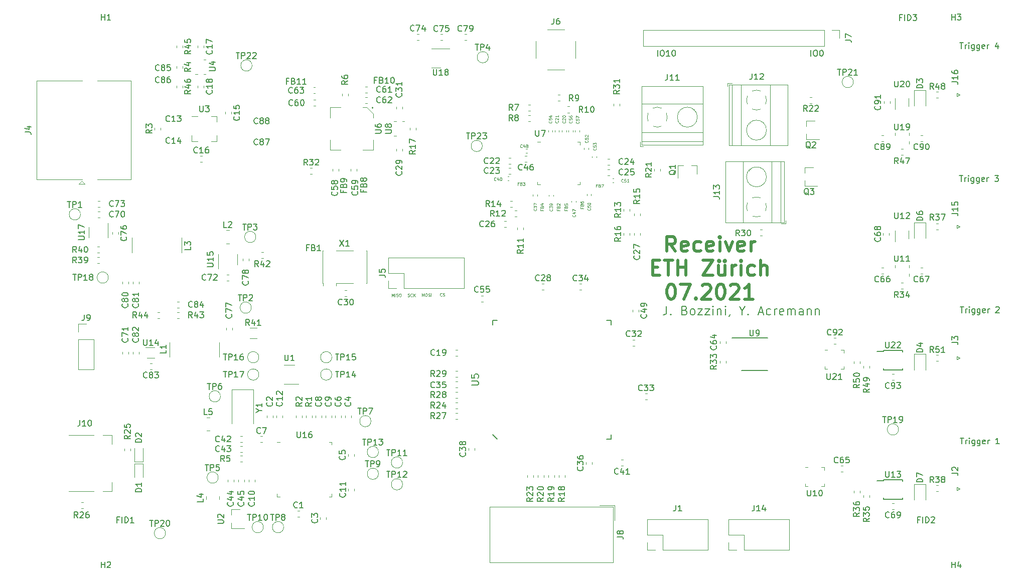
<source format=gbr>
G04 #@! TF.GenerationSoftware,KiCad,Pcbnew,9.0.0-9.0.0-2~ubuntu24.04.1*
G04 #@! TF.CreationDate,2025-03-10T11:02:05+01:00*
G04 #@! TF.ProjectId,Receiver,52656365-6976-4657-922e-6b696361645f,rev?*
G04 #@! TF.SameCoordinates,Original*
G04 #@! TF.FileFunction,Legend,Top*
G04 #@! TF.FilePolarity,Positive*
%FSLAX46Y46*%
G04 Gerber Fmt 4.6, Leading zero omitted, Abs format (unit mm)*
G04 Created by KiCad (PCBNEW 9.0.0-9.0.0-2~ubuntu24.04.1) date 2025-03-10 11:02:05*
%MOMM*%
%LPD*%
G01*
G04 APERTURE LIST*
%ADD10C,0.200000*%
%ADD11C,0.100000*%
%ADD12C,0.150000*%
%ADD13C,0.500000*%
%ADD14C,0.120000*%
G04 APERTURE END LIST*
D10*
X197247000Y-70302219D02*
X197247000Y-69302219D01*
X197913666Y-69302219D02*
X198104142Y-69302219D01*
X198104142Y-69302219D02*
X198199380Y-69349838D01*
X198199380Y-69349838D02*
X198294618Y-69445076D01*
X198294618Y-69445076D02*
X198342237Y-69635552D01*
X198342237Y-69635552D02*
X198342237Y-69968885D01*
X198342237Y-69968885D02*
X198294618Y-70159361D01*
X198294618Y-70159361D02*
X198199380Y-70254600D01*
X198199380Y-70254600D02*
X198104142Y-70302219D01*
X198104142Y-70302219D02*
X197913666Y-70302219D01*
X197913666Y-70302219D02*
X197818428Y-70254600D01*
X197818428Y-70254600D02*
X197723190Y-70159361D01*
X197723190Y-70159361D02*
X197675571Y-69968885D01*
X197675571Y-69968885D02*
X197675571Y-69635552D01*
X197675571Y-69635552D02*
X197723190Y-69445076D01*
X197723190Y-69445076D02*
X197818428Y-69349838D01*
X197818428Y-69349838D02*
X197913666Y-69302219D01*
X198961285Y-69302219D02*
X199056523Y-69302219D01*
X199056523Y-69302219D02*
X199151761Y-69349838D01*
X199151761Y-69349838D02*
X199199380Y-69397457D01*
X199199380Y-69397457D02*
X199246999Y-69492695D01*
X199246999Y-69492695D02*
X199294618Y-69683171D01*
X199294618Y-69683171D02*
X199294618Y-69921266D01*
X199294618Y-69921266D02*
X199246999Y-70111742D01*
X199246999Y-70111742D02*
X199199380Y-70206980D01*
X199199380Y-70206980D02*
X199151761Y-70254600D01*
X199151761Y-70254600D02*
X199056523Y-70302219D01*
X199056523Y-70302219D02*
X198961285Y-70302219D01*
X198961285Y-70302219D02*
X198866047Y-70254600D01*
X198866047Y-70254600D02*
X198818428Y-70206980D01*
X198818428Y-70206980D02*
X198770809Y-70111742D01*
X198770809Y-70111742D02*
X198723190Y-69921266D01*
X198723190Y-69921266D02*
X198723190Y-69683171D01*
X198723190Y-69683171D02*
X198770809Y-69492695D01*
X198770809Y-69492695D02*
X198818428Y-69397457D01*
X198818428Y-69397457D02*
X198866047Y-69349838D01*
X198866047Y-69349838D02*
X198961285Y-69302219D01*
D11*
X126480985Y-110906609D02*
X126480985Y-110406609D01*
X126480985Y-110406609D02*
X126647652Y-110763752D01*
X126647652Y-110763752D02*
X126814318Y-110406609D01*
X126814318Y-110406609D02*
X126814318Y-110906609D01*
X127052414Y-110906609D02*
X127052414Y-110406609D01*
X127266700Y-110882800D02*
X127338128Y-110906609D01*
X127338128Y-110906609D02*
X127457176Y-110906609D01*
X127457176Y-110906609D02*
X127504795Y-110882800D01*
X127504795Y-110882800D02*
X127528604Y-110858990D01*
X127528604Y-110858990D02*
X127552414Y-110811371D01*
X127552414Y-110811371D02*
X127552414Y-110763752D01*
X127552414Y-110763752D02*
X127528604Y-110716133D01*
X127528604Y-110716133D02*
X127504795Y-110692323D01*
X127504795Y-110692323D02*
X127457176Y-110668514D01*
X127457176Y-110668514D02*
X127361938Y-110644704D01*
X127361938Y-110644704D02*
X127314319Y-110620895D01*
X127314319Y-110620895D02*
X127290509Y-110597085D01*
X127290509Y-110597085D02*
X127266700Y-110549466D01*
X127266700Y-110549466D02*
X127266700Y-110501847D01*
X127266700Y-110501847D02*
X127290509Y-110454228D01*
X127290509Y-110454228D02*
X127314319Y-110430419D01*
X127314319Y-110430419D02*
X127361938Y-110406609D01*
X127361938Y-110406609D02*
X127480985Y-110406609D01*
X127480985Y-110406609D02*
X127552414Y-110430419D01*
X127861937Y-110406609D02*
X127957175Y-110406609D01*
X127957175Y-110406609D02*
X128004794Y-110430419D01*
X128004794Y-110430419D02*
X128052413Y-110478038D01*
X128052413Y-110478038D02*
X128076223Y-110573276D01*
X128076223Y-110573276D02*
X128076223Y-110739942D01*
X128076223Y-110739942D02*
X128052413Y-110835180D01*
X128052413Y-110835180D02*
X128004794Y-110882800D01*
X128004794Y-110882800D02*
X127957175Y-110906609D01*
X127957175Y-110906609D02*
X127861937Y-110906609D01*
X127861937Y-110906609D02*
X127814318Y-110882800D01*
X127814318Y-110882800D02*
X127766699Y-110835180D01*
X127766699Y-110835180D02*
X127742890Y-110739942D01*
X127742890Y-110739942D02*
X127742890Y-110573276D01*
X127742890Y-110573276D02*
X127766699Y-110478038D01*
X127766699Y-110478038D02*
X127814318Y-110430419D01*
X127814318Y-110430419D02*
X127861937Y-110406609D01*
D12*
X222447266Y-134786019D02*
X223018694Y-134786019D01*
X222732980Y-135786019D02*
X222732980Y-134786019D01*
X223352028Y-135786019D02*
X223352028Y-135119352D01*
X223352028Y-135309828D02*
X223399647Y-135214590D01*
X223399647Y-135214590D02*
X223447266Y-135166971D01*
X223447266Y-135166971D02*
X223542504Y-135119352D01*
X223542504Y-135119352D02*
X223637742Y-135119352D01*
X223971076Y-135786019D02*
X223971076Y-135119352D01*
X223971076Y-134786019D02*
X223923457Y-134833638D01*
X223923457Y-134833638D02*
X223971076Y-134881257D01*
X223971076Y-134881257D02*
X224018695Y-134833638D01*
X224018695Y-134833638D02*
X223971076Y-134786019D01*
X223971076Y-134786019D02*
X223971076Y-134881257D01*
X224875837Y-135119352D02*
X224875837Y-135928876D01*
X224875837Y-135928876D02*
X224828218Y-136024114D01*
X224828218Y-136024114D02*
X224780599Y-136071733D01*
X224780599Y-136071733D02*
X224685361Y-136119352D01*
X224685361Y-136119352D02*
X224542504Y-136119352D01*
X224542504Y-136119352D02*
X224447266Y-136071733D01*
X224875837Y-135738400D02*
X224780599Y-135786019D01*
X224780599Y-135786019D02*
X224590123Y-135786019D01*
X224590123Y-135786019D02*
X224494885Y-135738400D01*
X224494885Y-135738400D02*
X224447266Y-135690780D01*
X224447266Y-135690780D02*
X224399647Y-135595542D01*
X224399647Y-135595542D02*
X224399647Y-135309828D01*
X224399647Y-135309828D02*
X224447266Y-135214590D01*
X224447266Y-135214590D02*
X224494885Y-135166971D01*
X224494885Y-135166971D02*
X224590123Y-135119352D01*
X224590123Y-135119352D02*
X224780599Y-135119352D01*
X224780599Y-135119352D02*
X224875837Y-135166971D01*
X225780599Y-135119352D02*
X225780599Y-135928876D01*
X225780599Y-135928876D02*
X225732980Y-136024114D01*
X225732980Y-136024114D02*
X225685361Y-136071733D01*
X225685361Y-136071733D02*
X225590123Y-136119352D01*
X225590123Y-136119352D02*
X225447266Y-136119352D01*
X225447266Y-136119352D02*
X225352028Y-136071733D01*
X225780599Y-135738400D02*
X225685361Y-135786019D01*
X225685361Y-135786019D02*
X225494885Y-135786019D01*
X225494885Y-135786019D02*
X225399647Y-135738400D01*
X225399647Y-135738400D02*
X225352028Y-135690780D01*
X225352028Y-135690780D02*
X225304409Y-135595542D01*
X225304409Y-135595542D02*
X225304409Y-135309828D01*
X225304409Y-135309828D02*
X225352028Y-135214590D01*
X225352028Y-135214590D02*
X225399647Y-135166971D01*
X225399647Y-135166971D02*
X225494885Y-135119352D01*
X225494885Y-135119352D02*
X225685361Y-135119352D01*
X225685361Y-135119352D02*
X225780599Y-135166971D01*
X226637742Y-135738400D02*
X226542504Y-135786019D01*
X226542504Y-135786019D02*
X226352028Y-135786019D01*
X226352028Y-135786019D02*
X226256790Y-135738400D01*
X226256790Y-135738400D02*
X226209171Y-135643161D01*
X226209171Y-135643161D02*
X226209171Y-135262209D01*
X226209171Y-135262209D02*
X226256790Y-135166971D01*
X226256790Y-135166971D02*
X226352028Y-135119352D01*
X226352028Y-135119352D02*
X226542504Y-135119352D01*
X226542504Y-135119352D02*
X226637742Y-135166971D01*
X226637742Y-135166971D02*
X226685361Y-135262209D01*
X226685361Y-135262209D02*
X226685361Y-135357447D01*
X226685361Y-135357447D02*
X226209171Y-135452685D01*
X227113933Y-135786019D02*
X227113933Y-135119352D01*
X227113933Y-135309828D02*
X227161552Y-135214590D01*
X227161552Y-135214590D02*
X227209171Y-135166971D01*
X227209171Y-135166971D02*
X227304409Y-135119352D01*
X227304409Y-135119352D02*
X227399647Y-135119352D01*
X229018695Y-135786019D02*
X228447267Y-135786019D01*
X228732981Y-135786019D02*
X228732981Y-134786019D01*
X228732981Y-134786019D02*
X228637743Y-134928876D01*
X228637743Y-134928876D02*
X228542505Y-135024114D01*
X228542505Y-135024114D02*
X228447267Y-135071733D01*
D10*
X172868428Y-112518328D02*
X172868428Y-113589757D01*
X172868428Y-113589757D02*
X172796999Y-113804042D01*
X172796999Y-113804042D02*
X172654142Y-113946900D01*
X172654142Y-113946900D02*
X172439856Y-114018328D01*
X172439856Y-114018328D02*
X172296999Y-114018328D01*
X173582713Y-113875471D02*
X173654142Y-113946900D01*
X173654142Y-113946900D02*
X173582713Y-114018328D01*
X173582713Y-114018328D02*
X173511285Y-113946900D01*
X173511285Y-113946900D02*
X173582713Y-113875471D01*
X173582713Y-113875471D02*
X173582713Y-114018328D01*
X175939856Y-113232614D02*
X176154142Y-113304042D01*
X176154142Y-113304042D02*
X176225571Y-113375471D01*
X176225571Y-113375471D02*
X176296999Y-113518328D01*
X176296999Y-113518328D02*
X176296999Y-113732614D01*
X176296999Y-113732614D02*
X176225571Y-113875471D01*
X176225571Y-113875471D02*
X176154142Y-113946900D01*
X176154142Y-113946900D02*
X176011285Y-114018328D01*
X176011285Y-114018328D02*
X175439856Y-114018328D01*
X175439856Y-114018328D02*
X175439856Y-112518328D01*
X175439856Y-112518328D02*
X175939856Y-112518328D01*
X175939856Y-112518328D02*
X176082714Y-112589757D01*
X176082714Y-112589757D02*
X176154142Y-112661185D01*
X176154142Y-112661185D02*
X176225571Y-112804042D01*
X176225571Y-112804042D02*
X176225571Y-112946900D01*
X176225571Y-112946900D02*
X176154142Y-113089757D01*
X176154142Y-113089757D02*
X176082714Y-113161185D01*
X176082714Y-113161185D02*
X175939856Y-113232614D01*
X175939856Y-113232614D02*
X175439856Y-113232614D01*
X177154142Y-114018328D02*
X177011285Y-113946900D01*
X177011285Y-113946900D02*
X176939856Y-113875471D01*
X176939856Y-113875471D02*
X176868428Y-113732614D01*
X176868428Y-113732614D02*
X176868428Y-113304042D01*
X176868428Y-113304042D02*
X176939856Y-113161185D01*
X176939856Y-113161185D02*
X177011285Y-113089757D01*
X177011285Y-113089757D02*
X177154142Y-113018328D01*
X177154142Y-113018328D02*
X177368428Y-113018328D01*
X177368428Y-113018328D02*
X177511285Y-113089757D01*
X177511285Y-113089757D02*
X177582714Y-113161185D01*
X177582714Y-113161185D02*
X177654142Y-113304042D01*
X177654142Y-113304042D02*
X177654142Y-113732614D01*
X177654142Y-113732614D02*
X177582714Y-113875471D01*
X177582714Y-113875471D02*
X177511285Y-113946900D01*
X177511285Y-113946900D02*
X177368428Y-114018328D01*
X177368428Y-114018328D02*
X177154142Y-114018328D01*
X178154142Y-113018328D02*
X178939857Y-113018328D01*
X178939857Y-113018328D02*
X178154142Y-114018328D01*
X178154142Y-114018328D02*
X178939857Y-114018328D01*
X179368428Y-113018328D02*
X180154143Y-113018328D01*
X180154143Y-113018328D02*
X179368428Y-114018328D01*
X179368428Y-114018328D02*
X180154143Y-114018328D01*
X180725571Y-114018328D02*
X180725571Y-113018328D01*
X180725571Y-112518328D02*
X180654143Y-112589757D01*
X180654143Y-112589757D02*
X180725571Y-112661185D01*
X180725571Y-112661185D02*
X180797000Y-112589757D01*
X180797000Y-112589757D02*
X180725571Y-112518328D01*
X180725571Y-112518328D02*
X180725571Y-112661185D01*
X181439857Y-113018328D02*
X181439857Y-114018328D01*
X181439857Y-113161185D02*
X181511286Y-113089757D01*
X181511286Y-113089757D02*
X181654143Y-113018328D01*
X181654143Y-113018328D02*
X181868429Y-113018328D01*
X181868429Y-113018328D02*
X182011286Y-113089757D01*
X182011286Y-113089757D02*
X182082715Y-113232614D01*
X182082715Y-113232614D02*
X182082715Y-114018328D01*
X182797000Y-114018328D02*
X182797000Y-113018328D01*
X182797000Y-112518328D02*
X182725572Y-112589757D01*
X182725572Y-112589757D02*
X182797000Y-112661185D01*
X182797000Y-112661185D02*
X182868429Y-112589757D01*
X182868429Y-112589757D02*
X182797000Y-112518328D01*
X182797000Y-112518328D02*
X182797000Y-112661185D01*
X183582715Y-113946900D02*
X183582715Y-114018328D01*
X183582715Y-114018328D02*
X183511286Y-114161185D01*
X183511286Y-114161185D02*
X183439858Y-114232614D01*
X185654144Y-113304042D02*
X185654144Y-114018328D01*
X185154144Y-112518328D02*
X185654144Y-113304042D01*
X185654144Y-113304042D02*
X186154144Y-112518328D01*
X186654143Y-113875471D02*
X186725572Y-113946900D01*
X186725572Y-113946900D02*
X186654143Y-114018328D01*
X186654143Y-114018328D02*
X186582715Y-113946900D01*
X186582715Y-113946900D02*
X186654143Y-113875471D01*
X186654143Y-113875471D02*
X186654143Y-114018328D01*
X188439858Y-113589757D02*
X189154144Y-113589757D01*
X188297001Y-114018328D02*
X188797001Y-112518328D01*
X188797001Y-112518328D02*
X189297001Y-114018328D01*
X190439858Y-113946900D02*
X190297000Y-114018328D01*
X190297000Y-114018328D02*
X190011286Y-114018328D01*
X190011286Y-114018328D02*
X189868429Y-113946900D01*
X189868429Y-113946900D02*
X189797000Y-113875471D01*
X189797000Y-113875471D02*
X189725572Y-113732614D01*
X189725572Y-113732614D02*
X189725572Y-113304042D01*
X189725572Y-113304042D02*
X189797000Y-113161185D01*
X189797000Y-113161185D02*
X189868429Y-113089757D01*
X189868429Y-113089757D02*
X190011286Y-113018328D01*
X190011286Y-113018328D02*
X190297000Y-113018328D01*
X190297000Y-113018328D02*
X190439858Y-113089757D01*
X191082714Y-114018328D02*
X191082714Y-113018328D01*
X191082714Y-113304042D02*
X191154143Y-113161185D01*
X191154143Y-113161185D02*
X191225572Y-113089757D01*
X191225572Y-113089757D02*
X191368429Y-113018328D01*
X191368429Y-113018328D02*
X191511286Y-113018328D01*
X192582714Y-113946900D02*
X192439857Y-114018328D01*
X192439857Y-114018328D02*
X192154143Y-114018328D01*
X192154143Y-114018328D02*
X192011285Y-113946900D01*
X192011285Y-113946900D02*
X191939857Y-113804042D01*
X191939857Y-113804042D02*
X191939857Y-113232614D01*
X191939857Y-113232614D02*
X192011285Y-113089757D01*
X192011285Y-113089757D02*
X192154143Y-113018328D01*
X192154143Y-113018328D02*
X192439857Y-113018328D01*
X192439857Y-113018328D02*
X192582714Y-113089757D01*
X192582714Y-113089757D02*
X192654143Y-113232614D01*
X192654143Y-113232614D02*
X192654143Y-113375471D01*
X192654143Y-113375471D02*
X191939857Y-113518328D01*
X193296999Y-114018328D02*
X193296999Y-113018328D01*
X193296999Y-113161185D02*
X193368428Y-113089757D01*
X193368428Y-113089757D02*
X193511285Y-113018328D01*
X193511285Y-113018328D02*
X193725571Y-113018328D01*
X193725571Y-113018328D02*
X193868428Y-113089757D01*
X193868428Y-113089757D02*
X193939857Y-113232614D01*
X193939857Y-113232614D02*
X193939857Y-114018328D01*
X193939857Y-113232614D02*
X194011285Y-113089757D01*
X194011285Y-113089757D02*
X194154142Y-113018328D01*
X194154142Y-113018328D02*
X194368428Y-113018328D01*
X194368428Y-113018328D02*
X194511285Y-113089757D01*
X194511285Y-113089757D02*
X194582714Y-113232614D01*
X194582714Y-113232614D02*
X194582714Y-114018328D01*
X195939857Y-114018328D02*
X195939857Y-113232614D01*
X195939857Y-113232614D02*
X195868428Y-113089757D01*
X195868428Y-113089757D02*
X195725571Y-113018328D01*
X195725571Y-113018328D02*
X195439857Y-113018328D01*
X195439857Y-113018328D02*
X195296999Y-113089757D01*
X195939857Y-113946900D02*
X195796999Y-114018328D01*
X195796999Y-114018328D02*
X195439857Y-114018328D01*
X195439857Y-114018328D02*
X195296999Y-113946900D01*
X195296999Y-113946900D02*
X195225571Y-113804042D01*
X195225571Y-113804042D02*
X195225571Y-113661185D01*
X195225571Y-113661185D02*
X195296999Y-113518328D01*
X195296999Y-113518328D02*
X195439857Y-113446900D01*
X195439857Y-113446900D02*
X195796999Y-113446900D01*
X195796999Y-113446900D02*
X195939857Y-113375471D01*
X196654142Y-113018328D02*
X196654142Y-114018328D01*
X196654142Y-113161185D02*
X196725571Y-113089757D01*
X196725571Y-113089757D02*
X196868428Y-113018328D01*
X196868428Y-113018328D02*
X197082714Y-113018328D01*
X197082714Y-113018328D02*
X197225571Y-113089757D01*
X197225571Y-113089757D02*
X197297000Y-113232614D01*
X197297000Y-113232614D02*
X197297000Y-114018328D01*
X198011285Y-113018328D02*
X198011285Y-114018328D01*
X198011285Y-113161185D02*
X198082714Y-113089757D01*
X198082714Y-113089757D02*
X198225571Y-113018328D01*
X198225571Y-113018328D02*
X198439857Y-113018328D01*
X198439857Y-113018328D02*
X198582714Y-113089757D01*
X198582714Y-113089757D02*
X198654143Y-113232614D01*
X198654143Y-113232614D02*
X198654143Y-114018328D01*
D12*
X222294866Y-90463019D02*
X222866294Y-90463019D01*
X222580580Y-91463019D02*
X222580580Y-90463019D01*
X223199628Y-91463019D02*
X223199628Y-90796352D01*
X223199628Y-90986828D02*
X223247247Y-90891590D01*
X223247247Y-90891590D02*
X223294866Y-90843971D01*
X223294866Y-90843971D02*
X223390104Y-90796352D01*
X223390104Y-90796352D02*
X223485342Y-90796352D01*
X223818676Y-91463019D02*
X223818676Y-90796352D01*
X223818676Y-90463019D02*
X223771057Y-90510638D01*
X223771057Y-90510638D02*
X223818676Y-90558257D01*
X223818676Y-90558257D02*
X223866295Y-90510638D01*
X223866295Y-90510638D02*
X223818676Y-90463019D01*
X223818676Y-90463019D02*
X223818676Y-90558257D01*
X224723437Y-90796352D02*
X224723437Y-91605876D01*
X224723437Y-91605876D02*
X224675818Y-91701114D01*
X224675818Y-91701114D02*
X224628199Y-91748733D01*
X224628199Y-91748733D02*
X224532961Y-91796352D01*
X224532961Y-91796352D02*
X224390104Y-91796352D01*
X224390104Y-91796352D02*
X224294866Y-91748733D01*
X224723437Y-91415400D02*
X224628199Y-91463019D01*
X224628199Y-91463019D02*
X224437723Y-91463019D01*
X224437723Y-91463019D02*
X224342485Y-91415400D01*
X224342485Y-91415400D02*
X224294866Y-91367780D01*
X224294866Y-91367780D02*
X224247247Y-91272542D01*
X224247247Y-91272542D02*
X224247247Y-90986828D01*
X224247247Y-90986828D02*
X224294866Y-90891590D01*
X224294866Y-90891590D02*
X224342485Y-90843971D01*
X224342485Y-90843971D02*
X224437723Y-90796352D01*
X224437723Y-90796352D02*
X224628199Y-90796352D01*
X224628199Y-90796352D02*
X224723437Y-90843971D01*
X225628199Y-90796352D02*
X225628199Y-91605876D01*
X225628199Y-91605876D02*
X225580580Y-91701114D01*
X225580580Y-91701114D02*
X225532961Y-91748733D01*
X225532961Y-91748733D02*
X225437723Y-91796352D01*
X225437723Y-91796352D02*
X225294866Y-91796352D01*
X225294866Y-91796352D02*
X225199628Y-91748733D01*
X225628199Y-91415400D02*
X225532961Y-91463019D01*
X225532961Y-91463019D02*
X225342485Y-91463019D01*
X225342485Y-91463019D02*
X225247247Y-91415400D01*
X225247247Y-91415400D02*
X225199628Y-91367780D01*
X225199628Y-91367780D02*
X225152009Y-91272542D01*
X225152009Y-91272542D02*
X225152009Y-90986828D01*
X225152009Y-90986828D02*
X225199628Y-90891590D01*
X225199628Y-90891590D02*
X225247247Y-90843971D01*
X225247247Y-90843971D02*
X225342485Y-90796352D01*
X225342485Y-90796352D02*
X225532961Y-90796352D01*
X225532961Y-90796352D02*
X225628199Y-90843971D01*
X226485342Y-91415400D02*
X226390104Y-91463019D01*
X226390104Y-91463019D02*
X226199628Y-91463019D01*
X226199628Y-91463019D02*
X226104390Y-91415400D01*
X226104390Y-91415400D02*
X226056771Y-91320161D01*
X226056771Y-91320161D02*
X226056771Y-90939209D01*
X226056771Y-90939209D02*
X226104390Y-90843971D01*
X226104390Y-90843971D02*
X226199628Y-90796352D01*
X226199628Y-90796352D02*
X226390104Y-90796352D01*
X226390104Y-90796352D02*
X226485342Y-90843971D01*
X226485342Y-90843971D02*
X226532961Y-90939209D01*
X226532961Y-90939209D02*
X226532961Y-91034447D01*
X226532961Y-91034447D02*
X226056771Y-91129685D01*
X226961533Y-91463019D02*
X226961533Y-90796352D01*
X226961533Y-90986828D02*
X227009152Y-90891590D01*
X227009152Y-90891590D02*
X227056771Y-90843971D01*
X227056771Y-90843971D02*
X227152009Y-90796352D01*
X227152009Y-90796352D02*
X227247247Y-90796352D01*
X228247248Y-90463019D02*
X228866295Y-90463019D01*
X228866295Y-90463019D02*
X228532962Y-90843971D01*
X228532962Y-90843971D02*
X228675819Y-90843971D01*
X228675819Y-90843971D02*
X228771057Y-90891590D01*
X228771057Y-90891590D02*
X228818676Y-90939209D01*
X228818676Y-90939209D02*
X228866295Y-91034447D01*
X228866295Y-91034447D02*
X228866295Y-91272542D01*
X228866295Y-91272542D02*
X228818676Y-91367780D01*
X228818676Y-91367780D02*
X228771057Y-91415400D01*
X228771057Y-91415400D02*
X228675819Y-91463019D01*
X228675819Y-91463019D02*
X228390105Y-91463019D01*
X228390105Y-91463019D02*
X228294867Y-91415400D01*
X228294867Y-91415400D02*
X228247248Y-91367780D01*
D10*
X171370810Y-70302219D02*
X171370810Y-69302219D01*
X172037476Y-69302219D02*
X172227952Y-69302219D01*
X172227952Y-69302219D02*
X172323190Y-69349838D01*
X172323190Y-69349838D02*
X172418428Y-69445076D01*
X172418428Y-69445076D02*
X172466047Y-69635552D01*
X172466047Y-69635552D02*
X172466047Y-69968885D01*
X172466047Y-69968885D02*
X172418428Y-70159361D01*
X172418428Y-70159361D02*
X172323190Y-70254600D01*
X172323190Y-70254600D02*
X172227952Y-70302219D01*
X172227952Y-70302219D02*
X172037476Y-70302219D01*
X172037476Y-70302219D02*
X171942238Y-70254600D01*
X171942238Y-70254600D02*
X171847000Y-70159361D01*
X171847000Y-70159361D02*
X171799381Y-69968885D01*
X171799381Y-69968885D02*
X171799381Y-69635552D01*
X171799381Y-69635552D02*
X171847000Y-69445076D01*
X171847000Y-69445076D02*
X171942238Y-69349838D01*
X171942238Y-69349838D02*
X172037476Y-69302219D01*
X173418428Y-70302219D02*
X172847000Y-70302219D01*
X173132714Y-70302219D02*
X173132714Y-69302219D01*
X173132714Y-69302219D02*
X173037476Y-69445076D01*
X173037476Y-69445076D02*
X172942238Y-69540314D01*
X172942238Y-69540314D02*
X172847000Y-69587933D01*
X174037476Y-69302219D02*
X174132714Y-69302219D01*
X174132714Y-69302219D02*
X174227952Y-69349838D01*
X174227952Y-69349838D02*
X174275571Y-69397457D01*
X174275571Y-69397457D02*
X174323190Y-69492695D01*
X174323190Y-69492695D02*
X174370809Y-69683171D01*
X174370809Y-69683171D02*
X174370809Y-69921266D01*
X174370809Y-69921266D02*
X174323190Y-70111742D01*
X174323190Y-70111742D02*
X174275571Y-70206980D01*
X174275571Y-70206980D02*
X174227952Y-70254600D01*
X174227952Y-70254600D02*
X174132714Y-70302219D01*
X174132714Y-70302219D02*
X174037476Y-70302219D01*
X174037476Y-70302219D02*
X173942238Y-70254600D01*
X173942238Y-70254600D02*
X173894619Y-70206980D01*
X173894619Y-70206980D02*
X173847000Y-70111742D01*
X173847000Y-70111742D02*
X173799381Y-69921266D01*
X173799381Y-69921266D02*
X173799381Y-69683171D01*
X173799381Y-69683171D02*
X173847000Y-69492695D01*
X173847000Y-69492695D02*
X173894619Y-69397457D01*
X173894619Y-69397457D02*
X173942238Y-69349838D01*
X173942238Y-69349838D02*
X174037476Y-69302219D01*
D13*
X174379667Y-103277687D02*
X173546334Y-102087211D01*
X172951096Y-103277687D02*
X172951096Y-100777687D01*
X172951096Y-100777687D02*
X173903477Y-100777687D01*
X173903477Y-100777687D02*
X174141572Y-100896735D01*
X174141572Y-100896735D02*
X174260619Y-101015782D01*
X174260619Y-101015782D02*
X174379667Y-101253878D01*
X174379667Y-101253878D02*
X174379667Y-101611020D01*
X174379667Y-101611020D02*
X174260619Y-101849116D01*
X174260619Y-101849116D02*
X174141572Y-101968163D01*
X174141572Y-101968163D02*
X173903477Y-102087211D01*
X173903477Y-102087211D02*
X172951096Y-102087211D01*
X176403477Y-103158640D02*
X176165381Y-103277687D01*
X176165381Y-103277687D02*
X175689191Y-103277687D01*
X175689191Y-103277687D02*
X175451096Y-103158640D01*
X175451096Y-103158640D02*
X175332048Y-102920544D01*
X175332048Y-102920544D02*
X175332048Y-101968163D01*
X175332048Y-101968163D02*
X175451096Y-101730068D01*
X175451096Y-101730068D02*
X175689191Y-101611020D01*
X175689191Y-101611020D02*
X176165381Y-101611020D01*
X176165381Y-101611020D02*
X176403477Y-101730068D01*
X176403477Y-101730068D02*
X176522524Y-101968163D01*
X176522524Y-101968163D02*
X176522524Y-102206259D01*
X176522524Y-102206259D02*
X175332048Y-102444354D01*
X178665381Y-103158640D02*
X178427286Y-103277687D01*
X178427286Y-103277687D02*
X177951095Y-103277687D01*
X177951095Y-103277687D02*
X177713000Y-103158640D01*
X177713000Y-103158640D02*
X177593953Y-103039592D01*
X177593953Y-103039592D02*
X177474905Y-102801497D01*
X177474905Y-102801497D02*
X177474905Y-102087211D01*
X177474905Y-102087211D02*
X177593953Y-101849116D01*
X177593953Y-101849116D02*
X177713000Y-101730068D01*
X177713000Y-101730068D02*
X177951095Y-101611020D01*
X177951095Y-101611020D02*
X178427286Y-101611020D01*
X178427286Y-101611020D02*
X178665381Y-101730068D01*
X180689191Y-103158640D02*
X180451095Y-103277687D01*
X180451095Y-103277687D02*
X179974905Y-103277687D01*
X179974905Y-103277687D02*
X179736810Y-103158640D01*
X179736810Y-103158640D02*
X179617762Y-102920544D01*
X179617762Y-102920544D02*
X179617762Y-101968163D01*
X179617762Y-101968163D02*
X179736810Y-101730068D01*
X179736810Y-101730068D02*
X179974905Y-101611020D01*
X179974905Y-101611020D02*
X180451095Y-101611020D01*
X180451095Y-101611020D02*
X180689191Y-101730068D01*
X180689191Y-101730068D02*
X180808238Y-101968163D01*
X180808238Y-101968163D02*
X180808238Y-102206259D01*
X180808238Y-102206259D02*
X179617762Y-102444354D01*
X181879667Y-103277687D02*
X181879667Y-101611020D01*
X181879667Y-100777687D02*
X181760619Y-100896735D01*
X181760619Y-100896735D02*
X181879667Y-101015782D01*
X181879667Y-101015782D02*
X181998714Y-100896735D01*
X181998714Y-100896735D02*
X181879667Y-100777687D01*
X181879667Y-100777687D02*
X181879667Y-101015782D01*
X182832047Y-101611020D02*
X183427285Y-103277687D01*
X183427285Y-103277687D02*
X184022524Y-101611020D01*
X185927286Y-103158640D02*
X185689190Y-103277687D01*
X185689190Y-103277687D02*
X185213000Y-103277687D01*
X185213000Y-103277687D02*
X184974905Y-103158640D01*
X184974905Y-103158640D02*
X184855857Y-102920544D01*
X184855857Y-102920544D02*
X184855857Y-101968163D01*
X184855857Y-101968163D02*
X184974905Y-101730068D01*
X184974905Y-101730068D02*
X185213000Y-101611020D01*
X185213000Y-101611020D02*
X185689190Y-101611020D01*
X185689190Y-101611020D02*
X185927286Y-101730068D01*
X185927286Y-101730068D02*
X186046333Y-101968163D01*
X186046333Y-101968163D02*
X186046333Y-102206259D01*
X186046333Y-102206259D02*
X184855857Y-102444354D01*
X187117762Y-103277687D02*
X187117762Y-101611020D01*
X187117762Y-102087211D02*
X187236809Y-101849116D01*
X187236809Y-101849116D02*
X187355857Y-101730068D01*
X187355857Y-101730068D02*
X187593952Y-101611020D01*
X187593952Y-101611020D02*
X187832047Y-101611020D01*
X170570143Y-105993023D02*
X171403476Y-105993023D01*
X171760619Y-107302547D02*
X170570143Y-107302547D01*
X170570143Y-107302547D02*
X170570143Y-104802547D01*
X170570143Y-104802547D02*
X171760619Y-104802547D01*
X172474905Y-104802547D02*
X173903476Y-104802547D01*
X173189190Y-107302547D02*
X173189190Y-104802547D01*
X174736810Y-107302547D02*
X174736810Y-104802547D01*
X174736810Y-105993023D02*
X176165381Y-105993023D01*
X176165381Y-107302547D02*
X176165381Y-104802547D01*
X179022524Y-104802547D02*
X180689191Y-104802547D01*
X180689191Y-104802547D02*
X179022524Y-107302547D01*
X179022524Y-107302547D02*
X180689191Y-107302547D01*
X182713000Y-105635880D02*
X182713000Y-107302547D01*
X181641572Y-105635880D02*
X181641572Y-106945404D01*
X181641572Y-106945404D02*
X181760619Y-107183500D01*
X181760619Y-107183500D02*
X181998714Y-107302547D01*
X181998714Y-107302547D02*
X182355857Y-107302547D01*
X182355857Y-107302547D02*
X182593953Y-107183500D01*
X182593953Y-107183500D02*
X182713000Y-107064452D01*
X181760619Y-104802547D02*
X181879667Y-104921595D01*
X181879667Y-104921595D02*
X181760619Y-105040642D01*
X181760619Y-105040642D02*
X181641572Y-104921595D01*
X181641572Y-104921595D02*
X181760619Y-104802547D01*
X181760619Y-104802547D02*
X181760619Y-105040642D01*
X182713000Y-104802547D02*
X182832048Y-104921595D01*
X182832048Y-104921595D02*
X182713000Y-105040642D01*
X182713000Y-105040642D02*
X182593953Y-104921595D01*
X182593953Y-104921595D02*
X182713000Y-104802547D01*
X182713000Y-104802547D02*
X182713000Y-105040642D01*
X183903477Y-107302547D02*
X183903477Y-105635880D01*
X183903477Y-106112071D02*
X184022524Y-105873976D01*
X184022524Y-105873976D02*
X184141572Y-105754928D01*
X184141572Y-105754928D02*
X184379667Y-105635880D01*
X184379667Y-105635880D02*
X184617762Y-105635880D01*
X185451096Y-107302547D02*
X185451096Y-105635880D01*
X185451096Y-104802547D02*
X185332048Y-104921595D01*
X185332048Y-104921595D02*
X185451096Y-105040642D01*
X185451096Y-105040642D02*
X185570143Y-104921595D01*
X185570143Y-104921595D02*
X185451096Y-104802547D01*
X185451096Y-104802547D02*
X185451096Y-105040642D01*
X187713000Y-107183500D02*
X187474905Y-107302547D01*
X187474905Y-107302547D02*
X186998714Y-107302547D01*
X186998714Y-107302547D02*
X186760619Y-107183500D01*
X186760619Y-107183500D02*
X186641572Y-107064452D01*
X186641572Y-107064452D02*
X186522524Y-106826357D01*
X186522524Y-106826357D02*
X186522524Y-106112071D01*
X186522524Y-106112071D02*
X186641572Y-105873976D01*
X186641572Y-105873976D02*
X186760619Y-105754928D01*
X186760619Y-105754928D02*
X186998714Y-105635880D01*
X186998714Y-105635880D02*
X187474905Y-105635880D01*
X187474905Y-105635880D02*
X187713000Y-105754928D01*
X188784429Y-107302547D02*
X188784429Y-104802547D01*
X189855857Y-107302547D02*
X189855857Y-105993023D01*
X189855857Y-105993023D02*
X189736810Y-105754928D01*
X189736810Y-105754928D02*
X189498714Y-105635880D01*
X189498714Y-105635880D02*
X189141571Y-105635880D01*
X189141571Y-105635880D02*
X188903476Y-105754928D01*
X188903476Y-105754928D02*
X188784429Y-105873976D01*
X173546334Y-108827407D02*
X173784429Y-108827407D01*
X173784429Y-108827407D02*
X174022525Y-108946455D01*
X174022525Y-108946455D02*
X174141572Y-109065502D01*
X174141572Y-109065502D02*
X174260620Y-109303598D01*
X174260620Y-109303598D02*
X174379667Y-109779788D01*
X174379667Y-109779788D02*
X174379667Y-110375026D01*
X174379667Y-110375026D02*
X174260620Y-110851217D01*
X174260620Y-110851217D02*
X174141572Y-111089312D01*
X174141572Y-111089312D02*
X174022525Y-111208360D01*
X174022525Y-111208360D02*
X173784429Y-111327407D01*
X173784429Y-111327407D02*
X173546334Y-111327407D01*
X173546334Y-111327407D02*
X173308239Y-111208360D01*
X173308239Y-111208360D02*
X173189191Y-111089312D01*
X173189191Y-111089312D02*
X173070144Y-110851217D01*
X173070144Y-110851217D02*
X172951096Y-110375026D01*
X172951096Y-110375026D02*
X172951096Y-109779788D01*
X172951096Y-109779788D02*
X173070144Y-109303598D01*
X173070144Y-109303598D02*
X173189191Y-109065502D01*
X173189191Y-109065502D02*
X173308239Y-108946455D01*
X173308239Y-108946455D02*
X173546334Y-108827407D01*
X175213000Y-108827407D02*
X176879667Y-108827407D01*
X176879667Y-108827407D02*
X175808238Y-111327407D01*
X177832048Y-111089312D02*
X177951095Y-111208360D01*
X177951095Y-111208360D02*
X177832048Y-111327407D01*
X177832048Y-111327407D02*
X177713000Y-111208360D01*
X177713000Y-111208360D02*
X177832048Y-111089312D01*
X177832048Y-111089312D02*
X177832048Y-111327407D01*
X178903476Y-109065502D02*
X179022524Y-108946455D01*
X179022524Y-108946455D02*
X179260619Y-108827407D01*
X179260619Y-108827407D02*
X179855857Y-108827407D01*
X179855857Y-108827407D02*
X180093952Y-108946455D01*
X180093952Y-108946455D02*
X180213000Y-109065502D01*
X180213000Y-109065502D02*
X180332047Y-109303598D01*
X180332047Y-109303598D02*
X180332047Y-109541693D01*
X180332047Y-109541693D02*
X180213000Y-109898836D01*
X180213000Y-109898836D02*
X178784428Y-111327407D01*
X178784428Y-111327407D02*
X180332047Y-111327407D01*
X181879666Y-108827407D02*
X182117761Y-108827407D01*
X182117761Y-108827407D02*
X182355857Y-108946455D01*
X182355857Y-108946455D02*
X182474904Y-109065502D01*
X182474904Y-109065502D02*
X182593952Y-109303598D01*
X182593952Y-109303598D02*
X182712999Y-109779788D01*
X182712999Y-109779788D02*
X182712999Y-110375026D01*
X182712999Y-110375026D02*
X182593952Y-110851217D01*
X182593952Y-110851217D02*
X182474904Y-111089312D01*
X182474904Y-111089312D02*
X182355857Y-111208360D01*
X182355857Y-111208360D02*
X182117761Y-111327407D01*
X182117761Y-111327407D02*
X181879666Y-111327407D01*
X181879666Y-111327407D02*
X181641571Y-111208360D01*
X181641571Y-111208360D02*
X181522523Y-111089312D01*
X181522523Y-111089312D02*
X181403476Y-110851217D01*
X181403476Y-110851217D02*
X181284428Y-110375026D01*
X181284428Y-110375026D02*
X181284428Y-109779788D01*
X181284428Y-109779788D02*
X181403476Y-109303598D01*
X181403476Y-109303598D02*
X181522523Y-109065502D01*
X181522523Y-109065502D02*
X181641571Y-108946455D01*
X181641571Y-108946455D02*
X181879666Y-108827407D01*
X183665380Y-109065502D02*
X183784428Y-108946455D01*
X183784428Y-108946455D02*
X184022523Y-108827407D01*
X184022523Y-108827407D02*
X184617761Y-108827407D01*
X184617761Y-108827407D02*
X184855856Y-108946455D01*
X184855856Y-108946455D02*
X184974904Y-109065502D01*
X184974904Y-109065502D02*
X185093951Y-109303598D01*
X185093951Y-109303598D02*
X185093951Y-109541693D01*
X185093951Y-109541693D02*
X184974904Y-109898836D01*
X184974904Y-109898836D02*
X183546332Y-111327407D01*
X183546332Y-111327407D02*
X185093951Y-111327407D01*
X187474903Y-111327407D02*
X186046332Y-111327407D01*
X186760618Y-111327407D02*
X186760618Y-108827407D01*
X186760618Y-108827407D02*
X186522522Y-109184550D01*
X186522522Y-109184550D02*
X186284427Y-109422645D01*
X186284427Y-109422645D02*
X186046332Y-109541693D01*
D12*
X222358366Y-68034819D02*
X222929794Y-68034819D01*
X222644080Y-69034819D02*
X222644080Y-68034819D01*
X223263128Y-69034819D02*
X223263128Y-68368152D01*
X223263128Y-68558628D02*
X223310747Y-68463390D01*
X223310747Y-68463390D02*
X223358366Y-68415771D01*
X223358366Y-68415771D02*
X223453604Y-68368152D01*
X223453604Y-68368152D02*
X223548842Y-68368152D01*
X223882176Y-69034819D02*
X223882176Y-68368152D01*
X223882176Y-68034819D02*
X223834557Y-68082438D01*
X223834557Y-68082438D02*
X223882176Y-68130057D01*
X223882176Y-68130057D02*
X223929795Y-68082438D01*
X223929795Y-68082438D02*
X223882176Y-68034819D01*
X223882176Y-68034819D02*
X223882176Y-68130057D01*
X224786937Y-68368152D02*
X224786937Y-69177676D01*
X224786937Y-69177676D02*
X224739318Y-69272914D01*
X224739318Y-69272914D02*
X224691699Y-69320533D01*
X224691699Y-69320533D02*
X224596461Y-69368152D01*
X224596461Y-69368152D02*
X224453604Y-69368152D01*
X224453604Y-69368152D02*
X224358366Y-69320533D01*
X224786937Y-68987200D02*
X224691699Y-69034819D01*
X224691699Y-69034819D02*
X224501223Y-69034819D01*
X224501223Y-69034819D02*
X224405985Y-68987200D01*
X224405985Y-68987200D02*
X224358366Y-68939580D01*
X224358366Y-68939580D02*
X224310747Y-68844342D01*
X224310747Y-68844342D02*
X224310747Y-68558628D01*
X224310747Y-68558628D02*
X224358366Y-68463390D01*
X224358366Y-68463390D02*
X224405985Y-68415771D01*
X224405985Y-68415771D02*
X224501223Y-68368152D01*
X224501223Y-68368152D02*
X224691699Y-68368152D01*
X224691699Y-68368152D02*
X224786937Y-68415771D01*
X225691699Y-68368152D02*
X225691699Y-69177676D01*
X225691699Y-69177676D02*
X225644080Y-69272914D01*
X225644080Y-69272914D02*
X225596461Y-69320533D01*
X225596461Y-69320533D02*
X225501223Y-69368152D01*
X225501223Y-69368152D02*
X225358366Y-69368152D01*
X225358366Y-69368152D02*
X225263128Y-69320533D01*
X225691699Y-68987200D02*
X225596461Y-69034819D01*
X225596461Y-69034819D02*
X225405985Y-69034819D01*
X225405985Y-69034819D02*
X225310747Y-68987200D01*
X225310747Y-68987200D02*
X225263128Y-68939580D01*
X225263128Y-68939580D02*
X225215509Y-68844342D01*
X225215509Y-68844342D02*
X225215509Y-68558628D01*
X225215509Y-68558628D02*
X225263128Y-68463390D01*
X225263128Y-68463390D02*
X225310747Y-68415771D01*
X225310747Y-68415771D02*
X225405985Y-68368152D01*
X225405985Y-68368152D02*
X225596461Y-68368152D01*
X225596461Y-68368152D02*
X225691699Y-68415771D01*
X226548842Y-68987200D02*
X226453604Y-69034819D01*
X226453604Y-69034819D02*
X226263128Y-69034819D01*
X226263128Y-69034819D02*
X226167890Y-68987200D01*
X226167890Y-68987200D02*
X226120271Y-68891961D01*
X226120271Y-68891961D02*
X226120271Y-68511009D01*
X226120271Y-68511009D02*
X226167890Y-68415771D01*
X226167890Y-68415771D02*
X226263128Y-68368152D01*
X226263128Y-68368152D02*
X226453604Y-68368152D01*
X226453604Y-68368152D02*
X226548842Y-68415771D01*
X226548842Y-68415771D02*
X226596461Y-68511009D01*
X226596461Y-68511009D02*
X226596461Y-68606247D01*
X226596461Y-68606247D02*
X226120271Y-68701485D01*
X227025033Y-69034819D02*
X227025033Y-68368152D01*
X227025033Y-68558628D02*
X227072652Y-68463390D01*
X227072652Y-68463390D02*
X227120271Y-68415771D01*
X227120271Y-68415771D02*
X227215509Y-68368152D01*
X227215509Y-68368152D02*
X227310747Y-68368152D01*
X228834557Y-68368152D02*
X228834557Y-69034819D01*
X228596462Y-67987200D02*
X228358367Y-68701485D01*
X228358367Y-68701485D02*
X228977414Y-68701485D01*
D11*
X134968466Y-110795490D02*
X134944657Y-110819300D01*
X134944657Y-110819300D02*
X134873228Y-110843109D01*
X134873228Y-110843109D02*
X134825609Y-110843109D01*
X134825609Y-110843109D02*
X134754181Y-110819300D01*
X134754181Y-110819300D02*
X134706562Y-110771680D01*
X134706562Y-110771680D02*
X134682752Y-110724061D01*
X134682752Y-110724061D02*
X134658943Y-110628823D01*
X134658943Y-110628823D02*
X134658943Y-110557395D01*
X134658943Y-110557395D02*
X134682752Y-110462157D01*
X134682752Y-110462157D02*
X134706562Y-110414538D01*
X134706562Y-110414538D02*
X134754181Y-110366919D01*
X134754181Y-110366919D02*
X134825609Y-110343109D01*
X134825609Y-110343109D02*
X134873228Y-110343109D01*
X134873228Y-110343109D02*
X134944657Y-110366919D01*
X134944657Y-110366919D02*
X134968466Y-110390728D01*
X135158943Y-110819300D02*
X135230371Y-110843109D01*
X135230371Y-110843109D02*
X135349419Y-110843109D01*
X135349419Y-110843109D02*
X135397038Y-110819300D01*
X135397038Y-110819300D02*
X135420847Y-110795490D01*
X135420847Y-110795490D02*
X135444657Y-110747871D01*
X135444657Y-110747871D02*
X135444657Y-110700252D01*
X135444657Y-110700252D02*
X135420847Y-110652633D01*
X135420847Y-110652633D02*
X135397038Y-110628823D01*
X135397038Y-110628823D02*
X135349419Y-110605014D01*
X135349419Y-110605014D02*
X135254181Y-110581204D01*
X135254181Y-110581204D02*
X135206562Y-110557395D01*
X135206562Y-110557395D02*
X135182752Y-110533585D01*
X135182752Y-110533585D02*
X135158943Y-110485966D01*
X135158943Y-110485966D02*
X135158943Y-110438347D01*
X135158943Y-110438347D02*
X135182752Y-110390728D01*
X135182752Y-110390728D02*
X135206562Y-110366919D01*
X135206562Y-110366919D02*
X135254181Y-110343109D01*
X135254181Y-110343109D02*
X135373228Y-110343109D01*
X135373228Y-110343109D02*
X135444657Y-110366919D01*
D12*
X222447266Y-112624519D02*
X223018694Y-112624519D01*
X222732980Y-113624519D02*
X222732980Y-112624519D01*
X223352028Y-113624519D02*
X223352028Y-112957852D01*
X223352028Y-113148328D02*
X223399647Y-113053090D01*
X223399647Y-113053090D02*
X223447266Y-113005471D01*
X223447266Y-113005471D02*
X223542504Y-112957852D01*
X223542504Y-112957852D02*
X223637742Y-112957852D01*
X223971076Y-113624519D02*
X223971076Y-112957852D01*
X223971076Y-112624519D02*
X223923457Y-112672138D01*
X223923457Y-112672138D02*
X223971076Y-112719757D01*
X223971076Y-112719757D02*
X224018695Y-112672138D01*
X224018695Y-112672138D02*
X223971076Y-112624519D01*
X223971076Y-112624519D02*
X223971076Y-112719757D01*
X224875837Y-112957852D02*
X224875837Y-113767376D01*
X224875837Y-113767376D02*
X224828218Y-113862614D01*
X224828218Y-113862614D02*
X224780599Y-113910233D01*
X224780599Y-113910233D02*
X224685361Y-113957852D01*
X224685361Y-113957852D02*
X224542504Y-113957852D01*
X224542504Y-113957852D02*
X224447266Y-113910233D01*
X224875837Y-113576900D02*
X224780599Y-113624519D01*
X224780599Y-113624519D02*
X224590123Y-113624519D01*
X224590123Y-113624519D02*
X224494885Y-113576900D01*
X224494885Y-113576900D02*
X224447266Y-113529280D01*
X224447266Y-113529280D02*
X224399647Y-113434042D01*
X224399647Y-113434042D02*
X224399647Y-113148328D01*
X224399647Y-113148328D02*
X224447266Y-113053090D01*
X224447266Y-113053090D02*
X224494885Y-113005471D01*
X224494885Y-113005471D02*
X224590123Y-112957852D01*
X224590123Y-112957852D02*
X224780599Y-112957852D01*
X224780599Y-112957852D02*
X224875837Y-113005471D01*
X225780599Y-112957852D02*
X225780599Y-113767376D01*
X225780599Y-113767376D02*
X225732980Y-113862614D01*
X225732980Y-113862614D02*
X225685361Y-113910233D01*
X225685361Y-113910233D02*
X225590123Y-113957852D01*
X225590123Y-113957852D02*
X225447266Y-113957852D01*
X225447266Y-113957852D02*
X225352028Y-113910233D01*
X225780599Y-113576900D02*
X225685361Y-113624519D01*
X225685361Y-113624519D02*
X225494885Y-113624519D01*
X225494885Y-113624519D02*
X225399647Y-113576900D01*
X225399647Y-113576900D02*
X225352028Y-113529280D01*
X225352028Y-113529280D02*
X225304409Y-113434042D01*
X225304409Y-113434042D02*
X225304409Y-113148328D01*
X225304409Y-113148328D02*
X225352028Y-113053090D01*
X225352028Y-113053090D02*
X225399647Y-113005471D01*
X225399647Y-113005471D02*
X225494885Y-112957852D01*
X225494885Y-112957852D02*
X225685361Y-112957852D01*
X225685361Y-112957852D02*
X225780599Y-113005471D01*
X226637742Y-113576900D02*
X226542504Y-113624519D01*
X226542504Y-113624519D02*
X226352028Y-113624519D01*
X226352028Y-113624519D02*
X226256790Y-113576900D01*
X226256790Y-113576900D02*
X226209171Y-113481661D01*
X226209171Y-113481661D02*
X226209171Y-113100709D01*
X226209171Y-113100709D02*
X226256790Y-113005471D01*
X226256790Y-113005471D02*
X226352028Y-112957852D01*
X226352028Y-112957852D02*
X226542504Y-112957852D01*
X226542504Y-112957852D02*
X226637742Y-113005471D01*
X226637742Y-113005471D02*
X226685361Y-113100709D01*
X226685361Y-113100709D02*
X226685361Y-113195947D01*
X226685361Y-113195947D02*
X226209171Y-113291185D01*
X227113933Y-113624519D02*
X227113933Y-112957852D01*
X227113933Y-113148328D02*
X227161552Y-113053090D01*
X227161552Y-113053090D02*
X227209171Y-113005471D01*
X227209171Y-113005471D02*
X227304409Y-112957852D01*
X227304409Y-112957852D02*
X227399647Y-112957852D01*
X228447267Y-112719757D02*
X228494886Y-112672138D01*
X228494886Y-112672138D02*
X228590124Y-112624519D01*
X228590124Y-112624519D02*
X228828219Y-112624519D01*
X228828219Y-112624519D02*
X228923457Y-112672138D01*
X228923457Y-112672138D02*
X228971076Y-112719757D01*
X228971076Y-112719757D02*
X229018695Y-112814995D01*
X229018695Y-112814995D02*
X229018695Y-112910233D01*
X229018695Y-112910233D02*
X228971076Y-113053090D01*
X228971076Y-113053090D02*
X228399648Y-113624519D01*
X228399648Y-113624519D02*
X229018695Y-113624519D01*
D11*
X131586385Y-110881209D02*
X131586385Y-110381209D01*
X131586385Y-110381209D02*
X131753052Y-110738352D01*
X131753052Y-110738352D02*
X131919718Y-110381209D01*
X131919718Y-110381209D02*
X131919718Y-110881209D01*
X132253052Y-110381209D02*
X132348290Y-110381209D01*
X132348290Y-110381209D02*
X132395909Y-110405019D01*
X132395909Y-110405019D02*
X132443528Y-110452638D01*
X132443528Y-110452638D02*
X132467338Y-110547876D01*
X132467338Y-110547876D02*
X132467338Y-110714542D01*
X132467338Y-110714542D02*
X132443528Y-110809780D01*
X132443528Y-110809780D02*
X132395909Y-110857400D01*
X132395909Y-110857400D02*
X132348290Y-110881209D01*
X132348290Y-110881209D02*
X132253052Y-110881209D01*
X132253052Y-110881209D02*
X132205433Y-110857400D01*
X132205433Y-110857400D02*
X132157814Y-110809780D01*
X132157814Y-110809780D02*
X132134005Y-110714542D01*
X132134005Y-110714542D02*
X132134005Y-110547876D01*
X132134005Y-110547876D02*
X132157814Y-110452638D01*
X132157814Y-110452638D02*
X132205433Y-110405019D01*
X132205433Y-110405019D02*
X132253052Y-110381209D01*
X132657815Y-110857400D02*
X132729243Y-110881209D01*
X132729243Y-110881209D02*
X132848291Y-110881209D01*
X132848291Y-110881209D02*
X132895910Y-110857400D01*
X132895910Y-110857400D02*
X132919719Y-110833590D01*
X132919719Y-110833590D02*
X132943529Y-110785971D01*
X132943529Y-110785971D02*
X132943529Y-110738352D01*
X132943529Y-110738352D02*
X132919719Y-110690733D01*
X132919719Y-110690733D02*
X132895910Y-110666923D01*
X132895910Y-110666923D02*
X132848291Y-110643114D01*
X132848291Y-110643114D02*
X132753053Y-110619304D01*
X132753053Y-110619304D02*
X132705434Y-110595495D01*
X132705434Y-110595495D02*
X132681624Y-110571685D01*
X132681624Y-110571685D02*
X132657815Y-110524066D01*
X132657815Y-110524066D02*
X132657815Y-110476447D01*
X132657815Y-110476447D02*
X132681624Y-110428828D01*
X132681624Y-110428828D02*
X132705434Y-110405019D01*
X132705434Y-110405019D02*
X132753053Y-110381209D01*
X132753053Y-110381209D02*
X132872100Y-110381209D01*
X132872100Y-110381209D02*
X132943529Y-110405019D01*
X133157814Y-110881209D02*
X133157814Y-110381209D01*
X129189243Y-110882800D02*
X129260671Y-110906609D01*
X129260671Y-110906609D02*
X129379719Y-110906609D01*
X129379719Y-110906609D02*
X129427338Y-110882800D01*
X129427338Y-110882800D02*
X129451147Y-110858990D01*
X129451147Y-110858990D02*
X129474957Y-110811371D01*
X129474957Y-110811371D02*
X129474957Y-110763752D01*
X129474957Y-110763752D02*
X129451147Y-110716133D01*
X129451147Y-110716133D02*
X129427338Y-110692323D01*
X129427338Y-110692323D02*
X129379719Y-110668514D01*
X129379719Y-110668514D02*
X129284481Y-110644704D01*
X129284481Y-110644704D02*
X129236862Y-110620895D01*
X129236862Y-110620895D02*
X129213052Y-110597085D01*
X129213052Y-110597085D02*
X129189243Y-110549466D01*
X129189243Y-110549466D02*
X129189243Y-110501847D01*
X129189243Y-110501847D02*
X129213052Y-110454228D01*
X129213052Y-110454228D02*
X129236862Y-110430419D01*
X129236862Y-110430419D02*
X129284481Y-110406609D01*
X129284481Y-110406609D02*
X129403528Y-110406609D01*
X129403528Y-110406609D02*
X129474957Y-110430419D01*
X129974956Y-110858990D02*
X129951147Y-110882800D01*
X129951147Y-110882800D02*
X129879718Y-110906609D01*
X129879718Y-110906609D02*
X129832099Y-110906609D01*
X129832099Y-110906609D02*
X129760671Y-110882800D01*
X129760671Y-110882800D02*
X129713052Y-110835180D01*
X129713052Y-110835180D02*
X129689242Y-110787561D01*
X129689242Y-110787561D02*
X129665433Y-110692323D01*
X129665433Y-110692323D02*
X129665433Y-110620895D01*
X129665433Y-110620895D02*
X129689242Y-110525657D01*
X129689242Y-110525657D02*
X129713052Y-110478038D01*
X129713052Y-110478038D02*
X129760671Y-110430419D01*
X129760671Y-110430419D02*
X129832099Y-110406609D01*
X129832099Y-110406609D02*
X129879718Y-110406609D01*
X129879718Y-110406609D02*
X129951147Y-110430419D01*
X129951147Y-110430419D02*
X129974956Y-110454228D01*
X130189242Y-110906609D02*
X130189242Y-110406609D01*
X130474956Y-110906609D02*
X130260671Y-110620895D01*
X130474956Y-110406609D02*
X130189242Y-110692323D01*
D12*
X96117580Y-69349857D02*
X96165200Y-69397476D01*
X96165200Y-69397476D02*
X96212819Y-69540333D01*
X96212819Y-69540333D02*
X96212819Y-69635571D01*
X96212819Y-69635571D02*
X96165200Y-69778428D01*
X96165200Y-69778428D02*
X96069961Y-69873666D01*
X96069961Y-69873666D02*
X95974723Y-69921285D01*
X95974723Y-69921285D02*
X95784247Y-69968904D01*
X95784247Y-69968904D02*
X95641390Y-69968904D01*
X95641390Y-69968904D02*
X95450914Y-69921285D01*
X95450914Y-69921285D02*
X95355676Y-69873666D01*
X95355676Y-69873666D02*
X95260438Y-69778428D01*
X95260438Y-69778428D02*
X95212819Y-69635571D01*
X95212819Y-69635571D02*
X95212819Y-69540333D01*
X95212819Y-69540333D02*
X95260438Y-69397476D01*
X95260438Y-69397476D02*
X95308057Y-69349857D01*
X96212819Y-68397476D02*
X96212819Y-68968904D01*
X96212819Y-68683190D02*
X95212819Y-68683190D01*
X95212819Y-68683190D02*
X95355676Y-68778428D01*
X95355676Y-68778428D02*
X95450914Y-68873666D01*
X95450914Y-68873666D02*
X95498533Y-68968904D01*
X95212819Y-68064142D02*
X95212819Y-67397476D01*
X95212819Y-67397476D02*
X96212819Y-67826047D01*
X96117580Y-76080857D02*
X96165200Y-76128476D01*
X96165200Y-76128476D02*
X96212819Y-76271333D01*
X96212819Y-76271333D02*
X96212819Y-76366571D01*
X96212819Y-76366571D02*
X96165200Y-76509428D01*
X96165200Y-76509428D02*
X96069961Y-76604666D01*
X96069961Y-76604666D02*
X95974723Y-76652285D01*
X95974723Y-76652285D02*
X95784247Y-76699904D01*
X95784247Y-76699904D02*
X95641390Y-76699904D01*
X95641390Y-76699904D02*
X95450914Y-76652285D01*
X95450914Y-76652285D02*
X95355676Y-76604666D01*
X95355676Y-76604666D02*
X95260438Y-76509428D01*
X95260438Y-76509428D02*
X95212819Y-76366571D01*
X95212819Y-76366571D02*
X95212819Y-76271333D01*
X95212819Y-76271333D02*
X95260438Y-76128476D01*
X95260438Y-76128476D02*
X95308057Y-76080857D01*
X96212819Y-75128476D02*
X96212819Y-75699904D01*
X96212819Y-75414190D02*
X95212819Y-75414190D01*
X95212819Y-75414190D02*
X95355676Y-75509428D01*
X95355676Y-75509428D02*
X95450914Y-75604666D01*
X95450914Y-75604666D02*
X95498533Y-75699904D01*
X95641390Y-74557047D02*
X95593771Y-74652285D01*
X95593771Y-74652285D02*
X95546152Y-74699904D01*
X95546152Y-74699904D02*
X95450914Y-74747523D01*
X95450914Y-74747523D02*
X95403295Y-74747523D01*
X95403295Y-74747523D02*
X95308057Y-74699904D01*
X95308057Y-74699904D02*
X95260438Y-74652285D01*
X95260438Y-74652285D02*
X95212819Y-74557047D01*
X95212819Y-74557047D02*
X95212819Y-74366571D01*
X95212819Y-74366571D02*
X95260438Y-74271333D01*
X95260438Y-74271333D02*
X95308057Y-74223714D01*
X95308057Y-74223714D02*
X95403295Y-74176095D01*
X95403295Y-74176095D02*
X95450914Y-74176095D01*
X95450914Y-74176095D02*
X95546152Y-74223714D01*
X95546152Y-74223714D02*
X95593771Y-74271333D01*
X95593771Y-74271333D02*
X95641390Y-74366571D01*
X95641390Y-74366571D02*
X95641390Y-74557047D01*
X95641390Y-74557047D02*
X95689009Y-74652285D01*
X95689009Y-74652285D02*
X95736628Y-74699904D01*
X95736628Y-74699904D02*
X95831866Y-74747523D01*
X95831866Y-74747523D02*
X96022342Y-74747523D01*
X96022342Y-74747523D02*
X96117580Y-74699904D01*
X96117580Y-74699904D02*
X96165200Y-74652285D01*
X96165200Y-74652285D02*
X96212819Y-74557047D01*
X96212819Y-74557047D02*
X96212819Y-74366571D01*
X96212819Y-74366571D02*
X96165200Y-74271333D01*
X96165200Y-74271333D02*
X96117580Y-74223714D01*
X96117580Y-74223714D02*
X96022342Y-74176095D01*
X96022342Y-74176095D02*
X95831866Y-74176095D01*
X95831866Y-74176095D02*
X95736628Y-74223714D01*
X95736628Y-74223714D02*
X95689009Y-74271333D01*
X95689009Y-74271333D02*
X95641390Y-74366571D01*
X89019142Y-81258580D02*
X88971523Y-81306200D01*
X88971523Y-81306200D02*
X88828666Y-81353819D01*
X88828666Y-81353819D02*
X88733428Y-81353819D01*
X88733428Y-81353819D02*
X88590571Y-81306200D01*
X88590571Y-81306200D02*
X88495333Y-81210961D01*
X88495333Y-81210961D02*
X88447714Y-81115723D01*
X88447714Y-81115723D02*
X88400095Y-80925247D01*
X88400095Y-80925247D02*
X88400095Y-80782390D01*
X88400095Y-80782390D02*
X88447714Y-80591914D01*
X88447714Y-80591914D02*
X88495333Y-80496676D01*
X88495333Y-80496676D02*
X88590571Y-80401438D01*
X88590571Y-80401438D02*
X88733428Y-80353819D01*
X88733428Y-80353819D02*
X88828666Y-80353819D01*
X88828666Y-80353819D02*
X88971523Y-80401438D01*
X88971523Y-80401438D02*
X89019142Y-80449057D01*
X89971523Y-81353819D02*
X89400095Y-81353819D01*
X89685809Y-81353819D02*
X89685809Y-80353819D01*
X89685809Y-80353819D02*
X89590571Y-80496676D01*
X89590571Y-80496676D02*
X89495333Y-80591914D01*
X89495333Y-80591914D02*
X89400095Y-80639533D01*
X90304857Y-80353819D02*
X90923904Y-80353819D01*
X90923904Y-80353819D02*
X90590571Y-80734771D01*
X90590571Y-80734771D02*
X90733428Y-80734771D01*
X90733428Y-80734771D02*
X90828666Y-80782390D01*
X90828666Y-80782390D02*
X90876285Y-80830009D01*
X90876285Y-80830009D02*
X90923904Y-80925247D01*
X90923904Y-80925247D02*
X90923904Y-81163342D01*
X90923904Y-81163342D02*
X90876285Y-81258580D01*
X90876285Y-81258580D02*
X90828666Y-81306200D01*
X90828666Y-81306200D02*
X90733428Y-81353819D01*
X90733428Y-81353819D02*
X90447714Y-81353819D01*
X90447714Y-81353819D02*
X90352476Y-81306200D01*
X90352476Y-81306200D02*
X90304857Y-81258580D01*
X100722580Y-80525857D02*
X100770200Y-80573476D01*
X100770200Y-80573476D02*
X100817819Y-80716333D01*
X100817819Y-80716333D02*
X100817819Y-80811571D01*
X100817819Y-80811571D02*
X100770200Y-80954428D01*
X100770200Y-80954428D02*
X100674961Y-81049666D01*
X100674961Y-81049666D02*
X100579723Y-81097285D01*
X100579723Y-81097285D02*
X100389247Y-81144904D01*
X100389247Y-81144904D02*
X100246390Y-81144904D01*
X100246390Y-81144904D02*
X100055914Y-81097285D01*
X100055914Y-81097285D02*
X99960676Y-81049666D01*
X99960676Y-81049666D02*
X99865438Y-80954428D01*
X99865438Y-80954428D02*
X99817819Y-80811571D01*
X99817819Y-80811571D02*
X99817819Y-80716333D01*
X99817819Y-80716333D02*
X99865438Y-80573476D01*
X99865438Y-80573476D02*
X99913057Y-80525857D01*
X100817819Y-79573476D02*
X100817819Y-80144904D01*
X100817819Y-79859190D02*
X99817819Y-79859190D01*
X99817819Y-79859190D02*
X99960676Y-79954428D01*
X99960676Y-79954428D02*
X100055914Y-80049666D01*
X100055914Y-80049666D02*
X100103533Y-80144904D01*
X99817819Y-78668714D02*
X99817819Y-79144904D01*
X99817819Y-79144904D02*
X100294009Y-79192523D01*
X100294009Y-79192523D02*
X100246390Y-79144904D01*
X100246390Y-79144904D02*
X100198771Y-79049666D01*
X100198771Y-79049666D02*
X100198771Y-78811571D01*
X100198771Y-78811571D02*
X100246390Y-78716333D01*
X100246390Y-78716333D02*
X100294009Y-78668714D01*
X100294009Y-78668714D02*
X100389247Y-78621095D01*
X100389247Y-78621095D02*
X100627342Y-78621095D01*
X100627342Y-78621095D02*
X100722580Y-78668714D01*
X100722580Y-78668714D02*
X100770200Y-78716333D01*
X100770200Y-78716333D02*
X100817819Y-78811571D01*
X100817819Y-78811571D02*
X100817819Y-79049666D01*
X100817819Y-79049666D02*
X100770200Y-79144904D01*
X100770200Y-79144904D02*
X100722580Y-79192523D01*
X93718142Y-86559580D02*
X93670523Y-86607200D01*
X93670523Y-86607200D02*
X93527666Y-86654819D01*
X93527666Y-86654819D02*
X93432428Y-86654819D01*
X93432428Y-86654819D02*
X93289571Y-86607200D01*
X93289571Y-86607200D02*
X93194333Y-86511961D01*
X93194333Y-86511961D02*
X93146714Y-86416723D01*
X93146714Y-86416723D02*
X93099095Y-86226247D01*
X93099095Y-86226247D02*
X93099095Y-86083390D01*
X93099095Y-86083390D02*
X93146714Y-85892914D01*
X93146714Y-85892914D02*
X93194333Y-85797676D01*
X93194333Y-85797676D02*
X93289571Y-85702438D01*
X93289571Y-85702438D02*
X93432428Y-85654819D01*
X93432428Y-85654819D02*
X93527666Y-85654819D01*
X93527666Y-85654819D02*
X93670523Y-85702438D01*
X93670523Y-85702438D02*
X93718142Y-85750057D01*
X94670523Y-86654819D02*
X94099095Y-86654819D01*
X94384809Y-86654819D02*
X94384809Y-85654819D01*
X94384809Y-85654819D02*
X94289571Y-85797676D01*
X94289571Y-85797676D02*
X94194333Y-85892914D01*
X94194333Y-85892914D02*
X94099095Y-85940533D01*
X95527666Y-85654819D02*
X95337190Y-85654819D01*
X95337190Y-85654819D02*
X95241952Y-85702438D01*
X95241952Y-85702438D02*
X95194333Y-85750057D01*
X95194333Y-85750057D02*
X95099095Y-85892914D01*
X95099095Y-85892914D02*
X95051476Y-86083390D01*
X95051476Y-86083390D02*
X95051476Y-86464342D01*
X95051476Y-86464342D02*
X95099095Y-86559580D01*
X95099095Y-86559580D02*
X95146714Y-86607200D01*
X95146714Y-86607200D02*
X95241952Y-86654819D01*
X95241952Y-86654819D02*
X95432428Y-86654819D01*
X95432428Y-86654819D02*
X95527666Y-86607200D01*
X95527666Y-86607200D02*
X95575285Y-86559580D01*
X95575285Y-86559580D02*
X95622904Y-86464342D01*
X95622904Y-86464342D02*
X95622904Y-86226247D01*
X95622904Y-86226247D02*
X95575285Y-86131009D01*
X95575285Y-86131009D02*
X95527666Y-86083390D01*
X95527666Y-86083390D02*
X95432428Y-86035771D01*
X95432428Y-86035771D02*
X95241952Y-86035771D01*
X95241952Y-86035771D02*
X95146714Y-86083390D01*
X95146714Y-86083390D02*
X95099095Y-86131009D01*
X95099095Y-86131009D02*
X95051476Y-86226247D01*
X133723142Y-120755580D02*
X133675523Y-120803200D01*
X133675523Y-120803200D02*
X133532666Y-120850819D01*
X133532666Y-120850819D02*
X133437428Y-120850819D01*
X133437428Y-120850819D02*
X133294571Y-120803200D01*
X133294571Y-120803200D02*
X133199333Y-120707961D01*
X133199333Y-120707961D02*
X133151714Y-120612723D01*
X133151714Y-120612723D02*
X133104095Y-120422247D01*
X133104095Y-120422247D02*
X133104095Y-120279390D01*
X133104095Y-120279390D02*
X133151714Y-120088914D01*
X133151714Y-120088914D02*
X133199333Y-119993676D01*
X133199333Y-119993676D02*
X133294571Y-119898438D01*
X133294571Y-119898438D02*
X133437428Y-119850819D01*
X133437428Y-119850819D02*
X133532666Y-119850819D01*
X133532666Y-119850819D02*
X133675523Y-119898438D01*
X133675523Y-119898438D02*
X133723142Y-119946057D01*
X134675523Y-120850819D02*
X134104095Y-120850819D01*
X134389809Y-120850819D02*
X134389809Y-119850819D01*
X134389809Y-119850819D02*
X134294571Y-119993676D01*
X134294571Y-119993676D02*
X134199333Y-120088914D01*
X134199333Y-120088914D02*
X134104095Y-120136533D01*
X135151714Y-120850819D02*
X135342190Y-120850819D01*
X135342190Y-120850819D02*
X135437428Y-120803200D01*
X135437428Y-120803200D02*
X135485047Y-120755580D01*
X135485047Y-120755580D02*
X135580285Y-120612723D01*
X135580285Y-120612723D02*
X135627904Y-120422247D01*
X135627904Y-120422247D02*
X135627904Y-120041295D01*
X135627904Y-120041295D02*
X135580285Y-119946057D01*
X135580285Y-119946057D02*
X135532666Y-119898438D01*
X135532666Y-119898438D02*
X135437428Y-119850819D01*
X135437428Y-119850819D02*
X135246952Y-119850819D01*
X135246952Y-119850819D02*
X135151714Y-119898438D01*
X135151714Y-119898438D02*
X135104095Y-119946057D01*
X135104095Y-119946057D02*
X135056476Y-120041295D01*
X135056476Y-120041295D02*
X135056476Y-120279390D01*
X135056476Y-120279390D02*
X135104095Y-120374628D01*
X135104095Y-120374628D02*
X135151714Y-120422247D01*
X135151714Y-120422247D02*
X135246952Y-120469866D01*
X135246952Y-120469866D02*
X135437428Y-120469866D01*
X135437428Y-120469866D02*
X135532666Y-120422247D01*
X135532666Y-120422247D02*
X135580285Y-120374628D01*
X135580285Y-120374628D02*
X135627904Y-120279390D01*
D11*
X155753490Y-81271228D02*
X155777300Y-81295037D01*
X155777300Y-81295037D02*
X155801109Y-81366466D01*
X155801109Y-81366466D02*
X155801109Y-81414085D01*
X155801109Y-81414085D02*
X155777300Y-81485513D01*
X155777300Y-81485513D02*
X155729680Y-81533132D01*
X155729680Y-81533132D02*
X155682061Y-81556942D01*
X155682061Y-81556942D02*
X155586823Y-81580751D01*
X155586823Y-81580751D02*
X155515395Y-81580751D01*
X155515395Y-81580751D02*
X155420157Y-81556942D01*
X155420157Y-81556942D02*
X155372538Y-81533132D01*
X155372538Y-81533132D02*
X155324919Y-81485513D01*
X155324919Y-81485513D02*
X155301109Y-81414085D01*
X155301109Y-81414085D02*
X155301109Y-81366466D01*
X155301109Y-81366466D02*
X155324919Y-81295037D01*
X155324919Y-81295037D02*
X155348728Y-81271228D01*
X155348728Y-81080751D02*
X155324919Y-81056942D01*
X155324919Y-81056942D02*
X155301109Y-81009323D01*
X155301109Y-81009323D02*
X155301109Y-80890275D01*
X155301109Y-80890275D02*
X155324919Y-80842656D01*
X155324919Y-80842656D02*
X155348728Y-80818847D01*
X155348728Y-80818847D02*
X155396347Y-80795037D01*
X155396347Y-80795037D02*
X155443966Y-80795037D01*
X155443966Y-80795037D02*
X155515395Y-80818847D01*
X155515395Y-80818847D02*
X155801109Y-81104561D01*
X155801109Y-81104561D02*
X155801109Y-80795037D01*
X155301109Y-80485514D02*
X155301109Y-80437895D01*
X155301109Y-80437895D02*
X155324919Y-80390276D01*
X155324919Y-80390276D02*
X155348728Y-80366466D01*
X155348728Y-80366466D02*
X155396347Y-80342657D01*
X155396347Y-80342657D02*
X155491585Y-80318847D01*
X155491585Y-80318847D02*
X155610633Y-80318847D01*
X155610633Y-80318847D02*
X155705871Y-80342657D01*
X155705871Y-80342657D02*
X155753490Y-80366466D01*
X155753490Y-80366466D02*
X155777300Y-80390276D01*
X155777300Y-80390276D02*
X155801109Y-80437895D01*
X155801109Y-80437895D02*
X155801109Y-80485514D01*
X155801109Y-80485514D02*
X155777300Y-80533133D01*
X155777300Y-80533133D02*
X155753490Y-80556942D01*
X155753490Y-80556942D02*
X155705871Y-80580752D01*
X155705871Y-80580752D02*
X155610633Y-80604561D01*
X155610633Y-80604561D02*
X155491585Y-80604561D01*
X155491585Y-80604561D02*
X155396347Y-80580752D01*
X155396347Y-80580752D02*
X155348728Y-80556942D01*
X155348728Y-80556942D02*
X155324919Y-80533133D01*
X155324919Y-80533133D02*
X155301109Y-80485514D01*
D12*
X141978142Y-99038580D02*
X141930523Y-99086200D01*
X141930523Y-99086200D02*
X141787666Y-99133819D01*
X141787666Y-99133819D02*
X141692428Y-99133819D01*
X141692428Y-99133819D02*
X141549571Y-99086200D01*
X141549571Y-99086200D02*
X141454333Y-98990961D01*
X141454333Y-98990961D02*
X141406714Y-98895723D01*
X141406714Y-98895723D02*
X141359095Y-98705247D01*
X141359095Y-98705247D02*
X141359095Y-98562390D01*
X141359095Y-98562390D02*
X141406714Y-98371914D01*
X141406714Y-98371914D02*
X141454333Y-98276676D01*
X141454333Y-98276676D02*
X141549571Y-98181438D01*
X141549571Y-98181438D02*
X141692428Y-98133819D01*
X141692428Y-98133819D02*
X141787666Y-98133819D01*
X141787666Y-98133819D02*
X141930523Y-98181438D01*
X141930523Y-98181438D02*
X141978142Y-98229057D01*
X142359095Y-98229057D02*
X142406714Y-98181438D01*
X142406714Y-98181438D02*
X142501952Y-98133819D01*
X142501952Y-98133819D02*
X142740047Y-98133819D01*
X142740047Y-98133819D02*
X142835285Y-98181438D01*
X142835285Y-98181438D02*
X142882904Y-98229057D01*
X142882904Y-98229057D02*
X142930523Y-98324295D01*
X142930523Y-98324295D02*
X142930523Y-98419533D01*
X142930523Y-98419533D02*
X142882904Y-98562390D01*
X142882904Y-98562390D02*
X142311476Y-99133819D01*
X142311476Y-99133819D02*
X142930523Y-99133819D01*
X143787666Y-98133819D02*
X143597190Y-98133819D01*
X143597190Y-98133819D02*
X143501952Y-98181438D01*
X143501952Y-98181438D02*
X143454333Y-98229057D01*
X143454333Y-98229057D02*
X143359095Y-98371914D01*
X143359095Y-98371914D02*
X143311476Y-98562390D01*
X143311476Y-98562390D02*
X143311476Y-98943342D01*
X143311476Y-98943342D02*
X143359095Y-99038580D01*
X143359095Y-99038580D02*
X143406714Y-99086200D01*
X143406714Y-99086200D02*
X143501952Y-99133819D01*
X143501952Y-99133819D02*
X143692428Y-99133819D01*
X143692428Y-99133819D02*
X143787666Y-99086200D01*
X143787666Y-99086200D02*
X143835285Y-99038580D01*
X143835285Y-99038580D02*
X143882904Y-98943342D01*
X143882904Y-98943342D02*
X143882904Y-98705247D01*
X143882904Y-98705247D02*
X143835285Y-98610009D01*
X143835285Y-98610009D02*
X143787666Y-98562390D01*
X143787666Y-98562390D02*
X143692428Y-98514771D01*
X143692428Y-98514771D02*
X143501952Y-98514771D01*
X143501952Y-98514771D02*
X143406714Y-98562390D01*
X143406714Y-98562390D02*
X143359095Y-98610009D01*
X143359095Y-98610009D02*
X143311476Y-98705247D01*
X151376142Y-108149580D02*
X151328523Y-108197200D01*
X151328523Y-108197200D02*
X151185666Y-108244819D01*
X151185666Y-108244819D02*
X151090428Y-108244819D01*
X151090428Y-108244819D02*
X150947571Y-108197200D01*
X150947571Y-108197200D02*
X150852333Y-108101961D01*
X150852333Y-108101961D02*
X150804714Y-108006723D01*
X150804714Y-108006723D02*
X150757095Y-107816247D01*
X150757095Y-107816247D02*
X150757095Y-107673390D01*
X150757095Y-107673390D02*
X150804714Y-107482914D01*
X150804714Y-107482914D02*
X150852333Y-107387676D01*
X150852333Y-107387676D02*
X150947571Y-107292438D01*
X150947571Y-107292438D02*
X151090428Y-107244819D01*
X151090428Y-107244819D02*
X151185666Y-107244819D01*
X151185666Y-107244819D02*
X151328523Y-107292438D01*
X151328523Y-107292438D02*
X151376142Y-107340057D01*
X151757095Y-107340057D02*
X151804714Y-107292438D01*
X151804714Y-107292438D02*
X151899952Y-107244819D01*
X151899952Y-107244819D02*
X152138047Y-107244819D01*
X152138047Y-107244819D02*
X152233285Y-107292438D01*
X152233285Y-107292438D02*
X152280904Y-107340057D01*
X152280904Y-107340057D02*
X152328523Y-107435295D01*
X152328523Y-107435295D02*
X152328523Y-107530533D01*
X152328523Y-107530533D02*
X152280904Y-107673390D01*
X152280904Y-107673390D02*
X151709476Y-108244819D01*
X151709476Y-108244819D02*
X152328523Y-108244819D01*
X152899952Y-107673390D02*
X152804714Y-107625771D01*
X152804714Y-107625771D02*
X152757095Y-107578152D01*
X152757095Y-107578152D02*
X152709476Y-107482914D01*
X152709476Y-107482914D02*
X152709476Y-107435295D01*
X152709476Y-107435295D02*
X152757095Y-107340057D01*
X152757095Y-107340057D02*
X152804714Y-107292438D01*
X152804714Y-107292438D02*
X152899952Y-107244819D01*
X152899952Y-107244819D02*
X153090428Y-107244819D01*
X153090428Y-107244819D02*
X153185666Y-107292438D01*
X153185666Y-107292438D02*
X153233285Y-107340057D01*
X153233285Y-107340057D02*
X153280904Y-107435295D01*
X153280904Y-107435295D02*
X153280904Y-107482914D01*
X153280904Y-107482914D02*
X153233285Y-107578152D01*
X153233285Y-107578152D02*
X153185666Y-107625771D01*
X153185666Y-107625771D02*
X153090428Y-107673390D01*
X153090428Y-107673390D02*
X152899952Y-107673390D01*
X152899952Y-107673390D02*
X152804714Y-107721009D01*
X152804714Y-107721009D02*
X152757095Y-107768628D01*
X152757095Y-107768628D02*
X152709476Y-107863866D01*
X152709476Y-107863866D02*
X152709476Y-108054342D01*
X152709476Y-108054342D02*
X152757095Y-108149580D01*
X152757095Y-108149580D02*
X152804714Y-108197200D01*
X152804714Y-108197200D02*
X152899952Y-108244819D01*
X152899952Y-108244819D02*
X153090428Y-108244819D01*
X153090428Y-108244819D02*
X153185666Y-108197200D01*
X153185666Y-108197200D02*
X153233285Y-108149580D01*
X153233285Y-108149580D02*
X153280904Y-108054342D01*
X153280904Y-108054342D02*
X153280904Y-107863866D01*
X153280904Y-107863866D02*
X153233285Y-107768628D01*
X153233285Y-107768628D02*
X153185666Y-107721009D01*
X153185666Y-107721009D02*
X153090428Y-107673390D01*
X128121580Y-89796857D02*
X128169200Y-89844476D01*
X128169200Y-89844476D02*
X128216819Y-89987333D01*
X128216819Y-89987333D02*
X128216819Y-90082571D01*
X128216819Y-90082571D02*
X128169200Y-90225428D01*
X128169200Y-90225428D02*
X128073961Y-90320666D01*
X128073961Y-90320666D02*
X127978723Y-90368285D01*
X127978723Y-90368285D02*
X127788247Y-90415904D01*
X127788247Y-90415904D02*
X127645390Y-90415904D01*
X127645390Y-90415904D02*
X127454914Y-90368285D01*
X127454914Y-90368285D02*
X127359676Y-90320666D01*
X127359676Y-90320666D02*
X127264438Y-90225428D01*
X127264438Y-90225428D02*
X127216819Y-90082571D01*
X127216819Y-90082571D02*
X127216819Y-89987333D01*
X127216819Y-89987333D02*
X127264438Y-89844476D01*
X127264438Y-89844476D02*
X127312057Y-89796857D01*
X127312057Y-89415904D02*
X127264438Y-89368285D01*
X127264438Y-89368285D02*
X127216819Y-89273047D01*
X127216819Y-89273047D02*
X127216819Y-89034952D01*
X127216819Y-89034952D02*
X127264438Y-88939714D01*
X127264438Y-88939714D02*
X127312057Y-88892095D01*
X127312057Y-88892095D02*
X127407295Y-88844476D01*
X127407295Y-88844476D02*
X127502533Y-88844476D01*
X127502533Y-88844476D02*
X127645390Y-88892095D01*
X127645390Y-88892095D02*
X128216819Y-89463523D01*
X128216819Y-89463523D02*
X128216819Y-88844476D01*
X128216819Y-88368285D02*
X128216819Y-88177809D01*
X128216819Y-88177809D02*
X128169200Y-88082571D01*
X128169200Y-88082571D02*
X128121580Y-88034952D01*
X128121580Y-88034952D02*
X127978723Y-87939714D01*
X127978723Y-87939714D02*
X127788247Y-87892095D01*
X127788247Y-87892095D02*
X127407295Y-87892095D01*
X127407295Y-87892095D02*
X127312057Y-87939714D01*
X127312057Y-87939714D02*
X127264438Y-87987333D01*
X127264438Y-87987333D02*
X127216819Y-88082571D01*
X127216819Y-88082571D02*
X127216819Y-88273047D01*
X127216819Y-88273047D02*
X127264438Y-88368285D01*
X127264438Y-88368285D02*
X127312057Y-88415904D01*
X127312057Y-88415904D02*
X127407295Y-88463523D01*
X127407295Y-88463523D02*
X127645390Y-88463523D01*
X127645390Y-88463523D02*
X127740628Y-88415904D01*
X127740628Y-88415904D02*
X127788247Y-88368285D01*
X127788247Y-88368285D02*
X127835866Y-88273047D01*
X127835866Y-88273047D02*
X127835866Y-88082571D01*
X127835866Y-88082571D02*
X127788247Y-87987333D01*
X127788247Y-87987333D02*
X127740628Y-87939714D01*
X127740628Y-87939714D02*
X127645390Y-87892095D01*
X128121580Y-76588857D02*
X128169200Y-76636476D01*
X128169200Y-76636476D02*
X128216819Y-76779333D01*
X128216819Y-76779333D02*
X128216819Y-76874571D01*
X128216819Y-76874571D02*
X128169200Y-77017428D01*
X128169200Y-77017428D02*
X128073961Y-77112666D01*
X128073961Y-77112666D02*
X127978723Y-77160285D01*
X127978723Y-77160285D02*
X127788247Y-77207904D01*
X127788247Y-77207904D02*
X127645390Y-77207904D01*
X127645390Y-77207904D02*
X127454914Y-77160285D01*
X127454914Y-77160285D02*
X127359676Y-77112666D01*
X127359676Y-77112666D02*
X127264438Y-77017428D01*
X127264438Y-77017428D02*
X127216819Y-76874571D01*
X127216819Y-76874571D02*
X127216819Y-76779333D01*
X127216819Y-76779333D02*
X127264438Y-76636476D01*
X127264438Y-76636476D02*
X127312057Y-76588857D01*
X127216819Y-76255523D02*
X127216819Y-75636476D01*
X127216819Y-75636476D02*
X127597771Y-75969809D01*
X127597771Y-75969809D02*
X127597771Y-75826952D01*
X127597771Y-75826952D02*
X127645390Y-75731714D01*
X127645390Y-75731714D02*
X127693009Y-75684095D01*
X127693009Y-75684095D02*
X127788247Y-75636476D01*
X127788247Y-75636476D02*
X128026342Y-75636476D01*
X128026342Y-75636476D02*
X128121580Y-75684095D01*
X128121580Y-75684095D02*
X128169200Y-75731714D01*
X128169200Y-75731714D02*
X128216819Y-75826952D01*
X128216819Y-75826952D02*
X128216819Y-76112666D01*
X128216819Y-76112666D02*
X128169200Y-76207904D01*
X128169200Y-76207904D02*
X128121580Y-76255523D01*
X128216819Y-74684095D02*
X128216819Y-75255523D01*
X128216819Y-74969809D02*
X127216819Y-74969809D01*
X127216819Y-74969809D02*
X127359676Y-75065047D01*
X127359676Y-75065047D02*
X127454914Y-75160285D01*
X127454914Y-75160285D02*
X127502533Y-75255523D01*
X168775142Y-126724580D02*
X168727523Y-126772200D01*
X168727523Y-126772200D02*
X168584666Y-126819819D01*
X168584666Y-126819819D02*
X168489428Y-126819819D01*
X168489428Y-126819819D02*
X168346571Y-126772200D01*
X168346571Y-126772200D02*
X168251333Y-126676961D01*
X168251333Y-126676961D02*
X168203714Y-126581723D01*
X168203714Y-126581723D02*
X168156095Y-126391247D01*
X168156095Y-126391247D02*
X168156095Y-126248390D01*
X168156095Y-126248390D02*
X168203714Y-126057914D01*
X168203714Y-126057914D02*
X168251333Y-125962676D01*
X168251333Y-125962676D02*
X168346571Y-125867438D01*
X168346571Y-125867438D02*
X168489428Y-125819819D01*
X168489428Y-125819819D02*
X168584666Y-125819819D01*
X168584666Y-125819819D02*
X168727523Y-125867438D01*
X168727523Y-125867438D02*
X168775142Y-125915057D01*
X169108476Y-125819819D02*
X169727523Y-125819819D01*
X169727523Y-125819819D02*
X169394190Y-126200771D01*
X169394190Y-126200771D02*
X169537047Y-126200771D01*
X169537047Y-126200771D02*
X169632285Y-126248390D01*
X169632285Y-126248390D02*
X169679904Y-126296009D01*
X169679904Y-126296009D02*
X169727523Y-126391247D01*
X169727523Y-126391247D02*
X169727523Y-126629342D01*
X169727523Y-126629342D02*
X169679904Y-126724580D01*
X169679904Y-126724580D02*
X169632285Y-126772200D01*
X169632285Y-126772200D02*
X169537047Y-126819819D01*
X169537047Y-126819819D02*
X169251333Y-126819819D01*
X169251333Y-126819819D02*
X169156095Y-126772200D01*
X169156095Y-126772200D02*
X169108476Y-126724580D01*
X170060857Y-125819819D02*
X170679904Y-125819819D01*
X170679904Y-125819819D02*
X170346571Y-126200771D01*
X170346571Y-126200771D02*
X170489428Y-126200771D01*
X170489428Y-126200771D02*
X170584666Y-126248390D01*
X170584666Y-126248390D02*
X170632285Y-126296009D01*
X170632285Y-126296009D02*
X170679904Y-126391247D01*
X170679904Y-126391247D02*
X170679904Y-126629342D01*
X170679904Y-126629342D02*
X170632285Y-126724580D01*
X170632285Y-126724580D02*
X170584666Y-126772200D01*
X170584666Y-126772200D02*
X170489428Y-126819819D01*
X170489428Y-126819819D02*
X170203714Y-126819819D01*
X170203714Y-126819819D02*
X170108476Y-126772200D01*
X170108476Y-126772200D02*
X170060857Y-126724580D01*
X157726142Y-108182580D02*
X157678523Y-108230200D01*
X157678523Y-108230200D02*
X157535666Y-108277819D01*
X157535666Y-108277819D02*
X157440428Y-108277819D01*
X157440428Y-108277819D02*
X157297571Y-108230200D01*
X157297571Y-108230200D02*
X157202333Y-108134961D01*
X157202333Y-108134961D02*
X157154714Y-108039723D01*
X157154714Y-108039723D02*
X157107095Y-107849247D01*
X157107095Y-107849247D02*
X157107095Y-107706390D01*
X157107095Y-107706390D02*
X157154714Y-107515914D01*
X157154714Y-107515914D02*
X157202333Y-107420676D01*
X157202333Y-107420676D02*
X157297571Y-107325438D01*
X157297571Y-107325438D02*
X157440428Y-107277819D01*
X157440428Y-107277819D02*
X157535666Y-107277819D01*
X157535666Y-107277819D02*
X157678523Y-107325438D01*
X157678523Y-107325438D02*
X157726142Y-107373057D01*
X158059476Y-107277819D02*
X158678523Y-107277819D01*
X158678523Y-107277819D02*
X158345190Y-107658771D01*
X158345190Y-107658771D02*
X158488047Y-107658771D01*
X158488047Y-107658771D02*
X158583285Y-107706390D01*
X158583285Y-107706390D02*
X158630904Y-107754009D01*
X158630904Y-107754009D02*
X158678523Y-107849247D01*
X158678523Y-107849247D02*
X158678523Y-108087342D01*
X158678523Y-108087342D02*
X158630904Y-108182580D01*
X158630904Y-108182580D02*
X158583285Y-108230200D01*
X158583285Y-108230200D02*
X158488047Y-108277819D01*
X158488047Y-108277819D02*
X158202333Y-108277819D01*
X158202333Y-108277819D02*
X158107095Y-108230200D01*
X158107095Y-108230200D02*
X158059476Y-108182580D01*
X159535666Y-107611152D02*
X159535666Y-108277819D01*
X159297571Y-107230200D02*
X159059476Y-107944485D01*
X159059476Y-107944485D02*
X159678523Y-107944485D01*
X133723142Y-126216580D02*
X133675523Y-126264200D01*
X133675523Y-126264200D02*
X133532666Y-126311819D01*
X133532666Y-126311819D02*
X133437428Y-126311819D01*
X133437428Y-126311819D02*
X133294571Y-126264200D01*
X133294571Y-126264200D02*
X133199333Y-126168961D01*
X133199333Y-126168961D02*
X133151714Y-126073723D01*
X133151714Y-126073723D02*
X133104095Y-125883247D01*
X133104095Y-125883247D02*
X133104095Y-125740390D01*
X133104095Y-125740390D02*
X133151714Y-125549914D01*
X133151714Y-125549914D02*
X133199333Y-125454676D01*
X133199333Y-125454676D02*
X133294571Y-125359438D01*
X133294571Y-125359438D02*
X133437428Y-125311819D01*
X133437428Y-125311819D02*
X133532666Y-125311819D01*
X133532666Y-125311819D02*
X133675523Y-125359438D01*
X133675523Y-125359438D02*
X133723142Y-125407057D01*
X134056476Y-125311819D02*
X134675523Y-125311819D01*
X134675523Y-125311819D02*
X134342190Y-125692771D01*
X134342190Y-125692771D02*
X134485047Y-125692771D01*
X134485047Y-125692771D02*
X134580285Y-125740390D01*
X134580285Y-125740390D02*
X134627904Y-125788009D01*
X134627904Y-125788009D02*
X134675523Y-125883247D01*
X134675523Y-125883247D02*
X134675523Y-126121342D01*
X134675523Y-126121342D02*
X134627904Y-126216580D01*
X134627904Y-126216580D02*
X134580285Y-126264200D01*
X134580285Y-126264200D02*
X134485047Y-126311819D01*
X134485047Y-126311819D02*
X134199333Y-126311819D01*
X134199333Y-126311819D02*
X134104095Y-126264200D01*
X134104095Y-126264200D02*
X134056476Y-126216580D01*
X135580285Y-125311819D02*
X135104095Y-125311819D01*
X135104095Y-125311819D02*
X135056476Y-125788009D01*
X135056476Y-125788009D02*
X135104095Y-125740390D01*
X135104095Y-125740390D02*
X135199333Y-125692771D01*
X135199333Y-125692771D02*
X135437428Y-125692771D01*
X135437428Y-125692771D02*
X135532666Y-125740390D01*
X135532666Y-125740390D02*
X135580285Y-125788009D01*
X135580285Y-125788009D02*
X135627904Y-125883247D01*
X135627904Y-125883247D02*
X135627904Y-126121342D01*
X135627904Y-126121342D02*
X135580285Y-126216580D01*
X135580285Y-126216580D02*
X135532666Y-126264200D01*
X135532666Y-126264200D02*
X135437428Y-126311819D01*
X135437428Y-126311819D02*
X135199333Y-126311819D01*
X135199333Y-126311819D02*
X135104095Y-126264200D01*
X135104095Y-126264200D02*
X135056476Y-126216580D01*
X158708280Y-139682357D02*
X158755900Y-139729976D01*
X158755900Y-139729976D02*
X158803519Y-139872833D01*
X158803519Y-139872833D02*
X158803519Y-139968071D01*
X158803519Y-139968071D02*
X158755900Y-140110928D01*
X158755900Y-140110928D02*
X158660661Y-140206166D01*
X158660661Y-140206166D02*
X158565423Y-140253785D01*
X158565423Y-140253785D02*
X158374947Y-140301404D01*
X158374947Y-140301404D02*
X158232090Y-140301404D01*
X158232090Y-140301404D02*
X158041614Y-140253785D01*
X158041614Y-140253785D02*
X157946376Y-140206166D01*
X157946376Y-140206166D02*
X157851138Y-140110928D01*
X157851138Y-140110928D02*
X157803519Y-139968071D01*
X157803519Y-139968071D02*
X157803519Y-139872833D01*
X157803519Y-139872833D02*
X157851138Y-139729976D01*
X157851138Y-139729976D02*
X157898757Y-139682357D01*
X157803519Y-139349023D02*
X157803519Y-138729976D01*
X157803519Y-138729976D02*
X158184471Y-139063309D01*
X158184471Y-139063309D02*
X158184471Y-138920452D01*
X158184471Y-138920452D02*
X158232090Y-138825214D01*
X158232090Y-138825214D02*
X158279709Y-138777595D01*
X158279709Y-138777595D02*
X158374947Y-138729976D01*
X158374947Y-138729976D02*
X158613042Y-138729976D01*
X158613042Y-138729976D02*
X158708280Y-138777595D01*
X158708280Y-138777595D02*
X158755900Y-138825214D01*
X158755900Y-138825214D02*
X158803519Y-138920452D01*
X158803519Y-138920452D02*
X158803519Y-139206166D01*
X158803519Y-139206166D02*
X158755900Y-139301404D01*
X158755900Y-139301404D02*
X158708280Y-139349023D01*
X157803519Y-137872833D02*
X157803519Y-138063309D01*
X157803519Y-138063309D02*
X157851138Y-138158547D01*
X157851138Y-138158547D02*
X157898757Y-138206166D01*
X157898757Y-138206166D02*
X158041614Y-138301404D01*
X158041614Y-138301404D02*
X158232090Y-138349023D01*
X158232090Y-138349023D02*
X158613042Y-138349023D01*
X158613042Y-138349023D02*
X158708280Y-138301404D01*
X158708280Y-138301404D02*
X158755900Y-138253785D01*
X158755900Y-138253785D02*
X158803519Y-138158547D01*
X158803519Y-138158547D02*
X158803519Y-137968071D01*
X158803519Y-137968071D02*
X158755900Y-137872833D01*
X158755900Y-137872833D02*
X158708280Y-137825214D01*
X158708280Y-137825214D02*
X158613042Y-137777595D01*
X158613042Y-137777595D02*
X158374947Y-137777595D01*
X158374947Y-137777595D02*
X158279709Y-137825214D01*
X158279709Y-137825214D02*
X158232090Y-137872833D01*
X158232090Y-137872833D02*
X158184471Y-137968071D01*
X158184471Y-137968071D02*
X158184471Y-138158547D01*
X158184471Y-138158547D02*
X158232090Y-138253785D01*
X158232090Y-138253785D02*
X158279709Y-138301404D01*
X158279709Y-138301404D02*
X158374947Y-138349023D01*
X79494142Y-97387580D02*
X79446523Y-97435200D01*
X79446523Y-97435200D02*
X79303666Y-97482819D01*
X79303666Y-97482819D02*
X79208428Y-97482819D01*
X79208428Y-97482819D02*
X79065571Y-97435200D01*
X79065571Y-97435200D02*
X78970333Y-97339961D01*
X78970333Y-97339961D02*
X78922714Y-97244723D01*
X78922714Y-97244723D02*
X78875095Y-97054247D01*
X78875095Y-97054247D02*
X78875095Y-96911390D01*
X78875095Y-96911390D02*
X78922714Y-96720914D01*
X78922714Y-96720914D02*
X78970333Y-96625676D01*
X78970333Y-96625676D02*
X79065571Y-96530438D01*
X79065571Y-96530438D02*
X79208428Y-96482819D01*
X79208428Y-96482819D02*
X79303666Y-96482819D01*
X79303666Y-96482819D02*
X79446523Y-96530438D01*
X79446523Y-96530438D02*
X79494142Y-96578057D01*
X79827476Y-96482819D02*
X80494142Y-96482819D01*
X80494142Y-96482819D02*
X80065571Y-97482819D01*
X81065571Y-96482819D02*
X81160809Y-96482819D01*
X81160809Y-96482819D02*
X81256047Y-96530438D01*
X81256047Y-96530438D02*
X81303666Y-96578057D01*
X81303666Y-96578057D02*
X81351285Y-96673295D01*
X81351285Y-96673295D02*
X81398904Y-96863771D01*
X81398904Y-96863771D02*
X81398904Y-97101866D01*
X81398904Y-97101866D02*
X81351285Y-97292342D01*
X81351285Y-97292342D02*
X81303666Y-97387580D01*
X81303666Y-97387580D02*
X81256047Y-97435200D01*
X81256047Y-97435200D02*
X81160809Y-97482819D01*
X81160809Y-97482819D02*
X81065571Y-97482819D01*
X81065571Y-97482819D02*
X80970333Y-97435200D01*
X80970333Y-97435200D02*
X80922714Y-97387580D01*
X80922714Y-97387580D02*
X80875095Y-97292342D01*
X80875095Y-97292342D02*
X80827476Y-97101866D01*
X80827476Y-97101866D02*
X80827476Y-96863771D01*
X80827476Y-96863771D02*
X80875095Y-96673295D01*
X80875095Y-96673295D02*
X80922714Y-96578057D01*
X80922714Y-96578057D02*
X80970333Y-96530438D01*
X80970333Y-96530438D02*
X81065571Y-96482819D01*
X81893580Y-117990857D02*
X81941200Y-118038476D01*
X81941200Y-118038476D02*
X81988819Y-118181333D01*
X81988819Y-118181333D02*
X81988819Y-118276571D01*
X81988819Y-118276571D02*
X81941200Y-118419428D01*
X81941200Y-118419428D02*
X81845961Y-118514666D01*
X81845961Y-118514666D02*
X81750723Y-118562285D01*
X81750723Y-118562285D02*
X81560247Y-118609904D01*
X81560247Y-118609904D02*
X81417390Y-118609904D01*
X81417390Y-118609904D02*
X81226914Y-118562285D01*
X81226914Y-118562285D02*
X81131676Y-118514666D01*
X81131676Y-118514666D02*
X81036438Y-118419428D01*
X81036438Y-118419428D02*
X80988819Y-118276571D01*
X80988819Y-118276571D02*
X80988819Y-118181333D01*
X80988819Y-118181333D02*
X81036438Y-118038476D01*
X81036438Y-118038476D02*
X81084057Y-117990857D01*
X80988819Y-117657523D02*
X80988819Y-116990857D01*
X80988819Y-116990857D02*
X81988819Y-117419428D01*
X81988819Y-116086095D02*
X81988819Y-116657523D01*
X81988819Y-116371809D02*
X80988819Y-116371809D01*
X80988819Y-116371809D02*
X81131676Y-116467047D01*
X81131676Y-116467047D02*
X81226914Y-116562285D01*
X81226914Y-116562285D02*
X81274533Y-116657523D01*
X95115142Y-108055580D02*
X95067523Y-108103200D01*
X95067523Y-108103200D02*
X94924666Y-108150819D01*
X94924666Y-108150819D02*
X94829428Y-108150819D01*
X94829428Y-108150819D02*
X94686571Y-108103200D01*
X94686571Y-108103200D02*
X94591333Y-108007961D01*
X94591333Y-108007961D02*
X94543714Y-107912723D01*
X94543714Y-107912723D02*
X94496095Y-107722247D01*
X94496095Y-107722247D02*
X94496095Y-107579390D01*
X94496095Y-107579390D02*
X94543714Y-107388914D01*
X94543714Y-107388914D02*
X94591333Y-107293676D01*
X94591333Y-107293676D02*
X94686571Y-107198438D01*
X94686571Y-107198438D02*
X94829428Y-107150819D01*
X94829428Y-107150819D02*
X94924666Y-107150819D01*
X94924666Y-107150819D02*
X95067523Y-107198438D01*
X95067523Y-107198438D02*
X95115142Y-107246057D01*
X95448476Y-107150819D02*
X96115142Y-107150819D01*
X96115142Y-107150819D02*
X95686571Y-108150819D01*
X96448476Y-107246057D02*
X96496095Y-107198438D01*
X96496095Y-107198438D02*
X96591333Y-107150819D01*
X96591333Y-107150819D02*
X96829428Y-107150819D01*
X96829428Y-107150819D02*
X96924666Y-107198438D01*
X96924666Y-107198438D02*
X96972285Y-107246057D01*
X96972285Y-107246057D02*
X97019904Y-107341295D01*
X97019904Y-107341295D02*
X97019904Y-107436533D01*
X97019904Y-107436533D02*
X96972285Y-107579390D01*
X96972285Y-107579390D02*
X96400857Y-108150819D01*
X96400857Y-108150819D02*
X97019904Y-108150819D01*
X79494142Y-95609580D02*
X79446523Y-95657200D01*
X79446523Y-95657200D02*
X79303666Y-95704819D01*
X79303666Y-95704819D02*
X79208428Y-95704819D01*
X79208428Y-95704819D02*
X79065571Y-95657200D01*
X79065571Y-95657200D02*
X78970333Y-95561961D01*
X78970333Y-95561961D02*
X78922714Y-95466723D01*
X78922714Y-95466723D02*
X78875095Y-95276247D01*
X78875095Y-95276247D02*
X78875095Y-95133390D01*
X78875095Y-95133390D02*
X78922714Y-94942914D01*
X78922714Y-94942914D02*
X78970333Y-94847676D01*
X78970333Y-94847676D02*
X79065571Y-94752438D01*
X79065571Y-94752438D02*
X79208428Y-94704819D01*
X79208428Y-94704819D02*
X79303666Y-94704819D01*
X79303666Y-94704819D02*
X79446523Y-94752438D01*
X79446523Y-94752438D02*
X79494142Y-94800057D01*
X79827476Y-94704819D02*
X80494142Y-94704819D01*
X80494142Y-94704819D02*
X80065571Y-95704819D01*
X80779857Y-94704819D02*
X81398904Y-94704819D01*
X81398904Y-94704819D02*
X81065571Y-95085771D01*
X81065571Y-95085771D02*
X81208428Y-95085771D01*
X81208428Y-95085771D02*
X81303666Y-95133390D01*
X81303666Y-95133390D02*
X81351285Y-95181009D01*
X81351285Y-95181009D02*
X81398904Y-95276247D01*
X81398904Y-95276247D02*
X81398904Y-95514342D01*
X81398904Y-95514342D02*
X81351285Y-95609580D01*
X81351285Y-95609580D02*
X81303666Y-95657200D01*
X81303666Y-95657200D02*
X81208428Y-95704819D01*
X81208428Y-95704819D02*
X80922714Y-95704819D01*
X80922714Y-95704819D02*
X80827476Y-95657200D01*
X80827476Y-95657200D02*
X80779857Y-95609580D01*
X130284143Y-65982581D02*
X130236524Y-66030201D01*
X130236524Y-66030201D02*
X130093667Y-66077820D01*
X130093667Y-66077820D02*
X129998429Y-66077820D01*
X129998429Y-66077820D02*
X129855572Y-66030201D01*
X129855572Y-66030201D02*
X129760334Y-65934962D01*
X129760334Y-65934962D02*
X129712715Y-65839724D01*
X129712715Y-65839724D02*
X129665096Y-65649248D01*
X129665096Y-65649248D02*
X129665096Y-65506391D01*
X129665096Y-65506391D02*
X129712715Y-65315915D01*
X129712715Y-65315915D02*
X129760334Y-65220677D01*
X129760334Y-65220677D02*
X129855572Y-65125439D01*
X129855572Y-65125439D02*
X129998429Y-65077820D01*
X129998429Y-65077820D02*
X130093667Y-65077820D01*
X130093667Y-65077820D02*
X130236524Y-65125439D01*
X130236524Y-65125439D02*
X130284143Y-65173058D01*
X130617477Y-65077820D02*
X131284143Y-65077820D01*
X131284143Y-65077820D02*
X130855572Y-66077820D01*
X132093667Y-65411153D02*
X132093667Y-66077820D01*
X131855572Y-65030201D02*
X131617477Y-65744486D01*
X131617477Y-65744486D02*
X132236524Y-65744486D01*
X134231142Y-66021579D02*
X134183523Y-66069199D01*
X134183523Y-66069199D02*
X134040666Y-66116818D01*
X134040666Y-66116818D02*
X133945428Y-66116818D01*
X133945428Y-66116818D02*
X133802571Y-66069199D01*
X133802571Y-66069199D02*
X133707333Y-65973960D01*
X133707333Y-65973960D02*
X133659714Y-65878722D01*
X133659714Y-65878722D02*
X133612095Y-65688246D01*
X133612095Y-65688246D02*
X133612095Y-65545389D01*
X133612095Y-65545389D02*
X133659714Y-65354913D01*
X133659714Y-65354913D02*
X133707333Y-65259675D01*
X133707333Y-65259675D02*
X133802571Y-65164437D01*
X133802571Y-65164437D02*
X133945428Y-65116818D01*
X133945428Y-65116818D02*
X134040666Y-65116818D01*
X134040666Y-65116818D02*
X134183523Y-65164437D01*
X134183523Y-65164437D02*
X134231142Y-65212056D01*
X134564476Y-65116818D02*
X135231142Y-65116818D01*
X135231142Y-65116818D02*
X134802571Y-66116818D01*
X136088285Y-65116818D02*
X135612095Y-65116818D01*
X135612095Y-65116818D02*
X135564476Y-65593008D01*
X135564476Y-65593008D02*
X135612095Y-65545389D01*
X135612095Y-65545389D02*
X135707333Y-65497770D01*
X135707333Y-65497770D02*
X135945428Y-65497770D01*
X135945428Y-65497770D02*
X136040666Y-65545389D01*
X136040666Y-65545389D02*
X136088285Y-65593008D01*
X136088285Y-65593008D02*
X136135904Y-65688246D01*
X136135904Y-65688246D02*
X136135904Y-65926341D01*
X136135904Y-65926341D02*
X136088285Y-66021579D01*
X136088285Y-66021579D02*
X136040666Y-66069199D01*
X136040666Y-66069199D02*
X135945428Y-66116818D01*
X135945428Y-66116818D02*
X135707333Y-66116818D01*
X135707333Y-66116818D02*
X135612095Y-66069199D01*
X135612095Y-66069199D02*
X135564476Y-66021579D01*
X81672580Y-100845857D02*
X81720200Y-100893476D01*
X81720200Y-100893476D02*
X81767819Y-101036333D01*
X81767819Y-101036333D02*
X81767819Y-101131571D01*
X81767819Y-101131571D02*
X81720200Y-101274428D01*
X81720200Y-101274428D02*
X81624961Y-101369666D01*
X81624961Y-101369666D02*
X81529723Y-101417285D01*
X81529723Y-101417285D02*
X81339247Y-101464904D01*
X81339247Y-101464904D02*
X81196390Y-101464904D01*
X81196390Y-101464904D02*
X81005914Y-101417285D01*
X81005914Y-101417285D02*
X80910676Y-101369666D01*
X80910676Y-101369666D02*
X80815438Y-101274428D01*
X80815438Y-101274428D02*
X80767819Y-101131571D01*
X80767819Y-101131571D02*
X80767819Y-101036333D01*
X80767819Y-101036333D02*
X80815438Y-100893476D01*
X80815438Y-100893476D02*
X80863057Y-100845857D01*
X80767819Y-100512523D02*
X80767819Y-99845857D01*
X80767819Y-99845857D02*
X81767819Y-100274428D01*
X80767819Y-99036333D02*
X80767819Y-99226809D01*
X80767819Y-99226809D02*
X80815438Y-99322047D01*
X80815438Y-99322047D02*
X80863057Y-99369666D01*
X80863057Y-99369666D02*
X81005914Y-99464904D01*
X81005914Y-99464904D02*
X81196390Y-99512523D01*
X81196390Y-99512523D02*
X81577342Y-99512523D01*
X81577342Y-99512523D02*
X81672580Y-99464904D01*
X81672580Y-99464904D02*
X81720200Y-99417285D01*
X81720200Y-99417285D02*
X81767819Y-99322047D01*
X81767819Y-99322047D02*
X81767819Y-99131571D01*
X81767819Y-99131571D02*
X81720200Y-99036333D01*
X81720200Y-99036333D02*
X81672580Y-98988714D01*
X81672580Y-98988714D02*
X81577342Y-98941095D01*
X81577342Y-98941095D02*
X81339247Y-98941095D01*
X81339247Y-98941095D02*
X81244009Y-98988714D01*
X81244009Y-98988714D02*
X81196390Y-99036333D01*
X81196390Y-99036333D02*
X81148771Y-99131571D01*
X81148771Y-99131571D02*
X81148771Y-99322047D01*
X81148771Y-99322047D02*
X81196390Y-99417285D01*
X81196390Y-99417285D02*
X81244009Y-99464904D01*
X81244009Y-99464904D02*
X81339247Y-99512523D01*
X99419580Y-113926857D02*
X99467200Y-113974476D01*
X99467200Y-113974476D02*
X99514819Y-114117333D01*
X99514819Y-114117333D02*
X99514819Y-114212571D01*
X99514819Y-114212571D02*
X99467200Y-114355428D01*
X99467200Y-114355428D02*
X99371961Y-114450666D01*
X99371961Y-114450666D02*
X99276723Y-114498285D01*
X99276723Y-114498285D02*
X99086247Y-114545904D01*
X99086247Y-114545904D02*
X98943390Y-114545904D01*
X98943390Y-114545904D02*
X98752914Y-114498285D01*
X98752914Y-114498285D02*
X98657676Y-114450666D01*
X98657676Y-114450666D02*
X98562438Y-114355428D01*
X98562438Y-114355428D02*
X98514819Y-114212571D01*
X98514819Y-114212571D02*
X98514819Y-114117333D01*
X98514819Y-114117333D02*
X98562438Y-113974476D01*
X98562438Y-113974476D02*
X98610057Y-113926857D01*
X98514819Y-113593523D02*
X98514819Y-112926857D01*
X98514819Y-112926857D02*
X99514819Y-113355428D01*
X98514819Y-112641142D02*
X98514819Y-111974476D01*
X98514819Y-111974476D02*
X99514819Y-112403047D01*
X102213580Y-108338857D02*
X102261200Y-108386476D01*
X102261200Y-108386476D02*
X102308819Y-108529333D01*
X102308819Y-108529333D02*
X102308819Y-108624571D01*
X102308819Y-108624571D02*
X102261200Y-108767428D01*
X102261200Y-108767428D02*
X102165961Y-108862666D01*
X102165961Y-108862666D02*
X102070723Y-108910285D01*
X102070723Y-108910285D02*
X101880247Y-108957904D01*
X101880247Y-108957904D02*
X101737390Y-108957904D01*
X101737390Y-108957904D02*
X101546914Y-108910285D01*
X101546914Y-108910285D02*
X101451676Y-108862666D01*
X101451676Y-108862666D02*
X101356438Y-108767428D01*
X101356438Y-108767428D02*
X101308819Y-108624571D01*
X101308819Y-108624571D02*
X101308819Y-108529333D01*
X101308819Y-108529333D02*
X101356438Y-108386476D01*
X101356438Y-108386476D02*
X101404057Y-108338857D01*
X101308819Y-108005523D02*
X101308819Y-107338857D01*
X101308819Y-107338857D02*
X102308819Y-107767428D01*
X101737390Y-106815047D02*
X101689771Y-106910285D01*
X101689771Y-106910285D02*
X101642152Y-106957904D01*
X101642152Y-106957904D02*
X101546914Y-107005523D01*
X101546914Y-107005523D02*
X101499295Y-107005523D01*
X101499295Y-107005523D02*
X101404057Y-106957904D01*
X101404057Y-106957904D02*
X101356438Y-106910285D01*
X101356438Y-106910285D02*
X101308819Y-106815047D01*
X101308819Y-106815047D02*
X101308819Y-106624571D01*
X101308819Y-106624571D02*
X101356438Y-106529333D01*
X101356438Y-106529333D02*
X101404057Y-106481714D01*
X101404057Y-106481714D02*
X101499295Y-106434095D01*
X101499295Y-106434095D02*
X101546914Y-106434095D01*
X101546914Y-106434095D02*
X101642152Y-106481714D01*
X101642152Y-106481714D02*
X101689771Y-106529333D01*
X101689771Y-106529333D02*
X101737390Y-106624571D01*
X101737390Y-106624571D02*
X101737390Y-106815047D01*
X101737390Y-106815047D02*
X101785009Y-106910285D01*
X101785009Y-106910285D02*
X101832628Y-106957904D01*
X101832628Y-106957904D02*
X101927866Y-107005523D01*
X101927866Y-107005523D02*
X102118342Y-107005523D01*
X102118342Y-107005523D02*
X102213580Y-106957904D01*
X102213580Y-106957904D02*
X102261200Y-106910285D01*
X102261200Y-106910285D02*
X102308819Y-106815047D01*
X102308819Y-106815047D02*
X102308819Y-106624571D01*
X102308819Y-106624571D02*
X102261200Y-106529333D01*
X102261200Y-106529333D02*
X102213580Y-106481714D01*
X102213580Y-106481714D02*
X102118342Y-106434095D01*
X102118342Y-106434095D02*
X101927866Y-106434095D01*
X101927866Y-106434095D02*
X101832628Y-106481714D01*
X101832628Y-106481714D02*
X101785009Y-106529333D01*
X101785009Y-106529333D02*
X101737390Y-106624571D01*
X138295142Y-66018580D02*
X138247523Y-66066200D01*
X138247523Y-66066200D02*
X138104666Y-66113819D01*
X138104666Y-66113819D02*
X138009428Y-66113819D01*
X138009428Y-66113819D02*
X137866571Y-66066200D01*
X137866571Y-66066200D02*
X137771333Y-65970961D01*
X137771333Y-65970961D02*
X137723714Y-65875723D01*
X137723714Y-65875723D02*
X137676095Y-65685247D01*
X137676095Y-65685247D02*
X137676095Y-65542390D01*
X137676095Y-65542390D02*
X137723714Y-65351914D01*
X137723714Y-65351914D02*
X137771333Y-65256676D01*
X137771333Y-65256676D02*
X137866571Y-65161438D01*
X137866571Y-65161438D02*
X138009428Y-65113819D01*
X138009428Y-65113819D02*
X138104666Y-65113819D01*
X138104666Y-65113819D02*
X138247523Y-65161438D01*
X138247523Y-65161438D02*
X138295142Y-65209057D01*
X138628476Y-65113819D02*
X139295142Y-65113819D01*
X139295142Y-65113819D02*
X138866571Y-66113819D01*
X139723714Y-66113819D02*
X139914190Y-66113819D01*
X139914190Y-66113819D02*
X140009428Y-66066200D01*
X140009428Y-66066200D02*
X140057047Y-66018580D01*
X140057047Y-66018580D02*
X140152285Y-65875723D01*
X140152285Y-65875723D02*
X140199904Y-65685247D01*
X140199904Y-65685247D02*
X140199904Y-65304295D01*
X140199904Y-65304295D02*
X140152285Y-65209057D01*
X140152285Y-65209057D02*
X140104666Y-65161438D01*
X140104666Y-65161438D02*
X140009428Y-65113819D01*
X140009428Y-65113819D02*
X139818952Y-65113819D01*
X139818952Y-65113819D02*
X139723714Y-65161438D01*
X139723714Y-65161438D02*
X139676095Y-65209057D01*
X139676095Y-65209057D02*
X139628476Y-65304295D01*
X139628476Y-65304295D02*
X139628476Y-65542390D01*
X139628476Y-65542390D02*
X139676095Y-65637628D01*
X139676095Y-65637628D02*
X139723714Y-65685247D01*
X139723714Y-65685247D02*
X139818952Y-65732866D01*
X139818952Y-65732866D02*
X140009428Y-65732866D01*
X140009428Y-65732866D02*
X140104666Y-65685247D01*
X140104666Y-65685247D02*
X140152285Y-65637628D01*
X140152285Y-65637628D02*
X140199904Y-65542390D01*
X81893580Y-112148857D02*
X81941200Y-112196476D01*
X81941200Y-112196476D02*
X81988819Y-112339333D01*
X81988819Y-112339333D02*
X81988819Y-112434571D01*
X81988819Y-112434571D02*
X81941200Y-112577428D01*
X81941200Y-112577428D02*
X81845961Y-112672666D01*
X81845961Y-112672666D02*
X81750723Y-112720285D01*
X81750723Y-112720285D02*
X81560247Y-112767904D01*
X81560247Y-112767904D02*
X81417390Y-112767904D01*
X81417390Y-112767904D02*
X81226914Y-112720285D01*
X81226914Y-112720285D02*
X81131676Y-112672666D01*
X81131676Y-112672666D02*
X81036438Y-112577428D01*
X81036438Y-112577428D02*
X80988819Y-112434571D01*
X80988819Y-112434571D02*
X80988819Y-112339333D01*
X80988819Y-112339333D02*
X81036438Y-112196476D01*
X81036438Y-112196476D02*
X81084057Y-112148857D01*
X81417390Y-111577428D02*
X81369771Y-111672666D01*
X81369771Y-111672666D02*
X81322152Y-111720285D01*
X81322152Y-111720285D02*
X81226914Y-111767904D01*
X81226914Y-111767904D02*
X81179295Y-111767904D01*
X81179295Y-111767904D02*
X81084057Y-111720285D01*
X81084057Y-111720285D02*
X81036438Y-111672666D01*
X81036438Y-111672666D02*
X80988819Y-111577428D01*
X80988819Y-111577428D02*
X80988819Y-111386952D01*
X80988819Y-111386952D02*
X81036438Y-111291714D01*
X81036438Y-111291714D02*
X81084057Y-111244095D01*
X81084057Y-111244095D02*
X81179295Y-111196476D01*
X81179295Y-111196476D02*
X81226914Y-111196476D01*
X81226914Y-111196476D02*
X81322152Y-111244095D01*
X81322152Y-111244095D02*
X81369771Y-111291714D01*
X81369771Y-111291714D02*
X81417390Y-111386952D01*
X81417390Y-111386952D02*
X81417390Y-111577428D01*
X81417390Y-111577428D02*
X81465009Y-111672666D01*
X81465009Y-111672666D02*
X81512628Y-111720285D01*
X81512628Y-111720285D02*
X81607866Y-111767904D01*
X81607866Y-111767904D02*
X81798342Y-111767904D01*
X81798342Y-111767904D02*
X81893580Y-111720285D01*
X81893580Y-111720285D02*
X81941200Y-111672666D01*
X81941200Y-111672666D02*
X81988819Y-111577428D01*
X81988819Y-111577428D02*
X81988819Y-111386952D01*
X81988819Y-111386952D02*
X81941200Y-111291714D01*
X81941200Y-111291714D02*
X81893580Y-111244095D01*
X81893580Y-111244095D02*
X81798342Y-111196476D01*
X81798342Y-111196476D02*
X81607866Y-111196476D01*
X81607866Y-111196476D02*
X81512628Y-111244095D01*
X81512628Y-111244095D02*
X81465009Y-111291714D01*
X81465009Y-111291714D02*
X81417390Y-111386952D01*
X80988819Y-110577428D02*
X80988819Y-110482190D01*
X80988819Y-110482190D02*
X81036438Y-110386952D01*
X81036438Y-110386952D02*
X81084057Y-110339333D01*
X81084057Y-110339333D02*
X81179295Y-110291714D01*
X81179295Y-110291714D02*
X81369771Y-110244095D01*
X81369771Y-110244095D02*
X81607866Y-110244095D01*
X81607866Y-110244095D02*
X81798342Y-110291714D01*
X81798342Y-110291714D02*
X81893580Y-110339333D01*
X81893580Y-110339333D02*
X81941200Y-110386952D01*
X81941200Y-110386952D02*
X81988819Y-110482190D01*
X81988819Y-110482190D02*
X81988819Y-110577428D01*
X81988819Y-110577428D02*
X81941200Y-110672666D01*
X81941200Y-110672666D02*
X81893580Y-110720285D01*
X81893580Y-110720285D02*
X81798342Y-110767904D01*
X81798342Y-110767904D02*
X81607866Y-110815523D01*
X81607866Y-110815523D02*
X81369771Y-110815523D01*
X81369771Y-110815523D02*
X81179295Y-110767904D01*
X81179295Y-110767904D02*
X81084057Y-110720285D01*
X81084057Y-110720285D02*
X81036438Y-110672666D01*
X81036438Y-110672666D02*
X80988819Y-110577428D01*
X83671580Y-112148857D02*
X83719200Y-112196476D01*
X83719200Y-112196476D02*
X83766819Y-112339333D01*
X83766819Y-112339333D02*
X83766819Y-112434571D01*
X83766819Y-112434571D02*
X83719200Y-112577428D01*
X83719200Y-112577428D02*
X83623961Y-112672666D01*
X83623961Y-112672666D02*
X83528723Y-112720285D01*
X83528723Y-112720285D02*
X83338247Y-112767904D01*
X83338247Y-112767904D02*
X83195390Y-112767904D01*
X83195390Y-112767904D02*
X83004914Y-112720285D01*
X83004914Y-112720285D02*
X82909676Y-112672666D01*
X82909676Y-112672666D02*
X82814438Y-112577428D01*
X82814438Y-112577428D02*
X82766819Y-112434571D01*
X82766819Y-112434571D02*
X82766819Y-112339333D01*
X82766819Y-112339333D02*
X82814438Y-112196476D01*
X82814438Y-112196476D02*
X82862057Y-112148857D01*
X83195390Y-111577428D02*
X83147771Y-111672666D01*
X83147771Y-111672666D02*
X83100152Y-111720285D01*
X83100152Y-111720285D02*
X83004914Y-111767904D01*
X83004914Y-111767904D02*
X82957295Y-111767904D01*
X82957295Y-111767904D02*
X82862057Y-111720285D01*
X82862057Y-111720285D02*
X82814438Y-111672666D01*
X82814438Y-111672666D02*
X82766819Y-111577428D01*
X82766819Y-111577428D02*
X82766819Y-111386952D01*
X82766819Y-111386952D02*
X82814438Y-111291714D01*
X82814438Y-111291714D02*
X82862057Y-111244095D01*
X82862057Y-111244095D02*
X82957295Y-111196476D01*
X82957295Y-111196476D02*
X83004914Y-111196476D01*
X83004914Y-111196476D02*
X83100152Y-111244095D01*
X83100152Y-111244095D02*
X83147771Y-111291714D01*
X83147771Y-111291714D02*
X83195390Y-111386952D01*
X83195390Y-111386952D02*
X83195390Y-111577428D01*
X83195390Y-111577428D02*
X83243009Y-111672666D01*
X83243009Y-111672666D02*
X83290628Y-111720285D01*
X83290628Y-111720285D02*
X83385866Y-111767904D01*
X83385866Y-111767904D02*
X83576342Y-111767904D01*
X83576342Y-111767904D02*
X83671580Y-111720285D01*
X83671580Y-111720285D02*
X83719200Y-111672666D01*
X83719200Y-111672666D02*
X83766819Y-111577428D01*
X83766819Y-111577428D02*
X83766819Y-111386952D01*
X83766819Y-111386952D02*
X83719200Y-111291714D01*
X83719200Y-111291714D02*
X83671580Y-111244095D01*
X83671580Y-111244095D02*
X83576342Y-111196476D01*
X83576342Y-111196476D02*
X83385866Y-111196476D01*
X83385866Y-111196476D02*
X83290628Y-111244095D01*
X83290628Y-111244095D02*
X83243009Y-111291714D01*
X83243009Y-111291714D02*
X83195390Y-111386952D01*
X83766819Y-110244095D02*
X83766819Y-110815523D01*
X83766819Y-110529809D02*
X82766819Y-110529809D01*
X82766819Y-110529809D02*
X82909676Y-110625047D01*
X82909676Y-110625047D02*
X83004914Y-110720285D01*
X83004914Y-110720285D02*
X83052533Y-110815523D01*
X83671580Y-117990857D02*
X83719200Y-118038476D01*
X83719200Y-118038476D02*
X83766819Y-118181333D01*
X83766819Y-118181333D02*
X83766819Y-118276571D01*
X83766819Y-118276571D02*
X83719200Y-118419428D01*
X83719200Y-118419428D02*
X83623961Y-118514666D01*
X83623961Y-118514666D02*
X83528723Y-118562285D01*
X83528723Y-118562285D02*
X83338247Y-118609904D01*
X83338247Y-118609904D02*
X83195390Y-118609904D01*
X83195390Y-118609904D02*
X83004914Y-118562285D01*
X83004914Y-118562285D02*
X82909676Y-118514666D01*
X82909676Y-118514666D02*
X82814438Y-118419428D01*
X82814438Y-118419428D02*
X82766819Y-118276571D01*
X82766819Y-118276571D02*
X82766819Y-118181333D01*
X82766819Y-118181333D02*
X82814438Y-118038476D01*
X82814438Y-118038476D02*
X82862057Y-117990857D01*
X83195390Y-117419428D02*
X83147771Y-117514666D01*
X83147771Y-117514666D02*
X83100152Y-117562285D01*
X83100152Y-117562285D02*
X83004914Y-117609904D01*
X83004914Y-117609904D02*
X82957295Y-117609904D01*
X82957295Y-117609904D02*
X82862057Y-117562285D01*
X82862057Y-117562285D02*
X82814438Y-117514666D01*
X82814438Y-117514666D02*
X82766819Y-117419428D01*
X82766819Y-117419428D02*
X82766819Y-117228952D01*
X82766819Y-117228952D02*
X82814438Y-117133714D01*
X82814438Y-117133714D02*
X82862057Y-117086095D01*
X82862057Y-117086095D02*
X82957295Y-117038476D01*
X82957295Y-117038476D02*
X83004914Y-117038476D01*
X83004914Y-117038476D02*
X83100152Y-117086095D01*
X83100152Y-117086095D02*
X83147771Y-117133714D01*
X83147771Y-117133714D02*
X83195390Y-117228952D01*
X83195390Y-117228952D02*
X83195390Y-117419428D01*
X83195390Y-117419428D02*
X83243009Y-117514666D01*
X83243009Y-117514666D02*
X83290628Y-117562285D01*
X83290628Y-117562285D02*
X83385866Y-117609904D01*
X83385866Y-117609904D02*
X83576342Y-117609904D01*
X83576342Y-117609904D02*
X83671580Y-117562285D01*
X83671580Y-117562285D02*
X83719200Y-117514666D01*
X83719200Y-117514666D02*
X83766819Y-117419428D01*
X83766819Y-117419428D02*
X83766819Y-117228952D01*
X83766819Y-117228952D02*
X83719200Y-117133714D01*
X83719200Y-117133714D02*
X83671580Y-117086095D01*
X83671580Y-117086095D02*
X83576342Y-117038476D01*
X83576342Y-117038476D02*
X83385866Y-117038476D01*
X83385866Y-117038476D02*
X83290628Y-117086095D01*
X83290628Y-117086095D02*
X83243009Y-117133714D01*
X83243009Y-117133714D02*
X83195390Y-117228952D01*
X82862057Y-116657523D02*
X82814438Y-116609904D01*
X82814438Y-116609904D02*
X82766819Y-116514666D01*
X82766819Y-116514666D02*
X82766819Y-116276571D01*
X82766819Y-116276571D02*
X82814438Y-116181333D01*
X82814438Y-116181333D02*
X82862057Y-116133714D01*
X82862057Y-116133714D02*
X82957295Y-116086095D01*
X82957295Y-116086095D02*
X83052533Y-116086095D01*
X83052533Y-116086095D02*
X83195390Y-116133714D01*
X83195390Y-116133714D02*
X83766819Y-116705142D01*
X83766819Y-116705142D02*
X83766819Y-116086095D01*
X85209142Y-124565580D02*
X85161523Y-124613200D01*
X85161523Y-124613200D02*
X85018666Y-124660819D01*
X85018666Y-124660819D02*
X84923428Y-124660819D01*
X84923428Y-124660819D02*
X84780571Y-124613200D01*
X84780571Y-124613200D02*
X84685333Y-124517961D01*
X84685333Y-124517961D02*
X84637714Y-124422723D01*
X84637714Y-124422723D02*
X84590095Y-124232247D01*
X84590095Y-124232247D02*
X84590095Y-124089390D01*
X84590095Y-124089390D02*
X84637714Y-123898914D01*
X84637714Y-123898914D02*
X84685333Y-123803676D01*
X84685333Y-123803676D02*
X84780571Y-123708438D01*
X84780571Y-123708438D02*
X84923428Y-123660819D01*
X84923428Y-123660819D02*
X85018666Y-123660819D01*
X85018666Y-123660819D02*
X85161523Y-123708438D01*
X85161523Y-123708438D02*
X85209142Y-123756057D01*
X85780571Y-124089390D02*
X85685333Y-124041771D01*
X85685333Y-124041771D02*
X85637714Y-123994152D01*
X85637714Y-123994152D02*
X85590095Y-123898914D01*
X85590095Y-123898914D02*
X85590095Y-123851295D01*
X85590095Y-123851295D02*
X85637714Y-123756057D01*
X85637714Y-123756057D02*
X85685333Y-123708438D01*
X85685333Y-123708438D02*
X85780571Y-123660819D01*
X85780571Y-123660819D02*
X85971047Y-123660819D01*
X85971047Y-123660819D02*
X86066285Y-123708438D01*
X86066285Y-123708438D02*
X86113904Y-123756057D01*
X86113904Y-123756057D02*
X86161523Y-123851295D01*
X86161523Y-123851295D02*
X86161523Y-123898914D01*
X86161523Y-123898914D02*
X86113904Y-123994152D01*
X86113904Y-123994152D02*
X86066285Y-124041771D01*
X86066285Y-124041771D02*
X85971047Y-124089390D01*
X85971047Y-124089390D02*
X85780571Y-124089390D01*
X85780571Y-124089390D02*
X85685333Y-124137009D01*
X85685333Y-124137009D02*
X85637714Y-124184628D01*
X85637714Y-124184628D02*
X85590095Y-124279866D01*
X85590095Y-124279866D02*
X85590095Y-124470342D01*
X85590095Y-124470342D02*
X85637714Y-124565580D01*
X85637714Y-124565580D02*
X85685333Y-124613200D01*
X85685333Y-124613200D02*
X85780571Y-124660819D01*
X85780571Y-124660819D02*
X85971047Y-124660819D01*
X85971047Y-124660819D02*
X86066285Y-124613200D01*
X86066285Y-124613200D02*
X86113904Y-124565580D01*
X86113904Y-124565580D02*
X86161523Y-124470342D01*
X86161523Y-124470342D02*
X86161523Y-124279866D01*
X86161523Y-124279866D02*
X86113904Y-124184628D01*
X86113904Y-124184628D02*
X86066285Y-124137009D01*
X86066285Y-124137009D02*
X85971047Y-124089390D01*
X86494857Y-123660819D02*
X87113904Y-123660819D01*
X87113904Y-123660819D02*
X86780571Y-124041771D01*
X86780571Y-124041771D02*
X86923428Y-124041771D01*
X86923428Y-124041771D02*
X87018666Y-124089390D01*
X87018666Y-124089390D02*
X87066285Y-124137009D01*
X87066285Y-124137009D02*
X87113904Y-124232247D01*
X87113904Y-124232247D02*
X87113904Y-124470342D01*
X87113904Y-124470342D02*
X87066285Y-124565580D01*
X87066285Y-124565580D02*
X87018666Y-124613200D01*
X87018666Y-124613200D02*
X86923428Y-124660819D01*
X86923428Y-124660819D02*
X86637714Y-124660819D01*
X86637714Y-124660819D02*
X86542476Y-124613200D01*
X86542476Y-124613200D02*
X86494857Y-124565580D01*
X92829142Y-112627580D02*
X92781523Y-112675200D01*
X92781523Y-112675200D02*
X92638666Y-112722819D01*
X92638666Y-112722819D02*
X92543428Y-112722819D01*
X92543428Y-112722819D02*
X92400571Y-112675200D01*
X92400571Y-112675200D02*
X92305333Y-112579961D01*
X92305333Y-112579961D02*
X92257714Y-112484723D01*
X92257714Y-112484723D02*
X92210095Y-112294247D01*
X92210095Y-112294247D02*
X92210095Y-112151390D01*
X92210095Y-112151390D02*
X92257714Y-111960914D01*
X92257714Y-111960914D02*
X92305333Y-111865676D01*
X92305333Y-111865676D02*
X92400571Y-111770438D01*
X92400571Y-111770438D02*
X92543428Y-111722819D01*
X92543428Y-111722819D02*
X92638666Y-111722819D01*
X92638666Y-111722819D02*
X92781523Y-111770438D01*
X92781523Y-111770438D02*
X92829142Y-111818057D01*
X93400571Y-112151390D02*
X93305333Y-112103771D01*
X93305333Y-112103771D02*
X93257714Y-112056152D01*
X93257714Y-112056152D02*
X93210095Y-111960914D01*
X93210095Y-111960914D02*
X93210095Y-111913295D01*
X93210095Y-111913295D02*
X93257714Y-111818057D01*
X93257714Y-111818057D02*
X93305333Y-111770438D01*
X93305333Y-111770438D02*
X93400571Y-111722819D01*
X93400571Y-111722819D02*
X93591047Y-111722819D01*
X93591047Y-111722819D02*
X93686285Y-111770438D01*
X93686285Y-111770438D02*
X93733904Y-111818057D01*
X93733904Y-111818057D02*
X93781523Y-111913295D01*
X93781523Y-111913295D02*
X93781523Y-111960914D01*
X93781523Y-111960914D02*
X93733904Y-112056152D01*
X93733904Y-112056152D02*
X93686285Y-112103771D01*
X93686285Y-112103771D02*
X93591047Y-112151390D01*
X93591047Y-112151390D02*
X93400571Y-112151390D01*
X93400571Y-112151390D02*
X93305333Y-112199009D01*
X93305333Y-112199009D02*
X93257714Y-112246628D01*
X93257714Y-112246628D02*
X93210095Y-112341866D01*
X93210095Y-112341866D02*
X93210095Y-112532342D01*
X93210095Y-112532342D02*
X93257714Y-112627580D01*
X93257714Y-112627580D02*
X93305333Y-112675200D01*
X93305333Y-112675200D02*
X93400571Y-112722819D01*
X93400571Y-112722819D02*
X93591047Y-112722819D01*
X93591047Y-112722819D02*
X93686285Y-112675200D01*
X93686285Y-112675200D02*
X93733904Y-112627580D01*
X93733904Y-112627580D02*
X93781523Y-112532342D01*
X93781523Y-112532342D02*
X93781523Y-112341866D01*
X93781523Y-112341866D02*
X93733904Y-112246628D01*
X93733904Y-112246628D02*
X93686285Y-112199009D01*
X93686285Y-112199009D02*
X93591047Y-112151390D01*
X94638666Y-112056152D02*
X94638666Y-112722819D01*
X94400571Y-111675200D02*
X94162476Y-112389485D01*
X94162476Y-112389485D02*
X94781523Y-112389485D01*
X87241142Y-72649580D02*
X87193523Y-72697200D01*
X87193523Y-72697200D02*
X87050666Y-72744819D01*
X87050666Y-72744819D02*
X86955428Y-72744819D01*
X86955428Y-72744819D02*
X86812571Y-72697200D01*
X86812571Y-72697200D02*
X86717333Y-72601961D01*
X86717333Y-72601961D02*
X86669714Y-72506723D01*
X86669714Y-72506723D02*
X86622095Y-72316247D01*
X86622095Y-72316247D02*
X86622095Y-72173390D01*
X86622095Y-72173390D02*
X86669714Y-71982914D01*
X86669714Y-71982914D02*
X86717333Y-71887676D01*
X86717333Y-71887676D02*
X86812571Y-71792438D01*
X86812571Y-71792438D02*
X86955428Y-71744819D01*
X86955428Y-71744819D02*
X87050666Y-71744819D01*
X87050666Y-71744819D02*
X87193523Y-71792438D01*
X87193523Y-71792438D02*
X87241142Y-71840057D01*
X87812571Y-72173390D02*
X87717333Y-72125771D01*
X87717333Y-72125771D02*
X87669714Y-72078152D01*
X87669714Y-72078152D02*
X87622095Y-71982914D01*
X87622095Y-71982914D02*
X87622095Y-71935295D01*
X87622095Y-71935295D02*
X87669714Y-71840057D01*
X87669714Y-71840057D02*
X87717333Y-71792438D01*
X87717333Y-71792438D02*
X87812571Y-71744819D01*
X87812571Y-71744819D02*
X88003047Y-71744819D01*
X88003047Y-71744819D02*
X88098285Y-71792438D01*
X88098285Y-71792438D02*
X88145904Y-71840057D01*
X88145904Y-71840057D02*
X88193523Y-71935295D01*
X88193523Y-71935295D02*
X88193523Y-71982914D01*
X88193523Y-71982914D02*
X88145904Y-72078152D01*
X88145904Y-72078152D02*
X88098285Y-72125771D01*
X88098285Y-72125771D02*
X88003047Y-72173390D01*
X88003047Y-72173390D02*
X87812571Y-72173390D01*
X87812571Y-72173390D02*
X87717333Y-72221009D01*
X87717333Y-72221009D02*
X87669714Y-72268628D01*
X87669714Y-72268628D02*
X87622095Y-72363866D01*
X87622095Y-72363866D02*
X87622095Y-72554342D01*
X87622095Y-72554342D02*
X87669714Y-72649580D01*
X87669714Y-72649580D02*
X87717333Y-72697200D01*
X87717333Y-72697200D02*
X87812571Y-72744819D01*
X87812571Y-72744819D02*
X88003047Y-72744819D01*
X88003047Y-72744819D02*
X88098285Y-72697200D01*
X88098285Y-72697200D02*
X88145904Y-72649580D01*
X88145904Y-72649580D02*
X88193523Y-72554342D01*
X88193523Y-72554342D02*
X88193523Y-72363866D01*
X88193523Y-72363866D02*
X88145904Y-72268628D01*
X88145904Y-72268628D02*
X88098285Y-72221009D01*
X88098285Y-72221009D02*
X88003047Y-72173390D01*
X89098285Y-71744819D02*
X88622095Y-71744819D01*
X88622095Y-71744819D02*
X88574476Y-72221009D01*
X88574476Y-72221009D02*
X88622095Y-72173390D01*
X88622095Y-72173390D02*
X88717333Y-72125771D01*
X88717333Y-72125771D02*
X88955428Y-72125771D01*
X88955428Y-72125771D02*
X89050666Y-72173390D01*
X89050666Y-72173390D02*
X89098285Y-72221009D01*
X89098285Y-72221009D02*
X89145904Y-72316247D01*
X89145904Y-72316247D02*
X89145904Y-72554342D01*
X89145904Y-72554342D02*
X89098285Y-72649580D01*
X89098285Y-72649580D02*
X89050666Y-72697200D01*
X89050666Y-72697200D02*
X88955428Y-72744819D01*
X88955428Y-72744819D02*
X88717333Y-72744819D01*
X88717333Y-72744819D02*
X88622095Y-72697200D01*
X88622095Y-72697200D02*
X88574476Y-72649580D01*
X87241142Y-74681580D02*
X87193523Y-74729200D01*
X87193523Y-74729200D02*
X87050666Y-74776819D01*
X87050666Y-74776819D02*
X86955428Y-74776819D01*
X86955428Y-74776819D02*
X86812571Y-74729200D01*
X86812571Y-74729200D02*
X86717333Y-74633961D01*
X86717333Y-74633961D02*
X86669714Y-74538723D01*
X86669714Y-74538723D02*
X86622095Y-74348247D01*
X86622095Y-74348247D02*
X86622095Y-74205390D01*
X86622095Y-74205390D02*
X86669714Y-74014914D01*
X86669714Y-74014914D02*
X86717333Y-73919676D01*
X86717333Y-73919676D02*
X86812571Y-73824438D01*
X86812571Y-73824438D02*
X86955428Y-73776819D01*
X86955428Y-73776819D02*
X87050666Y-73776819D01*
X87050666Y-73776819D02*
X87193523Y-73824438D01*
X87193523Y-73824438D02*
X87241142Y-73872057D01*
X87812571Y-74205390D02*
X87717333Y-74157771D01*
X87717333Y-74157771D02*
X87669714Y-74110152D01*
X87669714Y-74110152D02*
X87622095Y-74014914D01*
X87622095Y-74014914D02*
X87622095Y-73967295D01*
X87622095Y-73967295D02*
X87669714Y-73872057D01*
X87669714Y-73872057D02*
X87717333Y-73824438D01*
X87717333Y-73824438D02*
X87812571Y-73776819D01*
X87812571Y-73776819D02*
X88003047Y-73776819D01*
X88003047Y-73776819D02*
X88098285Y-73824438D01*
X88098285Y-73824438D02*
X88145904Y-73872057D01*
X88145904Y-73872057D02*
X88193523Y-73967295D01*
X88193523Y-73967295D02*
X88193523Y-74014914D01*
X88193523Y-74014914D02*
X88145904Y-74110152D01*
X88145904Y-74110152D02*
X88098285Y-74157771D01*
X88098285Y-74157771D02*
X88003047Y-74205390D01*
X88003047Y-74205390D02*
X87812571Y-74205390D01*
X87812571Y-74205390D02*
X87717333Y-74253009D01*
X87717333Y-74253009D02*
X87669714Y-74300628D01*
X87669714Y-74300628D02*
X87622095Y-74395866D01*
X87622095Y-74395866D02*
X87622095Y-74586342D01*
X87622095Y-74586342D02*
X87669714Y-74681580D01*
X87669714Y-74681580D02*
X87717333Y-74729200D01*
X87717333Y-74729200D02*
X87812571Y-74776819D01*
X87812571Y-74776819D02*
X88003047Y-74776819D01*
X88003047Y-74776819D02*
X88098285Y-74729200D01*
X88098285Y-74729200D02*
X88145904Y-74681580D01*
X88145904Y-74681580D02*
X88193523Y-74586342D01*
X88193523Y-74586342D02*
X88193523Y-74395866D01*
X88193523Y-74395866D02*
X88145904Y-74300628D01*
X88145904Y-74300628D02*
X88098285Y-74253009D01*
X88098285Y-74253009D02*
X88003047Y-74205390D01*
X89050666Y-73776819D02*
X88860190Y-73776819D01*
X88860190Y-73776819D02*
X88764952Y-73824438D01*
X88764952Y-73824438D02*
X88717333Y-73872057D01*
X88717333Y-73872057D02*
X88622095Y-74014914D01*
X88622095Y-74014914D02*
X88574476Y-74205390D01*
X88574476Y-74205390D02*
X88574476Y-74586342D01*
X88574476Y-74586342D02*
X88622095Y-74681580D01*
X88622095Y-74681580D02*
X88669714Y-74729200D01*
X88669714Y-74729200D02*
X88764952Y-74776819D01*
X88764952Y-74776819D02*
X88955428Y-74776819D01*
X88955428Y-74776819D02*
X89050666Y-74729200D01*
X89050666Y-74729200D02*
X89098285Y-74681580D01*
X89098285Y-74681580D02*
X89145904Y-74586342D01*
X89145904Y-74586342D02*
X89145904Y-74348247D01*
X89145904Y-74348247D02*
X89098285Y-74253009D01*
X89098285Y-74253009D02*
X89050666Y-74205390D01*
X89050666Y-74205390D02*
X88955428Y-74157771D01*
X88955428Y-74157771D02*
X88764952Y-74157771D01*
X88764952Y-74157771D02*
X88669714Y-74205390D01*
X88669714Y-74205390D02*
X88622095Y-74253009D01*
X88622095Y-74253009D02*
X88574476Y-74348247D01*
X84274819Y-143867094D02*
X83274819Y-143867094D01*
X83274819Y-143867094D02*
X83274819Y-143628999D01*
X83274819Y-143628999D02*
X83322438Y-143486142D01*
X83322438Y-143486142D02*
X83417676Y-143390904D01*
X83417676Y-143390904D02*
X83512914Y-143343285D01*
X83512914Y-143343285D02*
X83703390Y-143295666D01*
X83703390Y-143295666D02*
X83846247Y-143295666D01*
X83846247Y-143295666D02*
X84036723Y-143343285D01*
X84036723Y-143343285D02*
X84131961Y-143390904D01*
X84131961Y-143390904D02*
X84227200Y-143486142D01*
X84227200Y-143486142D02*
X84274819Y-143628999D01*
X84274819Y-143628999D02*
X84274819Y-143867094D01*
X84274819Y-142343285D02*
X84274819Y-142914713D01*
X84274819Y-142628999D02*
X83274819Y-142628999D01*
X83274819Y-142628999D02*
X83417676Y-142724237D01*
X83417676Y-142724237D02*
X83512914Y-142819475D01*
X83512914Y-142819475D02*
X83560533Y-142914713D01*
X84274819Y-135485094D02*
X83274819Y-135485094D01*
X83274819Y-135485094D02*
X83274819Y-135246999D01*
X83274819Y-135246999D02*
X83322438Y-135104142D01*
X83322438Y-135104142D02*
X83417676Y-135008904D01*
X83417676Y-135008904D02*
X83512914Y-134961285D01*
X83512914Y-134961285D02*
X83703390Y-134913666D01*
X83703390Y-134913666D02*
X83846247Y-134913666D01*
X83846247Y-134913666D02*
X84036723Y-134961285D01*
X84036723Y-134961285D02*
X84131961Y-135008904D01*
X84131961Y-135008904D02*
X84227200Y-135104142D01*
X84227200Y-135104142D02*
X84274819Y-135246999D01*
X84274819Y-135246999D02*
X84274819Y-135485094D01*
X83370057Y-134532713D02*
X83322438Y-134485094D01*
X83322438Y-134485094D02*
X83274819Y-134389856D01*
X83274819Y-134389856D02*
X83274819Y-134151761D01*
X83274819Y-134151761D02*
X83322438Y-134056523D01*
X83322438Y-134056523D02*
X83370057Y-134008904D01*
X83370057Y-134008904D02*
X83465295Y-133961285D01*
X83465295Y-133961285D02*
X83560533Y-133961285D01*
X83560533Y-133961285D02*
X83703390Y-134008904D01*
X83703390Y-134008904D02*
X84274819Y-134580332D01*
X84274819Y-134580332D02*
X84274819Y-133961285D01*
X112450666Y-102647009D02*
X112117333Y-102647009D01*
X112117333Y-103170819D02*
X112117333Y-102170819D01*
X112117333Y-102170819D02*
X112593523Y-102170819D01*
X113307809Y-102647009D02*
X113450666Y-102694628D01*
X113450666Y-102694628D02*
X113498285Y-102742247D01*
X113498285Y-102742247D02*
X113545904Y-102837485D01*
X113545904Y-102837485D02*
X113545904Y-102980342D01*
X113545904Y-102980342D02*
X113498285Y-103075580D01*
X113498285Y-103075580D02*
X113450666Y-103123200D01*
X113450666Y-103123200D02*
X113355428Y-103170819D01*
X113355428Y-103170819D02*
X112974476Y-103170819D01*
X112974476Y-103170819D02*
X112974476Y-102170819D01*
X112974476Y-102170819D02*
X113307809Y-102170819D01*
X113307809Y-102170819D02*
X113403047Y-102218438D01*
X113403047Y-102218438D02*
X113450666Y-102266057D01*
X113450666Y-102266057D02*
X113498285Y-102361295D01*
X113498285Y-102361295D02*
X113498285Y-102456533D01*
X113498285Y-102456533D02*
X113450666Y-102551771D01*
X113450666Y-102551771D02*
X113403047Y-102599390D01*
X113403047Y-102599390D02*
X113307809Y-102647009D01*
X113307809Y-102647009D02*
X112974476Y-102647009D01*
X114498285Y-103170819D02*
X113926857Y-103170819D01*
X114212571Y-103170819D02*
X114212571Y-102170819D01*
X114212571Y-102170819D02*
X114117333Y-102313676D01*
X114117333Y-102313676D02*
X114022095Y-102408914D01*
X114022095Y-102408914D02*
X113926857Y-102456533D01*
X64630819Y-83133333D02*
X65345104Y-83133333D01*
X65345104Y-83133333D02*
X65487961Y-83180952D01*
X65487961Y-83180952D02*
X65583200Y-83276190D01*
X65583200Y-83276190D02*
X65630819Y-83419047D01*
X65630819Y-83419047D02*
X65630819Y-83514285D01*
X64964152Y-82228571D02*
X65630819Y-82228571D01*
X64583200Y-82466666D02*
X65297485Y-82704761D01*
X65297485Y-82704761D02*
X65297485Y-82085714D01*
X164554819Y-151463333D02*
X165269104Y-151463333D01*
X165269104Y-151463333D02*
X165411961Y-151510952D01*
X165411961Y-151510952D02*
X165507200Y-151606190D01*
X165507200Y-151606190D02*
X165554819Y-151749047D01*
X165554819Y-151749047D02*
X165554819Y-151844285D01*
X164983390Y-150844285D02*
X164935771Y-150939523D01*
X164935771Y-150939523D02*
X164888152Y-150987142D01*
X164888152Y-150987142D02*
X164792914Y-151034761D01*
X164792914Y-151034761D02*
X164745295Y-151034761D01*
X164745295Y-151034761D02*
X164650057Y-150987142D01*
X164650057Y-150987142D02*
X164602438Y-150939523D01*
X164602438Y-150939523D02*
X164554819Y-150844285D01*
X164554819Y-150844285D02*
X164554819Y-150653809D01*
X164554819Y-150653809D02*
X164602438Y-150558571D01*
X164602438Y-150558571D02*
X164650057Y-150510952D01*
X164650057Y-150510952D02*
X164745295Y-150463333D01*
X164745295Y-150463333D02*
X164792914Y-150463333D01*
X164792914Y-150463333D02*
X164888152Y-150510952D01*
X164888152Y-150510952D02*
X164935771Y-150558571D01*
X164935771Y-150558571D02*
X164983390Y-150653809D01*
X164983390Y-150653809D02*
X164983390Y-150844285D01*
X164983390Y-150844285D02*
X165031009Y-150939523D01*
X165031009Y-150939523D02*
X165078628Y-150987142D01*
X165078628Y-150987142D02*
X165173866Y-151034761D01*
X165173866Y-151034761D02*
X165364342Y-151034761D01*
X165364342Y-151034761D02*
X165459580Y-150987142D01*
X165459580Y-150987142D02*
X165507200Y-150939523D01*
X165507200Y-150939523D02*
X165554819Y-150844285D01*
X165554819Y-150844285D02*
X165554819Y-150653809D01*
X165554819Y-150653809D02*
X165507200Y-150558571D01*
X165507200Y-150558571D02*
X165459580Y-150510952D01*
X165459580Y-150510952D02*
X165364342Y-150463333D01*
X165364342Y-150463333D02*
X165173866Y-150463333D01*
X165173866Y-150463333D02*
X165078628Y-150510952D01*
X165078628Y-150510952D02*
X165031009Y-150558571D01*
X165031009Y-150558571D02*
X164983390Y-150653809D01*
X74596666Y-113964819D02*
X74596666Y-114679104D01*
X74596666Y-114679104D02*
X74549047Y-114821961D01*
X74549047Y-114821961D02*
X74453809Y-114917200D01*
X74453809Y-114917200D02*
X74310952Y-114964819D01*
X74310952Y-114964819D02*
X74215714Y-114964819D01*
X75120476Y-114964819D02*
X75310952Y-114964819D01*
X75310952Y-114964819D02*
X75406190Y-114917200D01*
X75406190Y-114917200D02*
X75453809Y-114869580D01*
X75453809Y-114869580D02*
X75549047Y-114726723D01*
X75549047Y-114726723D02*
X75596666Y-114536247D01*
X75596666Y-114536247D02*
X75596666Y-114155295D01*
X75596666Y-114155295D02*
X75549047Y-114060057D01*
X75549047Y-114060057D02*
X75501428Y-114012438D01*
X75501428Y-114012438D02*
X75406190Y-113964819D01*
X75406190Y-113964819D02*
X75215714Y-113964819D01*
X75215714Y-113964819D02*
X75120476Y-114012438D01*
X75120476Y-114012438D02*
X75072857Y-114060057D01*
X75072857Y-114060057D02*
X75025238Y-114155295D01*
X75025238Y-114155295D02*
X75025238Y-114393390D01*
X75025238Y-114393390D02*
X75072857Y-114488628D01*
X75072857Y-114488628D02*
X75120476Y-114536247D01*
X75120476Y-114536247D02*
X75215714Y-114583866D01*
X75215714Y-114583866D02*
X75406190Y-114583866D01*
X75406190Y-114583866D02*
X75501428Y-114536247D01*
X75501428Y-114536247D02*
X75549047Y-114488628D01*
X75549047Y-114488628D02*
X75596666Y-114393390D01*
X73866476Y-131788819D02*
X73866476Y-132503104D01*
X73866476Y-132503104D02*
X73818857Y-132645961D01*
X73818857Y-132645961D02*
X73723619Y-132741200D01*
X73723619Y-132741200D02*
X73580762Y-132788819D01*
X73580762Y-132788819D02*
X73485524Y-132788819D01*
X74866476Y-132788819D02*
X74295048Y-132788819D01*
X74580762Y-132788819D02*
X74580762Y-131788819D01*
X74580762Y-131788819D02*
X74485524Y-131931676D01*
X74485524Y-131931676D02*
X74390286Y-132026914D01*
X74390286Y-132026914D02*
X74295048Y-132074533D01*
X75485524Y-131788819D02*
X75580762Y-131788819D01*
X75580762Y-131788819D02*
X75676000Y-131836438D01*
X75676000Y-131836438D02*
X75723619Y-131884057D01*
X75723619Y-131884057D02*
X75771238Y-131979295D01*
X75771238Y-131979295D02*
X75818857Y-132169771D01*
X75818857Y-132169771D02*
X75818857Y-132407866D01*
X75818857Y-132407866D02*
X75771238Y-132598342D01*
X75771238Y-132598342D02*
X75723619Y-132693580D01*
X75723619Y-132693580D02*
X75676000Y-132741200D01*
X75676000Y-132741200D02*
X75580762Y-132788819D01*
X75580762Y-132788819D02*
X75485524Y-132788819D01*
X75485524Y-132788819D02*
X75390286Y-132741200D01*
X75390286Y-132741200D02*
X75342667Y-132693580D01*
X75342667Y-132693580D02*
X75295048Y-132598342D01*
X75295048Y-132598342D02*
X75247429Y-132407866D01*
X75247429Y-132407866D02*
X75247429Y-132169771D01*
X75247429Y-132169771D02*
X75295048Y-131979295D01*
X75295048Y-131979295D02*
X75342667Y-131884057D01*
X75342667Y-131884057D02*
X75390286Y-131836438D01*
X75390286Y-131836438D02*
X75485524Y-131788819D01*
X88442819Y-119964666D02*
X88442819Y-120440856D01*
X88442819Y-120440856D02*
X87442819Y-120440856D01*
X88442819Y-119107523D02*
X88442819Y-119678951D01*
X88442819Y-119393237D02*
X87442819Y-119393237D01*
X87442819Y-119393237D02*
X87585676Y-119488475D01*
X87585676Y-119488475D02*
X87680914Y-119583713D01*
X87680914Y-119583713D02*
X87728533Y-119678951D01*
X98639333Y-99242819D02*
X98163143Y-99242819D01*
X98163143Y-99242819D02*
X98163143Y-98242819D01*
X98925048Y-98338057D02*
X98972667Y-98290438D01*
X98972667Y-98290438D02*
X99067905Y-98242819D01*
X99067905Y-98242819D02*
X99306000Y-98242819D01*
X99306000Y-98242819D02*
X99401238Y-98290438D01*
X99401238Y-98290438D02*
X99448857Y-98338057D01*
X99448857Y-98338057D02*
X99496476Y-98433295D01*
X99496476Y-98433295D02*
X99496476Y-98528533D01*
X99496476Y-98528533D02*
X99448857Y-98671390D01*
X99448857Y-98671390D02*
X98877429Y-99242819D01*
X98877429Y-99242819D02*
X99496476Y-99242819D01*
X92552819Y-102491666D02*
X92552819Y-102967856D01*
X92552819Y-102967856D02*
X91552819Y-102967856D01*
X91552819Y-102253570D02*
X91552819Y-101634523D01*
X91552819Y-101634523D02*
X91933771Y-101967856D01*
X91933771Y-101967856D02*
X91933771Y-101824999D01*
X91933771Y-101824999D02*
X91981390Y-101729761D01*
X91981390Y-101729761D02*
X92029009Y-101682142D01*
X92029009Y-101682142D02*
X92124247Y-101634523D01*
X92124247Y-101634523D02*
X92362342Y-101634523D01*
X92362342Y-101634523D02*
X92457580Y-101682142D01*
X92457580Y-101682142D02*
X92505200Y-101729761D01*
X92505200Y-101729761D02*
X92552819Y-101824999D01*
X92552819Y-101824999D02*
X92552819Y-102110713D01*
X92552819Y-102110713D02*
X92505200Y-102205951D01*
X92505200Y-102205951D02*
X92457580Y-102253570D01*
X86052819Y-82716666D02*
X85576628Y-83049999D01*
X86052819Y-83288094D02*
X85052819Y-83288094D01*
X85052819Y-83288094D02*
X85052819Y-82907142D01*
X85052819Y-82907142D02*
X85100438Y-82811904D01*
X85100438Y-82811904D02*
X85148057Y-82764285D01*
X85148057Y-82764285D02*
X85243295Y-82716666D01*
X85243295Y-82716666D02*
X85386152Y-82716666D01*
X85386152Y-82716666D02*
X85481390Y-82764285D01*
X85481390Y-82764285D02*
X85529009Y-82811904D01*
X85529009Y-82811904D02*
X85576628Y-82907142D01*
X85576628Y-82907142D02*
X85576628Y-83288094D01*
X85052819Y-82383332D02*
X85052819Y-81764285D01*
X85052819Y-81764285D02*
X85433771Y-82097618D01*
X85433771Y-82097618D02*
X85433771Y-81954761D01*
X85433771Y-81954761D02*
X85481390Y-81859523D01*
X85481390Y-81859523D02*
X85529009Y-81811904D01*
X85529009Y-81811904D02*
X85624247Y-81764285D01*
X85624247Y-81764285D02*
X85862342Y-81764285D01*
X85862342Y-81764285D02*
X85957580Y-81811904D01*
X85957580Y-81811904D02*
X86005200Y-81859523D01*
X86005200Y-81859523D02*
X86052819Y-81954761D01*
X86052819Y-81954761D02*
X86052819Y-82240475D01*
X86052819Y-82240475D02*
X86005200Y-82335713D01*
X86005200Y-82335713D02*
X85957580Y-82383332D01*
X92529819Y-72302666D02*
X92053628Y-72635999D01*
X92529819Y-72874094D02*
X91529819Y-72874094D01*
X91529819Y-72874094D02*
X91529819Y-72493142D01*
X91529819Y-72493142D02*
X91577438Y-72397904D01*
X91577438Y-72397904D02*
X91625057Y-72350285D01*
X91625057Y-72350285D02*
X91720295Y-72302666D01*
X91720295Y-72302666D02*
X91863152Y-72302666D01*
X91863152Y-72302666D02*
X91958390Y-72350285D01*
X91958390Y-72350285D02*
X92006009Y-72397904D01*
X92006009Y-72397904D02*
X92053628Y-72493142D01*
X92053628Y-72493142D02*
X92053628Y-72874094D01*
X91863152Y-71445523D02*
X92529819Y-71445523D01*
X91482200Y-71683618D02*
X92196485Y-71921713D01*
X92196485Y-71921713D02*
X92196485Y-71302666D01*
X119072819Y-74461666D02*
X118596628Y-74794999D01*
X119072819Y-75033094D02*
X118072819Y-75033094D01*
X118072819Y-75033094D02*
X118072819Y-74652142D01*
X118072819Y-74652142D02*
X118120438Y-74556904D01*
X118120438Y-74556904D02*
X118168057Y-74509285D01*
X118168057Y-74509285D02*
X118263295Y-74461666D01*
X118263295Y-74461666D02*
X118406152Y-74461666D01*
X118406152Y-74461666D02*
X118501390Y-74509285D01*
X118501390Y-74509285D02*
X118549009Y-74556904D01*
X118549009Y-74556904D02*
X118596628Y-74652142D01*
X118596628Y-74652142D02*
X118596628Y-75033094D01*
X118072819Y-73604523D02*
X118072819Y-73794999D01*
X118072819Y-73794999D02*
X118120438Y-73890237D01*
X118120438Y-73890237D02*
X118168057Y-73937856D01*
X118168057Y-73937856D02*
X118310914Y-74033094D01*
X118310914Y-74033094D02*
X118501390Y-74080713D01*
X118501390Y-74080713D02*
X118882342Y-74080713D01*
X118882342Y-74080713D02*
X118977580Y-74033094D01*
X118977580Y-74033094D02*
X119025200Y-73985475D01*
X119025200Y-73985475D02*
X119072819Y-73890237D01*
X119072819Y-73890237D02*
X119072819Y-73699761D01*
X119072819Y-73699761D02*
X119025200Y-73604523D01*
X119025200Y-73604523D02*
X118977580Y-73556904D01*
X118977580Y-73556904D02*
X118882342Y-73509285D01*
X118882342Y-73509285D02*
X118644247Y-73509285D01*
X118644247Y-73509285D02*
X118549009Y-73556904D01*
X118549009Y-73556904D02*
X118501390Y-73604523D01*
X118501390Y-73604523D02*
X118453771Y-73699761D01*
X118453771Y-73699761D02*
X118453771Y-73890237D01*
X118453771Y-73890237D02*
X118501390Y-73985475D01*
X118501390Y-73985475D02*
X118549009Y-74033094D01*
X118549009Y-74033094D02*
X118644247Y-74080713D01*
X146899333Y-79448819D02*
X146566000Y-78972628D01*
X146327905Y-79448819D02*
X146327905Y-78448819D01*
X146327905Y-78448819D02*
X146708857Y-78448819D01*
X146708857Y-78448819D02*
X146804095Y-78496438D01*
X146804095Y-78496438D02*
X146851714Y-78544057D01*
X146851714Y-78544057D02*
X146899333Y-78639295D01*
X146899333Y-78639295D02*
X146899333Y-78782152D01*
X146899333Y-78782152D02*
X146851714Y-78877390D01*
X146851714Y-78877390D02*
X146804095Y-78925009D01*
X146804095Y-78925009D02*
X146708857Y-78972628D01*
X146708857Y-78972628D02*
X146327905Y-78972628D01*
X147232667Y-78448819D02*
X147899333Y-78448819D01*
X147899333Y-78448819D02*
X147470762Y-79448819D01*
X146899333Y-81226819D02*
X146566000Y-80750628D01*
X146327905Y-81226819D02*
X146327905Y-80226819D01*
X146327905Y-80226819D02*
X146708857Y-80226819D01*
X146708857Y-80226819D02*
X146804095Y-80274438D01*
X146804095Y-80274438D02*
X146851714Y-80322057D01*
X146851714Y-80322057D02*
X146899333Y-80417295D01*
X146899333Y-80417295D02*
X146899333Y-80560152D01*
X146899333Y-80560152D02*
X146851714Y-80655390D01*
X146851714Y-80655390D02*
X146804095Y-80703009D01*
X146804095Y-80703009D02*
X146708857Y-80750628D01*
X146708857Y-80750628D02*
X146327905Y-80750628D01*
X147470762Y-80655390D02*
X147375524Y-80607771D01*
X147375524Y-80607771D02*
X147327905Y-80560152D01*
X147327905Y-80560152D02*
X147280286Y-80464914D01*
X147280286Y-80464914D02*
X147280286Y-80417295D01*
X147280286Y-80417295D02*
X147327905Y-80322057D01*
X147327905Y-80322057D02*
X147375524Y-80274438D01*
X147375524Y-80274438D02*
X147470762Y-80226819D01*
X147470762Y-80226819D02*
X147661238Y-80226819D01*
X147661238Y-80226819D02*
X147756476Y-80274438D01*
X147756476Y-80274438D02*
X147804095Y-80322057D01*
X147804095Y-80322057D02*
X147851714Y-80417295D01*
X147851714Y-80417295D02*
X147851714Y-80464914D01*
X147851714Y-80464914D02*
X147804095Y-80560152D01*
X147804095Y-80560152D02*
X147756476Y-80607771D01*
X147756476Y-80607771D02*
X147661238Y-80655390D01*
X147661238Y-80655390D02*
X147470762Y-80655390D01*
X147470762Y-80655390D02*
X147375524Y-80703009D01*
X147375524Y-80703009D02*
X147327905Y-80750628D01*
X147327905Y-80750628D02*
X147280286Y-80845866D01*
X147280286Y-80845866D02*
X147280286Y-81036342D01*
X147280286Y-81036342D02*
X147327905Y-81131580D01*
X147327905Y-81131580D02*
X147375524Y-81179200D01*
X147375524Y-81179200D02*
X147470762Y-81226819D01*
X147470762Y-81226819D02*
X147661238Y-81226819D01*
X147661238Y-81226819D02*
X147756476Y-81179200D01*
X147756476Y-81179200D02*
X147804095Y-81131580D01*
X147804095Y-81131580D02*
X147851714Y-81036342D01*
X147851714Y-81036342D02*
X147851714Y-80845866D01*
X147851714Y-80845866D02*
X147804095Y-80750628D01*
X147804095Y-80750628D02*
X147756476Y-80703009D01*
X147756476Y-80703009D02*
X147661238Y-80655390D01*
X157084733Y-77861319D02*
X156751400Y-77385128D01*
X156513305Y-77861319D02*
X156513305Y-76861319D01*
X156513305Y-76861319D02*
X156894257Y-76861319D01*
X156894257Y-76861319D02*
X156989495Y-76908938D01*
X156989495Y-76908938D02*
X157037114Y-76956557D01*
X157037114Y-76956557D02*
X157084733Y-77051795D01*
X157084733Y-77051795D02*
X157084733Y-77194652D01*
X157084733Y-77194652D02*
X157037114Y-77289890D01*
X157037114Y-77289890D02*
X156989495Y-77337509D01*
X156989495Y-77337509D02*
X156894257Y-77385128D01*
X156894257Y-77385128D02*
X156513305Y-77385128D01*
X157560924Y-77861319D02*
X157751400Y-77861319D01*
X157751400Y-77861319D02*
X157846638Y-77813700D01*
X157846638Y-77813700D02*
X157894257Y-77766080D01*
X157894257Y-77766080D02*
X157989495Y-77623223D01*
X157989495Y-77623223D02*
X158037114Y-77432747D01*
X158037114Y-77432747D02*
X158037114Y-77051795D01*
X158037114Y-77051795D02*
X157989495Y-76956557D01*
X157989495Y-76956557D02*
X157941876Y-76908938D01*
X157941876Y-76908938D02*
X157846638Y-76861319D01*
X157846638Y-76861319D02*
X157656162Y-76861319D01*
X157656162Y-76861319D02*
X157560924Y-76908938D01*
X157560924Y-76908938D02*
X157513305Y-76956557D01*
X157513305Y-76956557D02*
X157465686Y-77051795D01*
X157465686Y-77051795D02*
X157465686Y-77289890D01*
X157465686Y-77289890D02*
X157513305Y-77385128D01*
X157513305Y-77385128D02*
X157560924Y-77432747D01*
X157560924Y-77432747D02*
X157656162Y-77480366D01*
X157656162Y-77480366D02*
X157846638Y-77480366D01*
X157846638Y-77480366D02*
X157941876Y-77432747D01*
X157941876Y-77432747D02*
X157989495Y-77385128D01*
X157989495Y-77385128D02*
X158037114Y-77289890D01*
X130502819Y-86240857D02*
X130026628Y-86574190D01*
X130502819Y-86812285D02*
X129502819Y-86812285D01*
X129502819Y-86812285D02*
X129502819Y-86431333D01*
X129502819Y-86431333D02*
X129550438Y-86336095D01*
X129550438Y-86336095D02*
X129598057Y-86288476D01*
X129598057Y-86288476D02*
X129693295Y-86240857D01*
X129693295Y-86240857D02*
X129836152Y-86240857D01*
X129836152Y-86240857D02*
X129931390Y-86288476D01*
X129931390Y-86288476D02*
X129979009Y-86336095D01*
X129979009Y-86336095D02*
X130026628Y-86431333D01*
X130026628Y-86431333D02*
X130026628Y-86812285D01*
X130502819Y-85288476D02*
X130502819Y-85859904D01*
X130502819Y-85574190D02*
X129502819Y-85574190D01*
X129502819Y-85574190D02*
X129645676Y-85669428D01*
X129645676Y-85669428D02*
X129740914Y-85764666D01*
X129740914Y-85764666D02*
X129788533Y-85859904D01*
X129502819Y-84955142D02*
X129502819Y-84288476D01*
X129502819Y-84288476D02*
X130502819Y-84717047D01*
X155648819Y-144914857D02*
X155172628Y-145248190D01*
X155648819Y-145486285D02*
X154648819Y-145486285D01*
X154648819Y-145486285D02*
X154648819Y-145105333D01*
X154648819Y-145105333D02*
X154696438Y-145010095D01*
X154696438Y-145010095D02*
X154744057Y-144962476D01*
X154744057Y-144962476D02*
X154839295Y-144914857D01*
X154839295Y-144914857D02*
X154982152Y-144914857D01*
X154982152Y-144914857D02*
X155077390Y-144962476D01*
X155077390Y-144962476D02*
X155125009Y-145010095D01*
X155125009Y-145010095D02*
X155172628Y-145105333D01*
X155172628Y-145105333D02*
X155172628Y-145486285D01*
X155648819Y-143962476D02*
X155648819Y-144533904D01*
X155648819Y-144248190D02*
X154648819Y-144248190D01*
X154648819Y-144248190D02*
X154791676Y-144343428D01*
X154791676Y-144343428D02*
X154886914Y-144438666D01*
X154886914Y-144438666D02*
X154934533Y-144533904D01*
X155077390Y-143391047D02*
X155029771Y-143486285D01*
X155029771Y-143486285D02*
X154982152Y-143533904D01*
X154982152Y-143533904D02*
X154886914Y-143581523D01*
X154886914Y-143581523D02*
X154839295Y-143581523D01*
X154839295Y-143581523D02*
X154744057Y-143533904D01*
X154744057Y-143533904D02*
X154696438Y-143486285D01*
X154696438Y-143486285D02*
X154648819Y-143391047D01*
X154648819Y-143391047D02*
X154648819Y-143200571D01*
X154648819Y-143200571D02*
X154696438Y-143105333D01*
X154696438Y-143105333D02*
X154744057Y-143057714D01*
X154744057Y-143057714D02*
X154839295Y-143010095D01*
X154839295Y-143010095D02*
X154886914Y-143010095D01*
X154886914Y-143010095D02*
X154982152Y-143057714D01*
X154982152Y-143057714D02*
X155029771Y-143105333D01*
X155029771Y-143105333D02*
X155077390Y-143200571D01*
X155077390Y-143200571D02*
X155077390Y-143391047D01*
X155077390Y-143391047D02*
X155125009Y-143486285D01*
X155125009Y-143486285D02*
X155172628Y-143533904D01*
X155172628Y-143533904D02*
X155267866Y-143581523D01*
X155267866Y-143581523D02*
X155458342Y-143581523D01*
X155458342Y-143581523D02*
X155553580Y-143533904D01*
X155553580Y-143533904D02*
X155601200Y-143486285D01*
X155601200Y-143486285D02*
X155648819Y-143391047D01*
X155648819Y-143391047D02*
X155648819Y-143200571D01*
X155648819Y-143200571D02*
X155601200Y-143105333D01*
X155601200Y-143105333D02*
X155553580Y-143057714D01*
X155553580Y-143057714D02*
X155458342Y-143010095D01*
X155458342Y-143010095D02*
X155267866Y-143010095D01*
X155267866Y-143010095D02*
X155172628Y-143057714D01*
X155172628Y-143057714D02*
X155125009Y-143105333D01*
X155125009Y-143105333D02*
X155077390Y-143200571D01*
X153870819Y-144914857D02*
X153394628Y-145248190D01*
X153870819Y-145486285D02*
X152870819Y-145486285D01*
X152870819Y-145486285D02*
X152870819Y-145105333D01*
X152870819Y-145105333D02*
X152918438Y-145010095D01*
X152918438Y-145010095D02*
X152966057Y-144962476D01*
X152966057Y-144962476D02*
X153061295Y-144914857D01*
X153061295Y-144914857D02*
X153204152Y-144914857D01*
X153204152Y-144914857D02*
X153299390Y-144962476D01*
X153299390Y-144962476D02*
X153347009Y-145010095D01*
X153347009Y-145010095D02*
X153394628Y-145105333D01*
X153394628Y-145105333D02*
X153394628Y-145486285D01*
X153870819Y-143962476D02*
X153870819Y-144533904D01*
X153870819Y-144248190D02*
X152870819Y-144248190D01*
X152870819Y-144248190D02*
X153013676Y-144343428D01*
X153013676Y-144343428D02*
X153108914Y-144438666D01*
X153108914Y-144438666D02*
X153156533Y-144533904D01*
X153870819Y-143486285D02*
X153870819Y-143295809D01*
X153870819Y-143295809D02*
X153823200Y-143200571D01*
X153823200Y-143200571D02*
X153775580Y-143152952D01*
X153775580Y-143152952D02*
X153632723Y-143057714D01*
X153632723Y-143057714D02*
X153442247Y-143010095D01*
X153442247Y-143010095D02*
X153061295Y-143010095D01*
X153061295Y-143010095D02*
X152966057Y-143057714D01*
X152966057Y-143057714D02*
X152918438Y-143105333D01*
X152918438Y-143105333D02*
X152870819Y-143200571D01*
X152870819Y-143200571D02*
X152870819Y-143391047D01*
X152870819Y-143391047D02*
X152918438Y-143486285D01*
X152918438Y-143486285D02*
X152966057Y-143533904D01*
X152966057Y-143533904D02*
X153061295Y-143581523D01*
X153061295Y-143581523D02*
X153299390Y-143581523D01*
X153299390Y-143581523D02*
X153394628Y-143533904D01*
X153394628Y-143533904D02*
X153442247Y-143486285D01*
X153442247Y-143486285D02*
X153489866Y-143391047D01*
X153489866Y-143391047D02*
X153489866Y-143200571D01*
X153489866Y-143200571D02*
X153442247Y-143105333D01*
X153442247Y-143105333D02*
X153394628Y-143057714D01*
X153394628Y-143057714D02*
X153299390Y-143010095D01*
X152092819Y-144914857D02*
X151616628Y-145248190D01*
X152092819Y-145486285D02*
X151092819Y-145486285D01*
X151092819Y-145486285D02*
X151092819Y-145105333D01*
X151092819Y-145105333D02*
X151140438Y-145010095D01*
X151140438Y-145010095D02*
X151188057Y-144962476D01*
X151188057Y-144962476D02*
X151283295Y-144914857D01*
X151283295Y-144914857D02*
X151426152Y-144914857D01*
X151426152Y-144914857D02*
X151521390Y-144962476D01*
X151521390Y-144962476D02*
X151569009Y-145010095D01*
X151569009Y-145010095D02*
X151616628Y-145105333D01*
X151616628Y-145105333D02*
X151616628Y-145486285D01*
X151188057Y-144533904D02*
X151140438Y-144486285D01*
X151140438Y-144486285D02*
X151092819Y-144391047D01*
X151092819Y-144391047D02*
X151092819Y-144152952D01*
X151092819Y-144152952D02*
X151140438Y-144057714D01*
X151140438Y-144057714D02*
X151188057Y-144010095D01*
X151188057Y-144010095D02*
X151283295Y-143962476D01*
X151283295Y-143962476D02*
X151378533Y-143962476D01*
X151378533Y-143962476D02*
X151521390Y-144010095D01*
X151521390Y-144010095D02*
X152092819Y-144581523D01*
X152092819Y-144581523D02*
X152092819Y-143962476D01*
X151092819Y-143343428D02*
X151092819Y-143248190D01*
X151092819Y-143248190D02*
X151140438Y-143152952D01*
X151140438Y-143152952D02*
X151188057Y-143105333D01*
X151188057Y-143105333D02*
X151283295Y-143057714D01*
X151283295Y-143057714D02*
X151473771Y-143010095D01*
X151473771Y-143010095D02*
X151711866Y-143010095D01*
X151711866Y-143010095D02*
X151902342Y-143057714D01*
X151902342Y-143057714D02*
X151997580Y-143105333D01*
X151997580Y-143105333D02*
X152045200Y-143152952D01*
X152045200Y-143152952D02*
X152092819Y-143248190D01*
X152092819Y-143248190D02*
X152092819Y-143343428D01*
X152092819Y-143343428D02*
X152045200Y-143438666D01*
X152045200Y-143438666D02*
X151997580Y-143486285D01*
X151997580Y-143486285D02*
X151902342Y-143533904D01*
X151902342Y-143533904D02*
X151711866Y-143581523D01*
X151711866Y-143581523D02*
X151473771Y-143581523D01*
X151473771Y-143581523D02*
X151283295Y-143533904D01*
X151283295Y-143533904D02*
X151188057Y-143486285D01*
X151188057Y-143486285D02*
X151140438Y-143438666D01*
X151140438Y-143438666D02*
X151092819Y-143343428D01*
X150314819Y-144914857D02*
X149838628Y-145248190D01*
X150314819Y-145486285D02*
X149314819Y-145486285D01*
X149314819Y-145486285D02*
X149314819Y-145105333D01*
X149314819Y-145105333D02*
X149362438Y-145010095D01*
X149362438Y-145010095D02*
X149410057Y-144962476D01*
X149410057Y-144962476D02*
X149505295Y-144914857D01*
X149505295Y-144914857D02*
X149648152Y-144914857D01*
X149648152Y-144914857D02*
X149743390Y-144962476D01*
X149743390Y-144962476D02*
X149791009Y-145010095D01*
X149791009Y-145010095D02*
X149838628Y-145105333D01*
X149838628Y-145105333D02*
X149838628Y-145486285D01*
X149410057Y-144533904D02*
X149362438Y-144486285D01*
X149362438Y-144486285D02*
X149314819Y-144391047D01*
X149314819Y-144391047D02*
X149314819Y-144152952D01*
X149314819Y-144152952D02*
X149362438Y-144057714D01*
X149362438Y-144057714D02*
X149410057Y-144010095D01*
X149410057Y-144010095D02*
X149505295Y-143962476D01*
X149505295Y-143962476D02*
X149600533Y-143962476D01*
X149600533Y-143962476D02*
X149743390Y-144010095D01*
X149743390Y-144010095D02*
X150314819Y-144581523D01*
X150314819Y-144581523D02*
X150314819Y-143962476D01*
X149314819Y-143629142D02*
X149314819Y-143010095D01*
X149314819Y-143010095D02*
X149695771Y-143343428D01*
X149695771Y-143343428D02*
X149695771Y-143200571D01*
X149695771Y-143200571D02*
X149743390Y-143105333D01*
X149743390Y-143105333D02*
X149791009Y-143057714D01*
X149791009Y-143057714D02*
X149886247Y-143010095D01*
X149886247Y-143010095D02*
X150124342Y-143010095D01*
X150124342Y-143010095D02*
X150219580Y-143057714D01*
X150219580Y-143057714D02*
X150267200Y-143105333D01*
X150267200Y-143105333D02*
X150314819Y-143200571D01*
X150314819Y-143200571D02*
X150314819Y-143486285D01*
X150314819Y-143486285D02*
X150267200Y-143581523D01*
X150267200Y-143581523D02*
X150219580Y-143629142D01*
X133723142Y-129740819D02*
X133389809Y-129264628D01*
X133151714Y-129740819D02*
X133151714Y-128740819D01*
X133151714Y-128740819D02*
X133532666Y-128740819D01*
X133532666Y-128740819D02*
X133627904Y-128788438D01*
X133627904Y-128788438D02*
X133675523Y-128836057D01*
X133675523Y-128836057D02*
X133723142Y-128931295D01*
X133723142Y-128931295D02*
X133723142Y-129074152D01*
X133723142Y-129074152D02*
X133675523Y-129169390D01*
X133675523Y-129169390D02*
X133627904Y-129217009D01*
X133627904Y-129217009D02*
X133532666Y-129264628D01*
X133532666Y-129264628D02*
X133151714Y-129264628D01*
X134104095Y-128836057D02*
X134151714Y-128788438D01*
X134151714Y-128788438D02*
X134246952Y-128740819D01*
X134246952Y-128740819D02*
X134485047Y-128740819D01*
X134485047Y-128740819D02*
X134580285Y-128788438D01*
X134580285Y-128788438D02*
X134627904Y-128836057D01*
X134627904Y-128836057D02*
X134675523Y-128931295D01*
X134675523Y-128931295D02*
X134675523Y-129026533D01*
X134675523Y-129026533D02*
X134627904Y-129169390D01*
X134627904Y-129169390D02*
X134056476Y-129740819D01*
X134056476Y-129740819D02*
X134675523Y-129740819D01*
X135532666Y-129074152D02*
X135532666Y-129740819D01*
X135294571Y-128693200D02*
X135056476Y-129407485D01*
X135056476Y-129407485D02*
X135675523Y-129407485D01*
X82369819Y-134373857D02*
X81893628Y-134707190D01*
X82369819Y-134945285D02*
X81369819Y-134945285D01*
X81369819Y-134945285D02*
X81369819Y-134564333D01*
X81369819Y-134564333D02*
X81417438Y-134469095D01*
X81417438Y-134469095D02*
X81465057Y-134421476D01*
X81465057Y-134421476D02*
X81560295Y-134373857D01*
X81560295Y-134373857D02*
X81703152Y-134373857D01*
X81703152Y-134373857D02*
X81798390Y-134421476D01*
X81798390Y-134421476D02*
X81846009Y-134469095D01*
X81846009Y-134469095D02*
X81893628Y-134564333D01*
X81893628Y-134564333D02*
X81893628Y-134945285D01*
X81465057Y-133992904D02*
X81417438Y-133945285D01*
X81417438Y-133945285D02*
X81369819Y-133850047D01*
X81369819Y-133850047D02*
X81369819Y-133611952D01*
X81369819Y-133611952D02*
X81417438Y-133516714D01*
X81417438Y-133516714D02*
X81465057Y-133469095D01*
X81465057Y-133469095D02*
X81560295Y-133421476D01*
X81560295Y-133421476D02*
X81655533Y-133421476D01*
X81655533Y-133421476D02*
X81798390Y-133469095D01*
X81798390Y-133469095D02*
X82369819Y-134040523D01*
X82369819Y-134040523D02*
X82369819Y-133421476D01*
X81369819Y-132516714D02*
X81369819Y-132992904D01*
X81369819Y-132992904D02*
X81846009Y-133040523D01*
X81846009Y-133040523D02*
X81798390Y-132992904D01*
X81798390Y-132992904D02*
X81750771Y-132897666D01*
X81750771Y-132897666D02*
X81750771Y-132659571D01*
X81750771Y-132659571D02*
X81798390Y-132564333D01*
X81798390Y-132564333D02*
X81846009Y-132516714D01*
X81846009Y-132516714D02*
X81941247Y-132469095D01*
X81941247Y-132469095D02*
X82179342Y-132469095D01*
X82179342Y-132469095D02*
X82274580Y-132516714D01*
X82274580Y-132516714D02*
X82322200Y-132564333D01*
X82322200Y-132564333D02*
X82369819Y-132659571D01*
X82369819Y-132659571D02*
X82369819Y-132897666D01*
X82369819Y-132897666D02*
X82322200Y-132992904D01*
X82322200Y-132992904D02*
X82274580Y-133040523D01*
X73525142Y-148282819D02*
X73191809Y-147806628D01*
X72953714Y-148282819D02*
X72953714Y-147282819D01*
X72953714Y-147282819D02*
X73334666Y-147282819D01*
X73334666Y-147282819D02*
X73429904Y-147330438D01*
X73429904Y-147330438D02*
X73477523Y-147378057D01*
X73477523Y-147378057D02*
X73525142Y-147473295D01*
X73525142Y-147473295D02*
X73525142Y-147616152D01*
X73525142Y-147616152D02*
X73477523Y-147711390D01*
X73477523Y-147711390D02*
X73429904Y-147759009D01*
X73429904Y-147759009D02*
X73334666Y-147806628D01*
X73334666Y-147806628D02*
X72953714Y-147806628D01*
X73906095Y-147378057D02*
X73953714Y-147330438D01*
X73953714Y-147330438D02*
X74048952Y-147282819D01*
X74048952Y-147282819D02*
X74287047Y-147282819D01*
X74287047Y-147282819D02*
X74382285Y-147330438D01*
X74382285Y-147330438D02*
X74429904Y-147378057D01*
X74429904Y-147378057D02*
X74477523Y-147473295D01*
X74477523Y-147473295D02*
X74477523Y-147568533D01*
X74477523Y-147568533D02*
X74429904Y-147711390D01*
X74429904Y-147711390D02*
X73858476Y-148282819D01*
X73858476Y-148282819D02*
X74477523Y-148282819D01*
X75334666Y-147282819D02*
X75144190Y-147282819D01*
X75144190Y-147282819D02*
X75048952Y-147330438D01*
X75048952Y-147330438D02*
X75001333Y-147378057D01*
X75001333Y-147378057D02*
X74906095Y-147520914D01*
X74906095Y-147520914D02*
X74858476Y-147711390D01*
X74858476Y-147711390D02*
X74858476Y-148092342D01*
X74858476Y-148092342D02*
X74906095Y-148187580D01*
X74906095Y-148187580D02*
X74953714Y-148235200D01*
X74953714Y-148235200D02*
X75048952Y-148282819D01*
X75048952Y-148282819D02*
X75239428Y-148282819D01*
X75239428Y-148282819D02*
X75334666Y-148235200D01*
X75334666Y-148235200D02*
X75382285Y-148187580D01*
X75382285Y-148187580D02*
X75429904Y-148092342D01*
X75429904Y-148092342D02*
X75429904Y-147854247D01*
X75429904Y-147854247D02*
X75382285Y-147759009D01*
X75382285Y-147759009D02*
X75334666Y-147711390D01*
X75334666Y-147711390D02*
X75239428Y-147663771D01*
X75239428Y-147663771D02*
X75048952Y-147663771D01*
X75048952Y-147663771D02*
X74953714Y-147711390D01*
X74953714Y-147711390D02*
X74906095Y-147759009D01*
X74906095Y-147759009D02*
X74858476Y-147854247D01*
X133723142Y-131518819D02*
X133389809Y-131042628D01*
X133151714Y-131518819D02*
X133151714Y-130518819D01*
X133151714Y-130518819D02*
X133532666Y-130518819D01*
X133532666Y-130518819D02*
X133627904Y-130566438D01*
X133627904Y-130566438D02*
X133675523Y-130614057D01*
X133675523Y-130614057D02*
X133723142Y-130709295D01*
X133723142Y-130709295D02*
X133723142Y-130852152D01*
X133723142Y-130852152D02*
X133675523Y-130947390D01*
X133675523Y-130947390D02*
X133627904Y-130995009D01*
X133627904Y-130995009D02*
X133532666Y-131042628D01*
X133532666Y-131042628D02*
X133151714Y-131042628D01*
X134104095Y-130614057D02*
X134151714Y-130566438D01*
X134151714Y-130566438D02*
X134246952Y-130518819D01*
X134246952Y-130518819D02*
X134485047Y-130518819D01*
X134485047Y-130518819D02*
X134580285Y-130566438D01*
X134580285Y-130566438D02*
X134627904Y-130614057D01*
X134627904Y-130614057D02*
X134675523Y-130709295D01*
X134675523Y-130709295D02*
X134675523Y-130804533D01*
X134675523Y-130804533D02*
X134627904Y-130947390D01*
X134627904Y-130947390D02*
X134056476Y-131518819D01*
X134056476Y-131518819D02*
X134675523Y-131518819D01*
X135008857Y-130518819D02*
X135675523Y-130518819D01*
X135675523Y-130518819D02*
X135246952Y-131518819D01*
X133723142Y-127962819D02*
X133389809Y-127486628D01*
X133151714Y-127962819D02*
X133151714Y-126962819D01*
X133151714Y-126962819D02*
X133532666Y-126962819D01*
X133532666Y-126962819D02*
X133627904Y-127010438D01*
X133627904Y-127010438D02*
X133675523Y-127058057D01*
X133675523Y-127058057D02*
X133723142Y-127153295D01*
X133723142Y-127153295D02*
X133723142Y-127296152D01*
X133723142Y-127296152D02*
X133675523Y-127391390D01*
X133675523Y-127391390D02*
X133627904Y-127439009D01*
X133627904Y-127439009D02*
X133532666Y-127486628D01*
X133532666Y-127486628D02*
X133151714Y-127486628D01*
X134104095Y-127058057D02*
X134151714Y-127010438D01*
X134151714Y-127010438D02*
X134246952Y-126962819D01*
X134246952Y-126962819D02*
X134485047Y-126962819D01*
X134485047Y-126962819D02*
X134580285Y-127010438D01*
X134580285Y-127010438D02*
X134627904Y-127058057D01*
X134627904Y-127058057D02*
X134675523Y-127153295D01*
X134675523Y-127153295D02*
X134675523Y-127248533D01*
X134675523Y-127248533D02*
X134627904Y-127391390D01*
X134627904Y-127391390D02*
X134056476Y-127962819D01*
X134056476Y-127962819D02*
X134675523Y-127962819D01*
X135246952Y-127391390D02*
X135151714Y-127343771D01*
X135151714Y-127343771D02*
X135104095Y-127296152D01*
X135104095Y-127296152D02*
X135056476Y-127200914D01*
X135056476Y-127200914D02*
X135056476Y-127153295D01*
X135056476Y-127153295D02*
X135104095Y-127058057D01*
X135104095Y-127058057D02*
X135151714Y-127010438D01*
X135151714Y-127010438D02*
X135246952Y-126962819D01*
X135246952Y-126962819D02*
X135437428Y-126962819D01*
X135437428Y-126962819D02*
X135532666Y-127010438D01*
X135532666Y-127010438D02*
X135580285Y-127058057D01*
X135580285Y-127058057D02*
X135627904Y-127153295D01*
X135627904Y-127153295D02*
X135627904Y-127200914D01*
X135627904Y-127200914D02*
X135580285Y-127296152D01*
X135580285Y-127296152D02*
X135532666Y-127343771D01*
X135532666Y-127343771D02*
X135437428Y-127391390D01*
X135437428Y-127391390D02*
X135246952Y-127391390D01*
X135246952Y-127391390D02*
X135151714Y-127439009D01*
X135151714Y-127439009D02*
X135104095Y-127486628D01*
X135104095Y-127486628D02*
X135056476Y-127581866D01*
X135056476Y-127581866D02*
X135056476Y-127772342D01*
X135056476Y-127772342D02*
X135104095Y-127867580D01*
X135104095Y-127867580D02*
X135151714Y-127915200D01*
X135151714Y-127915200D02*
X135246952Y-127962819D01*
X135246952Y-127962819D02*
X135437428Y-127962819D01*
X135437428Y-127962819D02*
X135532666Y-127915200D01*
X135532666Y-127915200D02*
X135580285Y-127867580D01*
X135580285Y-127867580D02*
X135627904Y-127772342D01*
X135627904Y-127772342D02*
X135627904Y-127581866D01*
X135627904Y-127581866D02*
X135580285Y-127486628D01*
X135580285Y-127486628D02*
X135532666Y-127439009D01*
X135532666Y-127439009D02*
X135437428Y-127391390D01*
X133723142Y-124406819D02*
X133389809Y-123930628D01*
X133151714Y-124406819D02*
X133151714Y-123406819D01*
X133151714Y-123406819D02*
X133532666Y-123406819D01*
X133532666Y-123406819D02*
X133627904Y-123454438D01*
X133627904Y-123454438D02*
X133675523Y-123502057D01*
X133675523Y-123502057D02*
X133723142Y-123597295D01*
X133723142Y-123597295D02*
X133723142Y-123740152D01*
X133723142Y-123740152D02*
X133675523Y-123835390D01*
X133675523Y-123835390D02*
X133627904Y-123883009D01*
X133627904Y-123883009D02*
X133532666Y-123930628D01*
X133532666Y-123930628D02*
X133151714Y-123930628D01*
X134104095Y-123502057D02*
X134151714Y-123454438D01*
X134151714Y-123454438D02*
X134246952Y-123406819D01*
X134246952Y-123406819D02*
X134485047Y-123406819D01*
X134485047Y-123406819D02*
X134580285Y-123454438D01*
X134580285Y-123454438D02*
X134627904Y-123502057D01*
X134627904Y-123502057D02*
X134675523Y-123597295D01*
X134675523Y-123597295D02*
X134675523Y-123692533D01*
X134675523Y-123692533D02*
X134627904Y-123835390D01*
X134627904Y-123835390D02*
X134056476Y-124406819D01*
X134056476Y-124406819D02*
X134675523Y-124406819D01*
X135151714Y-124406819D02*
X135342190Y-124406819D01*
X135342190Y-124406819D02*
X135437428Y-124359200D01*
X135437428Y-124359200D02*
X135485047Y-124311580D01*
X135485047Y-124311580D02*
X135580285Y-124168723D01*
X135580285Y-124168723D02*
X135627904Y-123978247D01*
X135627904Y-123978247D02*
X135627904Y-123597295D01*
X135627904Y-123597295D02*
X135580285Y-123502057D01*
X135580285Y-123502057D02*
X135532666Y-123454438D01*
X135532666Y-123454438D02*
X135437428Y-123406819D01*
X135437428Y-123406819D02*
X135246952Y-123406819D01*
X135246952Y-123406819D02*
X135151714Y-123454438D01*
X135151714Y-123454438D02*
X135104095Y-123502057D01*
X135104095Y-123502057D02*
X135056476Y-123597295D01*
X135056476Y-123597295D02*
X135056476Y-123835390D01*
X135056476Y-123835390D02*
X135104095Y-123930628D01*
X135104095Y-123930628D02*
X135151714Y-123978247D01*
X135151714Y-123978247D02*
X135246952Y-124025866D01*
X135246952Y-124025866D02*
X135437428Y-124025866D01*
X135437428Y-124025866D02*
X135532666Y-123978247D01*
X135532666Y-123978247D02*
X135580285Y-123930628D01*
X135580285Y-123930628D02*
X135627904Y-123835390D01*
X73271142Y-105229819D02*
X72937809Y-104753628D01*
X72699714Y-105229819D02*
X72699714Y-104229819D01*
X72699714Y-104229819D02*
X73080666Y-104229819D01*
X73080666Y-104229819D02*
X73175904Y-104277438D01*
X73175904Y-104277438D02*
X73223523Y-104325057D01*
X73223523Y-104325057D02*
X73271142Y-104420295D01*
X73271142Y-104420295D02*
X73271142Y-104563152D01*
X73271142Y-104563152D02*
X73223523Y-104658390D01*
X73223523Y-104658390D02*
X73175904Y-104706009D01*
X73175904Y-104706009D02*
X73080666Y-104753628D01*
X73080666Y-104753628D02*
X72699714Y-104753628D01*
X73604476Y-104229819D02*
X74223523Y-104229819D01*
X74223523Y-104229819D02*
X73890190Y-104610771D01*
X73890190Y-104610771D02*
X74033047Y-104610771D01*
X74033047Y-104610771D02*
X74128285Y-104658390D01*
X74128285Y-104658390D02*
X74175904Y-104706009D01*
X74175904Y-104706009D02*
X74223523Y-104801247D01*
X74223523Y-104801247D02*
X74223523Y-105039342D01*
X74223523Y-105039342D02*
X74175904Y-105134580D01*
X74175904Y-105134580D02*
X74128285Y-105182200D01*
X74128285Y-105182200D02*
X74033047Y-105229819D01*
X74033047Y-105229819D02*
X73747333Y-105229819D01*
X73747333Y-105229819D02*
X73652095Y-105182200D01*
X73652095Y-105182200D02*
X73604476Y-105134580D01*
X74699714Y-105229819D02*
X74890190Y-105229819D01*
X74890190Y-105229819D02*
X74985428Y-105182200D01*
X74985428Y-105182200D02*
X75033047Y-105134580D01*
X75033047Y-105134580D02*
X75128285Y-104991723D01*
X75128285Y-104991723D02*
X75175904Y-104801247D01*
X75175904Y-104801247D02*
X75175904Y-104420295D01*
X75175904Y-104420295D02*
X75128285Y-104325057D01*
X75128285Y-104325057D02*
X75080666Y-104277438D01*
X75080666Y-104277438D02*
X74985428Y-104229819D01*
X74985428Y-104229819D02*
X74794952Y-104229819D01*
X74794952Y-104229819D02*
X74699714Y-104277438D01*
X74699714Y-104277438D02*
X74652095Y-104325057D01*
X74652095Y-104325057D02*
X74604476Y-104420295D01*
X74604476Y-104420295D02*
X74604476Y-104658390D01*
X74604476Y-104658390D02*
X74652095Y-104753628D01*
X74652095Y-104753628D02*
X74699714Y-104801247D01*
X74699714Y-104801247D02*
X74794952Y-104848866D01*
X74794952Y-104848866D02*
X74985428Y-104848866D01*
X74985428Y-104848866D02*
X75080666Y-104801247D01*
X75080666Y-104801247D02*
X75128285Y-104753628D01*
X75128285Y-104753628D02*
X75175904Y-104658390D01*
X73271142Y-103451819D02*
X72937809Y-102975628D01*
X72699714Y-103451819D02*
X72699714Y-102451819D01*
X72699714Y-102451819D02*
X73080666Y-102451819D01*
X73080666Y-102451819D02*
X73175904Y-102499438D01*
X73175904Y-102499438D02*
X73223523Y-102547057D01*
X73223523Y-102547057D02*
X73271142Y-102642295D01*
X73271142Y-102642295D02*
X73271142Y-102785152D01*
X73271142Y-102785152D02*
X73223523Y-102880390D01*
X73223523Y-102880390D02*
X73175904Y-102928009D01*
X73175904Y-102928009D02*
X73080666Y-102975628D01*
X73080666Y-102975628D02*
X72699714Y-102975628D01*
X74128285Y-102785152D02*
X74128285Y-103451819D01*
X73890190Y-102404200D02*
X73652095Y-103118485D01*
X73652095Y-103118485D02*
X74271142Y-103118485D01*
X74842571Y-102451819D02*
X74937809Y-102451819D01*
X74937809Y-102451819D02*
X75033047Y-102499438D01*
X75033047Y-102499438D02*
X75080666Y-102547057D01*
X75080666Y-102547057D02*
X75128285Y-102642295D01*
X75128285Y-102642295D02*
X75175904Y-102832771D01*
X75175904Y-102832771D02*
X75175904Y-103070866D01*
X75175904Y-103070866D02*
X75128285Y-103261342D01*
X75128285Y-103261342D02*
X75080666Y-103356580D01*
X75080666Y-103356580D02*
X75033047Y-103404200D01*
X75033047Y-103404200D02*
X74937809Y-103451819D01*
X74937809Y-103451819D02*
X74842571Y-103451819D01*
X74842571Y-103451819D02*
X74747333Y-103404200D01*
X74747333Y-103404200D02*
X74699714Y-103356580D01*
X74699714Y-103356580D02*
X74652095Y-103261342D01*
X74652095Y-103261342D02*
X74604476Y-103070866D01*
X74604476Y-103070866D02*
X74604476Y-102832771D01*
X74604476Y-102832771D02*
X74652095Y-102642295D01*
X74652095Y-102642295D02*
X74699714Y-102547057D01*
X74699714Y-102547057D02*
X74747333Y-102499438D01*
X74747333Y-102499438D02*
X74842571Y-102451819D01*
X102481142Y-115770819D02*
X102147809Y-115294628D01*
X101909714Y-115770819D02*
X101909714Y-114770819D01*
X101909714Y-114770819D02*
X102290666Y-114770819D01*
X102290666Y-114770819D02*
X102385904Y-114818438D01*
X102385904Y-114818438D02*
X102433523Y-114866057D01*
X102433523Y-114866057D02*
X102481142Y-114961295D01*
X102481142Y-114961295D02*
X102481142Y-115104152D01*
X102481142Y-115104152D02*
X102433523Y-115199390D01*
X102433523Y-115199390D02*
X102385904Y-115247009D01*
X102385904Y-115247009D02*
X102290666Y-115294628D01*
X102290666Y-115294628D02*
X101909714Y-115294628D01*
X103338285Y-115104152D02*
X103338285Y-115770819D01*
X103100190Y-114723200D02*
X102862095Y-115437485D01*
X102862095Y-115437485D02*
X103481142Y-115437485D01*
X104385904Y-115770819D02*
X103814476Y-115770819D01*
X104100190Y-115770819D02*
X104100190Y-114770819D01*
X104100190Y-114770819D02*
X104004952Y-114913676D01*
X104004952Y-114913676D02*
X103909714Y-115008914D01*
X103909714Y-115008914D02*
X103814476Y-115056533D01*
X104005142Y-105864819D02*
X103671809Y-105388628D01*
X103433714Y-105864819D02*
X103433714Y-104864819D01*
X103433714Y-104864819D02*
X103814666Y-104864819D01*
X103814666Y-104864819D02*
X103909904Y-104912438D01*
X103909904Y-104912438D02*
X103957523Y-104960057D01*
X103957523Y-104960057D02*
X104005142Y-105055295D01*
X104005142Y-105055295D02*
X104005142Y-105198152D01*
X104005142Y-105198152D02*
X103957523Y-105293390D01*
X103957523Y-105293390D02*
X103909904Y-105341009D01*
X103909904Y-105341009D02*
X103814666Y-105388628D01*
X103814666Y-105388628D02*
X103433714Y-105388628D01*
X104862285Y-105198152D02*
X104862285Y-105864819D01*
X104624190Y-104817200D02*
X104386095Y-105531485D01*
X104386095Y-105531485D02*
X105005142Y-105531485D01*
X105338476Y-104960057D02*
X105386095Y-104912438D01*
X105386095Y-104912438D02*
X105481333Y-104864819D01*
X105481333Y-104864819D02*
X105719428Y-104864819D01*
X105719428Y-104864819D02*
X105814666Y-104912438D01*
X105814666Y-104912438D02*
X105862285Y-104960057D01*
X105862285Y-104960057D02*
X105909904Y-105055295D01*
X105909904Y-105055295D02*
X105909904Y-105150533D01*
X105909904Y-105150533D02*
X105862285Y-105293390D01*
X105862285Y-105293390D02*
X105290857Y-105864819D01*
X105290857Y-105864819D02*
X105909904Y-105864819D01*
X92829142Y-114500819D02*
X92495809Y-114024628D01*
X92257714Y-114500819D02*
X92257714Y-113500819D01*
X92257714Y-113500819D02*
X92638666Y-113500819D01*
X92638666Y-113500819D02*
X92733904Y-113548438D01*
X92733904Y-113548438D02*
X92781523Y-113596057D01*
X92781523Y-113596057D02*
X92829142Y-113691295D01*
X92829142Y-113691295D02*
X92829142Y-113834152D01*
X92829142Y-113834152D02*
X92781523Y-113929390D01*
X92781523Y-113929390D02*
X92733904Y-113977009D01*
X92733904Y-113977009D02*
X92638666Y-114024628D01*
X92638666Y-114024628D02*
X92257714Y-114024628D01*
X93686285Y-113834152D02*
X93686285Y-114500819D01*
X93448190Y-113453200D02*
X93210095Y-114167485D01*
X93210095Y-114167485D02*
X93829142Y-114167485D01*
X94114857Y-113500819D02*
X94733904Y-113500819D01*
X94733904Y-113500819D02*
X94400571Y-113881771D01*
X94400571Y-113881771D02*
X94543428Y-113881771D01*
X94543428Y-113881771D02*
X94638666Y-113929390D01*
X94638666Y-113929390D02*
X94686285Y-113977009D01*
X94686285Y-113977009D02*
X94733904Y-114072247D01*
X94733904Y-114072247D02*
X94733904Y-114310342D01*
X94733904Y-114310342D02*
X94686285Y-114405580D01*
X94686285Y-114405580D02*
X94638666Y-114453200D01*
X94638666Y-114453200D02*
X94543428Y-114500819D01*
X94543428Y-114500819D02*
X94257714Y-114500819D01*
X94257714Y-114500819D02*
X94162476Y-114453200D01*
X94162476Y-114453200D02*
X94114857Y-114405580D01*
X83431142Y-114500819D02*
X83097809Y-114024628D01*
X82859714Y-114500819D02*
X82859714Y-113500819D01*
X82859714Y-113500819D02*
X83240666Y-113500819D01*
X83240666Y-113500819D02*
X83335904Y-113548438D01*
X83335904Y-113548438D02*
X83383523Y-113596057D01*
X83383523Y-113596057D02*
X83431142Y-113691295D01*
X83431142Y-113691295D02*
X83431142Y-113834152D01*
X83431142Y-113834152D02*
X83383523Y-113929390D01*
X83383523Y-113929390D02*
X83335904Y-113977009D01*
X83335904Y-113977009D02*
X83240666Y-114024628D01*
X83240666Y-114024628D02*
X82859714Y-114024628D01*
X84288285Y-113834152D02*
X84288285Y-114500819D01*
X84050190Y-113453200D02*
X83812095Y-114167485D01*
X83812095Y-114167485D02*
X84431142Y-114167485D01*
X85240666Y-113834152D02*
X85240666Y-114500819D01*
X85002571Y-113453200D02*
X84764476Y-114167485D01*
X84764476Y-114167485D02*
X85383523Y-114167485D01*
X92562819Y-69349857D02*
X92086628Y-69683190D01*
X92562819Y-69921285D02*
X91562819Y-69921285D01*
X91562819Y-69921285D02*
X91562819Y-69540333D01*
X91562819Y-69540333D02*
X91610438Y-69445095D01*
X91610438Y-69445095D02*
X91658057Y-69397476D01*
X91658057Y-69397476D02*
X91753295Y-69349857D01*
X91753295Y-69349857D02*
X91896152Y-69349857D01*
X91896152Y-69349857D02*
X91991390Y-69397476D01*
X91991390Y-69397476D02*
X92039009Y-69445095D01*
X92039009Y-69445095D02*
X92086628Y-69540333D01*
X92086628Y-69540333D02*
X92086628Y-69921285D01*
X91896152Y-68492714D02*
X92562819Y-68492714D01*
X91515200Y-68730809D02*
X92229485Y-68968904D01*
X92229485Y-68968904D02*
X92229485Y-68349857D01*
X91562819Y-67492714D02*
X91562819Y-67968904D01*
X91562819Y-67968904D02*
X92039009Y-68016523D01*
X92039009Y-68016523D02*
X91991390Y-67968904D01*
X91991390Y-67968904D02*
X91943771Y-67873666D01*
X91943771Y-67873666D02*
X91943771Y-67635571D01*
X91943771Y-67635571D02*
X91991390Y-67540333D01*
X91991390Y-67540333D02*
X92039009Y-67492714D01*
X92039009Y-67492714D02*
X92134247Y-67445095D01*
X92134247Y-67445095D02*
X92372342Y-67445095D01*
X92372342Y-67445095D02*
X92467580Y-67492714D01*
X92467580Y-67492714D02*
X92515200Y-67540333D01*
X92515200Y-67540333D02*
X92562819Y-67635571D01*
X92562819Y-67635571D02*
X92562819Y-67873666D01*
X92562819Y-67873666D02*
X92515200Y-67968904D01*
X92515200Y-67968904D02*
X92467580Y-68016523D01*
X92562819Y-76080857D02*
X92086628Y-76414190D01*
X92562819Y-76652285D02*
X91562819Y-76652285D01*
X91562819Y-76652285D02*
X91562819Y-76271333D01*
X91562819Y-76271333D02*
X91610438Y-76176095D01*
X91610438Y-76176095D02*
X91658057Y-76128476D01*
X91658057Y-76128476D02*
X91753295Y-76080857D01*
X91753295Y-76080857D02*
X91896152Y-76080857D01*
X91896152Y-76080857D02*
X91991390Y-76128476D01*
X91991390Y-76128476D02*
X92039009Y-76176095D01*
X92039009Y-76176095D02*
X92086628Y-76271333D01*
X92086628Y-76271333D02*
X92086628Y-76652285D01*
X91896152Y-75223714D02*
X92562819Y-75223714D01*
X91515200Y-75461809D02*
X92229485Y-75699904D01*
X92229485Y-75699904D02*
X92229485Y-75080857D01*
X91562819Y-74271333D02*
X91562819Y-74461809D01*
X91562819Y-74461809D02*
X91610438Y-74557047D01*
X91610438Y-74557047D02*
X91658057Y-74604666D01*
X91658057Y-74604666D02*
X91800914Y-74699904D01*
X91800914Y-74699904D02*
X91991390Y-74747523D01*
X91991390Y-74747523D02*
X92372342Y-74747523D01*
X92372342Y-74747523D02*
X92467580Y-74699904D01*
X92467580Y-74699904D02*
X92515200Y-74652285D01*
X92515200Y-74652285D02*
X92562819Y-74557047D01*
X92562819Y-74557047D02*
X92562819Y-74366571D01*
X92562819Y-74366571D02*
X92515200Y-74271333D01*
X92515200Y-74271333D02*
X92467580Y-74223714D01*
X92467580Y-74223714D02*
X92372342Y-74176095D01*
X92372342Y-74176095D02*
X92134247Y-74176095D01*
X92134247Y-74176095D02*
X92039009Y-74223714D01*
X92039009Y-74223714D02*
X91991390Y-74271333D01*
X91991390Y-74271333D02*
X91943771Y-74366571D01*
X91943771Y-74366571D02*
X91943771Y-74557047D01*
X91943771Y-74557047D02*
X91991390Y-74652285D01*
X91991390Y-74652285D02*
X92039009Y-74699904D01*
X92039009Y-74699904D02*
X92134247Y-74747523D01*
X71763095Y-94834819D02*
X72334523Y-94834819D01*
X72048809Y-95834819D02*
X72048809Y-94834819D01*
X72667857Y-95834819D02*
X72667857Y-94834819D01*
X72667857Y-94834819D02*
X73048809Y-94834819D01*
X73048809Y-94834819D02*
X73144047Y-94882438D01*
X73144047Y-94882438D02*
X73191666Y-94930057D01*
X73191666Y-94930057D02*
X73239285Y-95025295D01*
X73239285Y-95025295D02*
X73239285Y-95168152D01*
X73239285Y-95168152D02*
X73191666Y-95263390D01*
X73191666Y-95263390D02*
X73144047Y-95311009D01*
X73144047Y-95311009D02*
X73048809Y-95358628D01*
X73048809Y-95358628D02*
X72667857Y-95358628D01*
X74191666Y-95834819D02*
X73620238Y-95834819D01*
X73905952Y-95834819D02*
X73905952Y-94834819D01*
X73905952Y-94834819D02*
X73810714Y-94977676D01*
X73810714Y-94977676D02*
X73715476Y-95072914D01*
X73715476Y-95072914D02*
X73620238Y-95120533D01*
X100592095Y-110582819D02*
X101163523Y-110582819D01*
X100877809Y-111582819D02*
X100877809Y-110582819D01*
X101496857Y-111582819D02*
X101496857Y-110582819D01*
X101496857Y-110582819D02*
X101877809Y-110582819D01*
X101877809Y-110582819D02*
X101973047Y-110630438D01*
X101973047Y-110630438D02*
X102020666Y-110678057D01*
X102020666Y-110678057D02*
X102068285Y-110773295D01*
X102068285Y-110773295D02*
X102068285Y-110916152D01*
X102068285Y-110916152D02*
X102020666Y-111011390D01*
X102020666Y-111011390D02*
X101973047Y-111059009D01*
X101973047Y-111059009D02*
X101877809Y-111106628D01*
X101877809Y-111106628D02*
X101496857Y-111106628D01*
X102449238Y-110678057D02*
X102496857Y-110630438D01*
X102496857Y-110630438D02*
X102592095Y-110582819D01*
X102592095Y-110582819D02*
X102830190Y-110582819D01*
X102830190Y-110582819D02*
X102925428Y-110630438D01*
X102925428Y-110630438D02*
X102973047Y-110678057D01*
X102973047Y-110678057D02*
X103020666Y-110773295D01*
X103020666Y-110773295D02*
X103020666Y-110868533D01*
X103020666Y-110868533D02*
X102973047Y-111011390D01*
X102973047Y-111011390D02*
X102401619Y-111582819D01*
X102401619Y-111582819D02*
X103020666Y-111582819D01*
X101354095Y-98644819D02*
X101925523Y-98644819D01*
X101639809Y-99644819D02*
X101639809Y-98644819D01*
X102258857Y-99644819D02*
X102258857Y-98644819D01*
X102258857Y-98644819D02*
X102639809Y-98644819D01*
X102639809Y-98644819D02*
X102735047Y-98692438D01*
X102735047Y-98692438D02*
X102782666Y-98740057D01*
X102782666Y-98740057D02*
X102830285Y-98835295D01*
X102830285Y-98835295D02*
X102830285Y-98978152D01*
X102830285Y-98978152D02*
X102782666Y-99073390D01*
X102782666Y-99073390D02*
X102735047Y-99121009D01*
X102735047Y-99121009D02*
X102639809Y-99168628D01*
X102639809Y-99168628D02*
X102258857Y-99168628D01*
X103163619Y-98644819D02*
X103782666Y-98644819D01*
X103782666Y-98644819D02*
X103449333Y-99025771D01*
X103449333Y-99025771D02*
X103592190Y-99025771D01*
X103592190Y-99025771D02*
X103687428Y-99073390D01*
X103687428Y-99073390D02*
X103735047Y-99121009D01*
X103735047Y-99121009D02*
X103782666Y-99216247D01*
X103782666Y-99216247D02*
X103782666Y-99454342D01*
X103782666Y-99454342D02*
X103735047Y-99549580D01*
X103735047Y-99549580D02*
X103687428Y-99597200D01*
X103687428Y-99597200D02*
X103592190Y-99644819D01*
X103592190Y-99644819D02*
X103306476Y-99644819D01*
X103306476Y-99644819D02*
X103211238Y-99597200D01*
X103211238Y-99597200D02*
X103163619Y-99549580D01*
X140597095Y-68291819D02*
X141168523Y-68291819D01*
X140882809Y-69291819D02*
X140882809Y-68291819D01*
X141501857Y-69291819D02*
X141501857Y-68291819D01*
X141501857Y-68291819D02*
X141882809Y-68291819D01*
X141882809Y-68291819D02*
X141978047Y-68339438D01*
X141978047Y-68339438D02*
X142025666Y-68387057D01*
X142025666Y-68387057D02*
X142073285Y-68482295D01*
X142073285Y-68482295D02*
X142073285Y-68625152D01*
X142073285Y-68625152D02*
X142025666Y-68720390D01*
X142025666Y-68720390D02*
X141978047Y-68768009D01*
X141978047Y-68768009D02*
X141882809Y-68815628D01*
X141882809Y-68815628D02*
X141501857Y-68815628D01*
X142930428Y-68625152D02*
X142930428Y-69291819D01*
X142692333Y-68244200D02*
X142454238Y-68958485D01*
X142454238Y-68958485D02*
X143073285Y-68958485D01*
X117006905Y-123533819D02*
X117578333Y-123533819D01*
X117292619Y-124533819D02*
X117292619Y-123533819D01*
X117911667Y-124533819D02*
X117911667Y-123533819D01*
X117911667Y-123533819D02*
X118292619Y-123533819D01*
X118292619Y-123533819D02*
X118387857Y-123581438D01*
X118387857Y-123581438D02*
X118435476Y-123629057D01*
X118435476Y-123629057D02*
X118483095Y-123724295D01*
X118483095Y-123724295D02*
X118483095Y-123867152D01*
X118483095Y-123867152D02*
X118435476Y-123962390D01*
X118435476Y-123962390D02*
X118387857Y-124010009D01*
X118387857Y-124010009D02*
X118292619Y-124057628D01*
X118292619Y-124057628D02*
X117911667Y-124057628D01*
X119435476Y-124533819D02*
X118864048Y-124533819D01*
X119149762Y-124533819D02*
X119149762Y-123533819D01*
X119149762Y-123533819D02*
X119054524Y-123676676D01*
X119054524Y-123676676D02*
X118959286Y-123771914D01*
X118959286Y-123771914D02*
X118864048Y-123819533D01*
X120292619Y-123867152D02*
X120292619Y-124533819D01*
X120054524Y-123486200D02*
X119816429Y-124200485D01*
X119816429Y-124200485D02*
X120435476Y-124200485D01*
X98083905Y-120612819D02*
X98655333Y-120612819D01*
X98369619Y-121612819D02*
X98369619Y-120612819D01*
X98988667Y-121612819D02*
X98988667Y-120612819D01*
X98988667Y-120612819D02*
X99369619Y-120612819D01*
X99369619Y-120612819D02*
X99464857Y-120660438D01*
X99464857Y-120660438D02*
X99512476Y-120708057D01*
X99512476Y-120708057D02*
X99560095Y-120803295D01*
X99560095Y-120803295D02*
X99560095Y-120946152D01*
X99560095Y-120946152D02*
X99512476Y-121041390D01*
X99512476Y-121041390D02*
X99464857Y-121089009D01*
X99464857Y-121089009D02*
X99369619Y-121136628D01*
X99369619Y-121136628D02*
X98988667Y-121136628D01*
X100512476Y-121612819D02*
X99941048Y-121612819D01*
X100226762Y-121612819D02*
X100226762Y-120612819D01*
X100226762Y-120612819D02*
X100131524Y-120755676D01*
X100131524Y-120755676D02*
X100036286Y-120850914D01*
X100036286Y-120850914D02*
X99941048Y-120898533D01*
X101369619Y-120612819D02*
X101179143Y-120612819D01*
X101179143Y-120612819D02*
X101083905Y-120660438D01*
X101083905Y-120660438D02*
X101036286Y-120708057D01*
X101036286Y-120708057D02*
X100941048Y-120850914D01*
X100941048Y-120850914D02*
X100893429Y-121041390D01*
X100893429Y-121041390D02*
X100893429Y-121422342D01*
X100893429Y-121422342D02*
X100941048Y-121517580D01*
X100941048Y-121517580D02*
X100988667Y-121565200D01*
X100988667Y-121565200D02*
X101083905Y-121612819D01*
X101083905Y-121612819D02*
X101274381Y-121612819D01*
X101274381Y-121612819D02*
X101369619Y-121565200D01*
X101369619Y-121565200D02*
X101417238Y-121517580D01*
X101417238Y-121517580D02*
X101464857Y-121422342D01*
X101464857Y-121422342D02*
X101464857Y-121184247D01*
X101464857Y-121184247D02*
X101417238Y-121089009D01*
X101417238Y-121089009D02*
X101369619Y-121041390D01*
X101369619Y-121041390D02*
X101274381Y-120993771D01*
X101274381Y-120993771D02*
X101083905Y-120993771D01*
X101083905Y-120993771D02*
X100988667Y-121041390D01*
X100988667Y-121041390D02*
X100941048Y-121089009D01*
X100941048Y-121089009D02*
X100893429Y-121184247D01*
X209335905Y-131156819D02*
X209907333Y-131156819D01*
X209621619Y-132156819D02*
X209621619Y-131156819D01*
X210240667Y-132156819D02*
X210240667Y-131156819D01*
X210240667Y-131156819D02*
X210621619Y-131156819D01*
X210621619Y-131156819D02*
X210716857Y-131204438D01*
X210716857Y-131204438D02*
X210764476Y-131252057D01*
X210764476Y-131252057D02*
X210812095Y-131347295D01*
X210812095Y-131347295D02*
X210812095Y-131490152D01*
X210812095Y-131490152D02*
X210764476Y-131585390D01*
X210764476Y-131585390D02*
X210716857Y-131633009D01*
X210716857Y-131633009D02*
X210621619Y-131680628D01*
X210621619Y-131680628D02*
X210240667Y-131680628D01*
X211764476Y-132156819D02*
X211193048Y-132156819D01*
X211478762Y-132156819D02*
X211478762Y-131156819D01*
X211478762Y-131156819D02*
X211383524Y-131299676D01*
X211383524Y-131299676D02*
X211288286Y-131394914D01*
X211288286Y-131394914D02*
X211193048Y-131442533D01*
X212240667Y-132156819D02*
X212431143Y-132156819D01*
X212431143Y-132156819D02*
X212526381Y-132109200D01*
X212526381Y-132109200D02*
X212574000Y-132061580D01*
X212574000Y-132061580D02*
X212669238Y-131918723D01*
X212669238Y-131918723D02*
X212716857Y-131728247D01*
X212716857Y-131728247D02*
X212716857Y-131347295D01*
X212716857Y-131347295D02*
X212669238Y-131252057D01*
X212669238Y-131252057D02*
X212621619Y-131204438D01*
X212621619Y-131204438D02*
X212526381Y-131156819D01*
X212526381Y-131156819D02*
X212335905Y-131156819D01*
X212335905Y-131156819D02*
X212240667Y-131204438D01*
X212240667Y-131204438D02*
X212193048Y-131252057D01*
X212193048Y-131252057D02*
X212145429Y-131347295D01*
X212145429Y-131347295D02*
X212145429Y-131585390D01*
X212145429Y-131585390D02*
X212193048Y-131680628D01*
X212193048Y-131680628D02*
X212240667Y-131728247D01*
X212240667Y-131728247D02*
X212335905Y-131775866D01*
X212335905Y-131775866D02*
X212526381Y-131775866D01*
X212526381Y-131775866D02*
X212621619Y-131728247D01*
X212621619Y-131728247D02*
X212669238Y-131680628D01*
X212669238Y-131680628D02*
X212716857Y-131585390D01*
X85637905Y-148682819D02*
X86209333Y-148682819D01*
X85923619Y-149682819D02*
X85923619Y-148682819D01*
X86542667Y-149682819D02*
X86542667Y-148682819D01*
X86542667Y-148682819D02*
X86923619Y-148682819D01*
X86923619Y-148682819D02*
X87018857Y-148730438D01*
X87018857Y-148730438D02*
X87066476Y-148778057D01*
X87066476Y-148778057D02*
X87114095Y-148873295D01*
X87114095Y-148873295D02*
X87114095Y-149016152D01*
X87114095Y-149016152D02*
X87066476Y-149111390D01*
X87066476Y-149111390D02*
X87018857Y-149159009D01*
X87018857Y-149159009D02*
X86923619Y-149206628D01*
X86923619Y-149206628D02*
X86542667Y-149206628D01*
X87495048Y-148778057D02*
X87542667Y-148730438D01*
X87542667Y-148730438D02*
X87637905Y-148682819D01*
X87637905Y-148682819D02*
X87876000Y-148682819D01*
X87876000Y-148682819D02*
X87971238Y-148730438D01*
X87971238Y-148730438D02*
X88018857Y-148778057D01*
X88018857Y-148778057D02*
X88066476Y-148873295D01*
X88066476Y-148873295D02*
X88066476Y-148968533D01*
X88066476Y-148968533D02*
X88018857Y-149111390D01*
X88018857Y-149111390D02*
X87447429Y-149682819D01*
X87447429Y-149682819D02*
X88066476Y-149682819D01*
X88685524Y-148682819D02*
X88780762Y-148682819D01*
X88780762Y-148682819D02*
X88876000Y-148730438D01*
X88876000Y-148730438D02*
X88923619Y-148778057D01*
X88923619Y-148778057D02*
X88971238Y-148873295D01*
X88971238Y-148873295D02*
X89018857Y-149063771D01*
X89018857Y-149063771D02*
X89018857Y-149301866D01*
X89018857Y-149301866D02*
X88971238Y-149492342D01*
X88971238Y-149492342D02*
X88923619Y-149587580D01*
X88923619Y-149587580D02*
X88876000Y-149635200D01*
X88876000Y-149635200D02*
X88780762Y-149682819D01*
X88780762Y-149682819D02*
X88685524Y-149682819D01*
X88685524Y-149682819D02*
X88590286Y-149635200D01*
X88590286Y-149635200D02*
X88542667Y-149587580D01*
X88542667Y-149587580D02*
X88495048Y-149492342D01*
X88495048Y-149492342D02*
X88447429Y-149301866D01*
X88447429Y-149301866D02*
X88447429Y-149063771D01*
X88447429Y-149063771D02*
X88495048Y-148873295D01*
X88495048Y-148873295D02*
X88542667Y-148778057D01*
X88542667Y-148778057D02*
X88590286Y-148730438D01*
X88590286Y-148730438D02*
X88685524Y-148682819D01*
X201715905Y-72482819D02*
X202287333Y-72482819D01*
X202001619Y-73482819D02*
X202001619Y-72482819D01*
X202620667Y-73482819D02*
X202620667Y-72482819D01*
X202620667Y-72482819D02*
X203001619Y-72482819D01*
X203001619Y-72482819D02*
X203096857Y-72530438D01*
X203096857Y-72530438D02*
X203144476Y-72578057D01*
X203144476Y-72578057D02*
X203192095Y-72673295D01*
X203192095Y-72673295D02*
X203192095Y-72816152D01*
X203192095Y-72816152D02*
X203144476Y-72911390D01*
X203144476Y-72911390D02*
X203096857Y-72959009D01*
X203096857Y-72959009D02*
X203001619Y-73006628D01*
X203001619Y-73006628D02*
X202620667Y-73006628D01*
X203573048Y-72578057D02*
X203620667Y-72530438D01*
X203620667Y-72530438D02*
X203715905Y-72482819D01*
X203715905Y-72482819D02*
X203954000Y-72482819D01*
X203954000Y-72482819D02*
X204049238Y-72530438D01*
X204049238Y-72530438D02*
X204096857Y-72578057D01*
X204096857Y-72578057D02*
X204144476Y-72673295D01*
X204144476Y-72673295D02*
X204144476Y-72768533D01*
X204144476Y-72768533D02*
X204096857Y-72911390D01*
X204096857Y-72911390D02*
X203525429Y-73482819D01*
X203525429Y-73482819D02*
X204144476Y-73482819D01*
X205096857Y-73482819D02*
X204525429Y-73482819D01*
X204811143Y-73482819D02*
X204811143Y-72482819D01*
X204811143Y-72482819D02*
X204715905Y-72625676D01*
X204715905Y-72625676D02*
X204620667Y-72720914D01*
X204620667Y-72720914D02*
X204525429Y-72768533D01*
X108458095Y-120739819D02*
X108458095Y-121549342D01*
X108458095Y-121549342D02*
X108505714Y-121644580D01*
X108505714Y-121644580D02*
X108553333Y-121692200D01*
X108553333Y-121692200D02*
X108648571Y-121739819D01*
X108648571Y-121739819D02*
X108839047Y-121739819D01*
X108839047Y-121739819D02*
X108934285Y-121692200D01*
X108934285Y-121692200D02*
X108981904Y-121644580D01*
X108981904Y-121644580D02*
X109029523Y-121549342D01*
X109029523Y-121549342D02*
X109029523Y-120739819D01*
X110029523Y-121739819D02*
X109458095Y-121739819D01*
X109743809Y-121739819D02*
X109743809Y-120739819D01*
X109743809Y-120739819D02*
X109648571Y-120882676D01*
X109648571Y-120882676D02*
X109553333Y-120977914D01*
X109553333Y-120977914D02*
X109458095Y-121025533D01*
X94107095Y-78684819D02*
X94107095Y-79494342D01*
X94107095Y-79494342D02*
X94154714Y-79589580D01*
X94154714Y-79589580D02*
X94202333Y-79637200D01*
X94202333Y-79637200D02*
X94297571Y-79684819D01*
X94297571Y-79684819D02*
X94488047Y-79684819D01*
X94488047Y-79684819D02*
X94583285Y-79637200D01*
X94583285Y-79637200D02*
X94630904Y-79589580D01*
X94630904Y-79589580D02*
X94678523Y-79494342D01*
X94678523Y-79494342D02*
X94678523Y-78684819D01*
X95059476Y-78684819D02*
X95678523Y-78684819D01*
X95678523Y-78684819D02*
X95345190Y-79065771D01*
X95345190Y-79065771D02*
X95488047Y-79065771D01*
X95488047Y-79065771D02*
X95583285Y-79113390D01*
X95583285Y-79113390D02*
X95630904Y-79161009D01*
X95630904Y-79161009D02*
X95678523Y-79256247D01*
X95678523Y-79256247D02*
X95678523Y-79494342D01*
X95678523Y-79494342D02*
X95630904Y-79589580D01*
X95630904Y-79589580D02*
X95583285Y-79637200D01*
X95583285Y-79637200D02*
X95488047Y-79684819D01*
X95488047Y-79684819D02*
X95202333Y-79684819D01*
X95202333Y-79684819D02*
X95107095Y-79637200D01*
X95107095Y-79637200D02*
X95059476Y-79589580D01*
X95720819Y-72770904D02*
X96530342Y-72770904D01*
X96530342Y-72770904D02*
X96625580Y-72723285D01*
X96625580Y-72723285D02*
X96673200Y-72675666D01*
X96673200Y-72675666D02*
X96720819Y-72580428D01*
X96720819Y-72580428D02*
X96720819Y-72389952D01*
X96720819Y-72389952D02*
X96673200Y-72294714D01*
X96673200Y-72294714D02*
X96625580Y-72247095D01*
X96625580Y-72247095D02*
X96530342Y-72199476D01*
X96530342Y-72199476D02*
X95720819Y-72199476D01*
X96054152Y-71294714D02*
X96720819Y-71294714D01*
X95673200Y-71532809D02*
X96387485Y-71770904D01*
X96387485Y-71770904D02*
X96387485Y-71151857D01*
X123715819Y-83311904D02*
X124525342Y-83311904D01*
X124525342Y-83311904D02*
X124620580Y-83264285D01*
X124620580Y-83264285D02*
X124668200Y-83216666D01*
X124668200Y-83216666D02*
X124715819Y-83121428D01*
X124715819Y-83121428D02*
X124715819Y-82930952D01*
X124715819Y-82930952D02*
X124668200Y-82835714D01*
X124668200Y-82835714D02*
X124620580Y-82788095D01*
X124620580Y-82788095D02*
X124525342Y-82740476D01*
X124525342Y-82740476D02*
X123715819Y-82740476D01*
X123715819Y-81835714D02*
X123715819Y-82026190D01*
X123715819Y-82026190D02*
X123763438Y-82121428D01*
X123763438Y-82121428D02*
X123811057Y-82169047D01*
X123811057Y-82169047D02*
X123953914Y-82264285D01*
X123953914Y-82264285D02*
X124144390Y-82311904D01*
X124144390Y-82311904D02*
X124525342Y-82311904D01*
X124525342Y-82311904D02*
X124620580Y-82264285D01*
X124620580Y-82264285D02*
X124668200Y-82216666D01*
X124668200Y-82216666D02*
X124715819Y-82121428D01*
X124715819Y-82121428D02*
X124715819Y-81930952D01*
X124715819Y-81930952D02*
X124668200Y-81835714D01*
X124668200Y-81835714D02*
X124620580Y-81788095D01*
X124620580Y-81788095D02*
X124525342Y-81740476D01*
X124525342Y-81740476D02*
X124287247Y-81740476D01*
X124287247Y-81740476D02*
X124192009Y-81788095D01*
X124192009Y-81788095D02*
X124144390Y-81835714D01*
X124144390Y-81835714D02*
X124096771Y-81930952D01*
X124096771Y-81930952D02*
X124096771Y-82121428D01*
X124096771Y-82121428D02*
X124144390Y-82216666D01*
X124144390Y-82216666D02*
X124192009Y-82264285D01*
X124192009Y-82264285D02*
X124287247Y-82311904D01*
X84613905Y-118150819D02*
X84613905Y-118960342D01*
X84613905Y-118960342D02*
X84661524Y-119055580D01*
X84661524Y-119055580D02*
X84709143Y-119103200D01*
X84709143Y-119103200D02*
X84804381Y-119150819D01*
X84804381Y-119150819D02*
X84994857Y-119150819D01*
X84994857Y-119150819D02*
X85090095Y-119103200D01*
X85090095Y-119103200D02*
X85137714Y-119055580D01*
X85137714Y-119055580D02*
X85185333Y-118960342D01*
X85185333Y-118960342D02*
X85185333Y-118150819D01*
X86185333Y-119150819D02*
X85613905Y-119150819D01*
X85899619Y-119150819D02*
X85899619Y-118150819D01*
X85899619Y-118150819D02*
X85804381Y-118293676D01*
X85804381Y-118293676D02*
X85709143Y-118388914D01*
X85709143Y-118388914D02*
X85613905Y-118436533D01*
X87042476Y-118484152D02*
X87042476Y-119150819D01*
X86804381Y-118103200D02*
X86566286Y-118817485D01*
X86566286Y-118817485D02*
X87185333Y-118817485D01*
X95360819Y-105886094D02*
X96170342Y-105886094D01*
X96170342Y-105886094D02*
X96265580Y-105838475D01*
X96265580Y-105838475D02*
X96313200Y-105790856D01*
X96313200Y-105790856D02*
X96360819Y-105695618D01*
X96360819Y-105695618D02*
X96360819Y-105505142D01*
X96360819Y-105505142D02*
X96313200Y-105409904D01*
X96313200Y-105409904D02*
X96265580Y-105362285D01*
X96265580Y-105362285D02*
X96170342Y-105314666D01*
X96170342Y-105314666D02*
X95360819Y-105314666D01*
X96360819Y-104314666D02*
X96360819Y-104886094D01*
X96360819Y-104600380D02*
X95360819Y-104600380D01*
X95360819Y-104600380D02*
X95503676Y-104695618D01*
X95503676Y-104695618D02*
X95598914Y-104790856D01*
X95598914Y-104790856D02*
X95646533Y-104886094D01*
X95360819Y-103409904D02*
X95360819Y-103886094D01*
X95360819Y-103886094D02*
X95837009Y-103933713D01*
X95837009Y-103933713D02*
X95789390Y-103886094D01*
X95789390Y-103886094D02*
X95741771Y-103790856D01*
X95741771Y-103790856D02*
X95741771Y-103552761D01*
X95741771Y-103552761D02*
X95789390Y-103457523D01*
X95789390Y-103457523D02*
X95837009Y-103409904D01*
X95837009Y-103409904D02*
X95932247Y-103362285D01*
X95932247Y-103362285D02*
X96170342Y-103362285D01*
X96170342Y-103362285D02*
X96265580Y-103409904D01*
X96265580Y-103409904D02*
X96313200Y-103457523D01*
X96313200Y-103457523D02*
X96360819Y-103552761D01*
X96360819Y-103552761D02*
X96360819Y-103790856D01*
X96360819Y-103790856D02*
X96313200Y-103886094D01*
X96313200Y-103886094D02*
X96265580Y-103933713D01*
X73622819Y-101314094D02*
X74432342Y-101314094D01*
X74432342Y-101314094D02*
X74527580Y-101266475D01*
X74527580Y-101266475D02*
X74575200Y-101218856D01*
X74575200Y-101218856D02*
X74622819Y-101123618D01*
X74622819Y-101123618D02*
X74622819Y-100933142D01*
X74622819Y-100933142D02*
X74575200Y-100837904D01*
X74575200Y-100837904D02*
X74527580Y-100790285D01*
X74527580Y-100790285D02*
X74432342Y-100742666D01*
X74432342Y-100742666D02*
X73622819Y-100742666D01*
X74622819Y-99742666D02*
X74622819Y-100314094D01*
X74622819Y-100028380D02*
X73622819Y-100028380D01*
X73622819Y-100028380D02*
X73765676Y-100123618D01*
X73765676Y-100123618D02*
X73860914Y-100218856D01*
X73860914Y-100218856D02*
X73908533Y-100314094D01*
X73622819Y-99409332D02*
X73622819Y-98742666D01*
X73622819Y-98742666D02*
X74622819Y-99171237D01*
X133508905Y-72516819D02*
X133508905Y-73326342D01*
X133508905Y-73326342D02*
X133556524Y-73421580D01*
X133556524Y-73421580D02*
X133604143Y-73469200D01*
X133604143Y-73469200D02*
X133699381Y-73516819D01*
X133699381Y-73516819D02*
X133889857Y-73516819D01*
X133889857Y-73516819D02*
X133985095Y-73469200D01*
X133985095Y-73469200D02*
X134032714Y-73421580D01*
X134032714Y-73421580D02*
X134080333Y-73326342D01*
X134080333Y-73326342D02*
X134080333Y-72516819D01*
X135080333Y-73516819D02*
X134508905Y-73516819D01*
X134794619Y-73516819D02*
X134794619Y-72516819D01*
X134794619Y-72516819D02*
X134699381Y-72659676D01*
X134699381Y-72659676D02*
X134604143Y-72754914D01*
X134604143Y-72754914D02*
X134508905Y-72802533D01*
X135651762Y-72945390D02*
X135556524Y-72897771D01*
X135556524Y-72897771D02*
X135508905Y-72850152D01*
X135508905Y-72850152D02*
X135461286Y-72754914D01*
X135461286Y-72754914D02*
X135461286Y-72707295D01*
X135461286Y-72707295D02*
X135508905Y-72612057D01*
X135508905Y-72612057D02*
X135556524Y-72564438D01*
X135556524Y-72564438D02*
X135651762Y-72516819D01*
X135651762Y-72516819D02*
X135842238Y-72516819D01*
X135842238Y-72516819D02*
X135937476Y-72564438D01*
X135937476Y-72564438D02*
X135985095Y-72612057D01*
X135985095Y-72612057D02*
X136032714Y-72707295D01*
X136032714Y-72707295D02*
X136032714Y-72754914D01*
X136032714Y-72754914D02*
X135985095Y-72850152D01*
X135985095Y-72850152D02*
X135937476Y-72897771D01*
X135937476Y-72897771D02*
X135842238Y-72945390D01*
X135842238Y-72945390D02*
X135651762Y-72945390D01*
X135651762Y-72945390D02*
X135556524Y-72993009D01*
X135556524Y-72993009D02*
X135508905Y-73040628D01*
X135508905Y-73040628D02*
X135461286Y-73135866D01*
X135461286Y-73135866D02*
X135461286Y-73326342D01*
X135461286Y-73326342D02*
X135508905Y-73421580D01*
X135508905Y-73421580D02*
X135556524Y-73469200D01*
X135556524Y-73469200D02*
X135651762Y-73516819D01*
X135651762Y-73516819D02*
X135842238Y-73516819D01*
X135842238Y-73516819D02*
X135937476Y-73469200D01*
X135937476Y-73469200D02*
X135985095Y-73421580D01*
X135985095Y-73421580D02*
X136032714Y-73326342D01*
X136032714Y-73326342D02*
X136032714Y-73135866D01*
X136032714Y-73135866D02*
X135985095Y-73040628D01*
X135985095Y-73040628D02*
X135937476Y-72993009D01*
X135937476Y-72993009D02*
X135842238Y-72945390D01*
X117744976Y-101372819D02*
X118411642Y-102372819D01*
X118411642Y-101372819D02*
X117744976Y-102372819D01*
X119316404Y-102372819D02*
X118744976Y-102372819D01*
X119030690Y-102372819D02*
X119030690Y-101372819D01*
X119030690Y-101372819D02*
X118935452Y-101515676D01*
X118935452Y-101515676D02*
X118840214Y-101610914D01*
X118840214Y-101610914D02*
X118744976Y-101658533D01*
X98083905Y-123533819D02*
X98655333Y-123533819D01*
X98369619Y-124533819D02*
X98369619Y-123533819D01*
X98988667Y-124533819D02*
X98988667Y-123533819D01*
X98988667Y-123533819D02*
X99369619Y-123533819D01*
X99369619Y-123533819D02*
X99464857Y-123581438D01*
X99464857Y-123581438D02*
X99512476Y-123629057D01*
X99512476Y-123629057D02*
X99560095Y-123724295D01*
X99560095Y-123724295D02*
X99560095Y-123867152D01*
X99560095Y-123867152D02*
X99512476Y-123962390D01*
X99512476Y-123962390D02*
X99464857Y-124010009D01*
X99464857Y-124010009D02*
X99369619Y-124057628D01*
X99369619Y-124057628D02*
X98988667Y-124057628D01*
X100512476Y-124533819D02*
X99941048Y-124533819D01*
X100226762Y-124533819D02*
X100226762Y-123533819D01*
X100226762Y-123533819D02*
X100131524Y-123676676D01*
X100131524Y-123676676D02*
X100036286Y-123771914D01*
X100036286Y-123771914D02*
X99941048Y-123819533D01*
X100845810Y-123533819D02*
X101512476Y-123533819D01*
X101512476Y-123533819D02*
X101083905Y-124533819D01*
X117006905Y-120612819D02*
X117578333Y-120612819D01*
X117292619Y-121612819D02*
X117292619Y-120612819D01*
X117911667Y-121612819D02*
X117911667Y-120612819D01*
X117911667Y-120612819D02*
X118292619Y-120612819D01*
X118292619Y-120612819D02*
X118387857Y-120660438D01*
X118387857Y-120660438D02*
X118435476Y-120708057D01*
X118435476Y-120708057D02*
X118483095Y-120803295D01*
X118483095Y-120803295D02*
X118483095Y-120946152D01*
X118483095Y-120946152D02*
X118435476Y-121041390D01*
X118435476Y-121041390D02*
X118387857Y-121089009D01*
X118387857Y-121089009D02*
X118292619Y-121136628D01*
X118292619Y-121136628D02*
X117911667Y-121136628D01*
X119435476Y-121612819D02*
X118864048Y-121612819D01*
X119149762Y-121612819D02*
X119149762Y-120612819D01*
X119149762Y-120612819D02*
X119054524Y-120755676D01*
X119054524Y-120755676D02*
X118959286Y-120850914D01*
X118959286Y-120850914D02*
X118864048Y-120898533D01*
X120340238Y-120612819D02*
X119864048Y-120612819D01*
X119864048Y-120612819D02*
X119816429Y-121089009D01*
X119816429Y-121089009D02*
X119864048Y-121041390D01*
X119864048Y-121041390D02*
X119959286Y-120993771D01*
X119959286Y-120993771D02*
X120197381Y-120993771D01*
X120197381Y-120993771D02*
X120292619Y-121041390D01*
X120292619Y-121041390D02*
X120340238Y-121089009D01*
X120340238Y-121089009D02*
X120387857Y-121184247D01*
X120387857Y-121184247D02*
X120387857Y-121422342D01*
X120387857Y-121422342D02*
X120340238Y-121517580D01*
X120340238Y-121517580D02*
X120292619Y-121565200D01*
X120292619Y-121565200D02*
X120197381Y-121612819D01*
X120197381Y-121612819D02*
X119959286Y-121612819D01*
X119959286Y-121612819D02*
X119864048Y-121565200D01*
X119864048Y-121565200D02*
X119816429Y-121517580D01*
X153844666Y-63919819D02*
X153844666Y-64634104D01*
X153844666Y-64634104D02*
X153797047Y-64776961D01*
X153797047Y-64776961D02*
X153701809Y-64872200D01*
X153701809Y-64872200D02*
X153558952Y-64919819D01*
X153558952Y-64919819D02*
X153463714Y-64919819D01*
X154749428Y-63919819D02*
X154558952Y-63919819D01*
X154558952Y-63919819D02*
X154463714Y-63967438D01*
X154463714Y-63967438D02*
X154416095Y-64015057D01*
X154416095Y-64015057D02*
X154320857Y-64157914D01*
X154320857Y-64157914D02*
X154273238Y-64348390D01*
X154273238Y-64348390D02*
X154273238Y-64729342D01*
X154273238Y-64729342D02*
X154320857Y-64824580D01*
X154320857Y-64824580D02*
X154368476Y-64872200D01*
X154368476Y-64872200D02*
X154463714Y-64919819D01*
X154463714Y-64919819D02*
X154654190Y-64919819D01*
X154654190Y-64919819D02*
X154749428Y-64872200D01*
X154749428Y-64872200D02*
X154797047Y-64824580D01*
X154797047Y-64824580D02*
X154844666Y-64729342D01*
X154844666Y-64729342D02*
X154844666Y-64491247D01*
X154844666Y-64491247D02*
X154797047Y-64396009D01*
X154797047Y-64396009D02*
X154749428Y-64348390D01*
X154749428Y-64348390D02*
X154654190Y-64300771D01*
X154654190Y-64300771D02*
X154463714Y-64300771D01*
X154463714Y-64300771D02*
X154368476Y-64348390D01*
X154368476Y-64348390D02*
X154320857Y-64396009D01*
X154320857Y-64396009D02*
X154273238Y-64491247D01*
X139940342Y-125882285D02*
X140911771Y-125882285D01*
X140911771Y-125882285D02*
X141026057Y-125825142D01*
X141026057Y-125825142D02*
X141083200Y-125768000D01*
X141083200Y-125768000D02*
X141140342Y-125653714D01*
X141140342Y-125653714D02*
X141140342Y-125425142D01*
X141140342Y-125425142D02*
X141083200Y-125310857D01*
X141083200Y-125310857D02*
X141026057Y-125253714D01*
X141026057Y-125253714D02*
X140911771Y-125196571D01*
X140911771Y-125196571D02*
X139940342Y-125196571D01*
X139940342Y-124053714D02*
X139940342Y-124625142D01*
X139940342Y-124625142D02*
X140511771Y-124682285D01*
X140511771Y-124682285D02*
X140454628Y-124625142D01*
X140454628Y-124625142D02*
X140397485Y-124510857D01*
X140397485Y-124510857D02*
X140397485Y-124225142D01*
X140397485Y-124225142D02*
X140454628Y-124110857D01*
X140454628Y-124110857D02*
X140511771Y-124053714D01*
X140511771Y-124053714D02*
X140626057Y-123996571D01*
X140626057Y-123996571D02*
X140911771Y-123996571D01*
X140911771Y-123996571D02*
X141026057Y-124053714D01*
X141026057Y-124053714D02*
X141083200Y-124110857D01*
X141083200Y-124110857D02*
X141140342Y-124225142D01*
X141140342Y-124225142D02*
X141140342Y-124510857D01*
X141140342Y-124510857D02*
X141083200Y-124625142D01*
X141083200Y-124625142D02*
X141026057Y-124682285D01*
D11*
X161178134Y-92178904D02*
X161011467Y-92178904D01*
X161011467Y-92440809D02*
X161011467Y-91940809D01*
X161011467Y-91940809D02*
X161249562Y-91940809D01*
X161606705Y-92178904D02*
X161678133Y-92202714D01*
X161678133Y-92202714D02*
X161701943Y-92226523D01*
X161701943Y-92226523D02*
X161725752Y-92274142D01*
X161725752Y-92274142D02*
X161725752Y-92345571D01*
X161725752Y-92345571D02*
X161701943Y-92393190D01*
X161701943Y-92393190D02*
X161678133Y-92417000D01*
X161678133Y-92417000D02*
X161630514Y-92440809D01*
X161630514Y-92440809D02*
X161440038Y-92440809D01*
X161440038Y-92440809D02*
X161440038Y-91940809D01*
X161440038Y-91940809D02*
X161606705Y-91940809D01*
X161606705Y-91940809D02*
X161654324Y-91964619D01*
X161654324Y-91964619D02*
X161678133Y-91988428D01*
X161678133Y-91988428D02*
X161701943Y-92036047D01*
X161701943Y-92036047D02*
X161701943Y-92083666D01*
X161701943Y-92083666D02*
X161678133Y-92131285D01*
X161678133Y-92131285D02*
X161654324Y-92155095D01*
X161654324Y-92155095D02*
X161606705Y-92178904D01*
X161606705Y-92178904D02*
X161440038Y-92178904D01*
X161892419Y-91940809D02*
X162225752Y-91940809D01*
X162225752Y-91940809D02*
X162011467Y-92440809D01*
D12*
X210431142Y-148187580D02*
X210383523Y-148235200D01*
X210383523Y-148235200D02*
X210240666Y-148282819D01*
X210240666Y-148282819D02*
X210145428Y-148282819D01*
X210145428Y-148282819D02*
X210002571Y-148235200D01*
X210002571Y-148235200D02*
X209907333Y-148139961D01*
X209907333Y-148139961D02*
X209859714Y-148044723D01*
X209859714Y-148044723D02*
X209812095Y-147854247D01*
X209812095Y-147854247D02*
X209812095Y-147711390D01*
X209812095Y-147711390D02*
X209859714Y-147520914D01*
X209859714Y-147520914D02*
X209907333Y-147425676D01*
X209907333Y-147425676D02*
X210002571Y-147330438D01*
X210002571Y-147330438D02*
X210145428Y-147282819D01*
X210145428Y-147282819D02*
X210240666Y-147282819D01*
X210240666Y-147282819D02*
X210383523Y-147330438D01*
X210383523Y-147330438D02*
X210431142Y-147378057D01*
X211288285Y-147282819D02*
X211097809Y-147282819D01*
X211097809Y-147282819D02*
X211002571Y-147330438D01*
X211002571Y-147330438D02*
X210954952Y-147378057D01*
X210954952Y-147378057D02*
X210859714Y-147520914D01*
X210859714Y-147520914D02*
X210812095Y-147711390D01*
X210812095Y-147711390D02*
X210812095Y-148092342D01*
X210812095Y-148092342D02*
X210859714Y-148187580D01*
X210859714Y-148187580D02*
X210907333Y-148235200D01*
X210907333Y-148235200D02*
X211002571Y-148282819D01*
X211002571Y-148282819D02*
X211193047Y-148282819D01*
X211193047Y-148282819D02*
X211288285Y-148235200D01*
X211288285Y-148235200D02*
X211335904Y-148187580D01*
X211335904Y-148187580D02*
X211383523Y-148092342D01*
X211383523Y-148092342D02*
X211383523Y-147854247D01*
X211383523Y-147854247D02*
X211335904Y-147759009D01*
X211335904Y-147759009D02*
X211288285Y-147711390D01*
X211288285Y-147711390D02*
X211193047Y-147663771D01*
X211193047Y-147663771D02*
X211002571Y-147663771D01*
X211002571Y-147663771D02*
X210907333Y-147711390D01*
X210907333Y-147711390D02*
X210859714Y-147759009D01*
X210859714Y-147759009D02*
X210812095Y-147854247D01*
X211859714Y-148282819D02*
X212050190Y-148282819D01*
X212050190Y-148282819D02*
X212145428Y-148235200D01*
X212145428Y-148235200D02*
X212193047Y-148187580D01*
X212193047Y-148187580D02*
X212288285Y-148044723D01*
X212288285Y-148044723D02*
X212335904Y-147854247D01*
X212335904Y-147854247D02*
X212335904Y-147473295D01*
X212335904Y-147473295D02*
X212288285Y-147378057D01*
X212288285Y-147378057D02*
X212240666Y-147330438D01*
X212240666Y-147330438D02*
X212145428Y-147282819D01*
X212145428Y-147282819D02*
X211954952Y-147282819D01*
X211954952Y-147282819D02*
X211859714Y-147330438D01*
X211859714Y-147330438D02*
X211812095Y-147378057D01*
X211812095Y-147378057D02*
X211764476Y-147473295D01*
X211764476Y-147473295D02*
X211764476Y-147711390D01*
X211764476Y-147711390D02*
X211812095Y-147806628D01*
X211812095Y-147806628D02*
X211859714Y-147854247D01*
X211859714Y-147854247D02*
X211954952Y-147901866D01*
X211954952Y-147901866D02*
X212145428Y-147901866D01*
X212145428Y-147901866D02*
X212240666Y-147854247D01*
X212240666Y-147854247D02*
X212288285Y-147806628D01*
X212288285Y-147806628D02*
X212335904Y-147711390D01*
X181302819Y-122562857D02*
X180826628Y-122896190D01*
X181302819Y-123134285D02*
X180302819Y-123134285D01*
X180302819Y-123134285D02*
X180302819Y-122753333D01*
X180302819Y-122753333D02*
X180350438Y-122658095D01*
X180350438Y-122658095D02*
X180398057Y-122610476D01*
X180398057Y-122610476D02*
X180493295Y-122562857D01*
X180493295Y-122562857D02*
X180636152Y-122562857D01*
X180636152Y-122562857D02*
X180731390Y-122610476D01*
X180731390Y-122610476D02*
X180779009Y-122658095D01*
X180779009Y-122658095D02*
X180826628Y-122753333D01*
X180826628Y-122753333D02*
X180826628Y-123134285D01*
X180302819Y-122229523D02*
X180302819Y-121610476D01*
X180302819Y-121610476D02*
X180683771Y-121943809D01*
X180683771Y-121943809D02*
X180683771Y-121800952D01*
X180683771Y-121800952D02*
X180731390Y-121705714D01*
X180731390Y-121705714D02*
X180779009Y-121658095D01*
X180779009Y-121658095D02*
X180874247Y-121610476D01*
X180874247Y-121610476D02*
X181112342Y-121610476D01*
X181112342Y-121610476D02*
X181207580Y-121658095D01*
X181207580Y-121658095D02*
X181255200Y-121705714D01*
X181255200Y-121705714D02*
X181302819Y-121800952D01*
X181302819Y-121800952D02*
X181302819Y-122086666D01*
X181302819Y-122086666D02*
X181255200Y-122181904D01*
X181255200Y-122181904D02*
X181207580Y-122229523D01*
X180302819Y-121277142D02*
X180302819Y-120658095D01*
X180302819Y-120658095D02*
X180683771Y-120991428D01*
X180683771Y-120991428D02*
X180683771Y-120848571D01*
X180683771Y-120848571D02*
X180731390Y-120753333D01*
X180731390Y-120753333D02*
X180779009Y-120705714D01*
X180779009Y-120705714D02*
X180874247Y-120658095D01*
X180874247Y-120658095D02*
X181112342Y-120658095D01*
X181112342Y-120658095D02*
X181207580Y-120705714D01*
X181207580Y-120705714D02*
X181255200Y-120753333D01*
X181255200Y-120753333D02*
X181302819Y-120848571D01*
X181302819Y-120848571D02*
X181302819Y-121134285D01*
X181302819Y-121134285D02*
X181255200Y-121229523D01*
X181255200Y-121229523D02*
X181207580Y-121277142D01*
X217924142Y-142313819D02*
X217590809Y-141837628D01*
X217352714Y-142313819D02*
X217352714Y-141313819D01*
X217352714Y-141313819D02*
X217733666Y-141313819D01*
X217733666Y-141313819D02*
X217828904Y-141361438D01*
X217828904Y-141361438D02*
X217876523Y-141409057D01*
X217876523Y-141409057D02*
X217924142Y-141504295D01*
X217924142Y-141504295D02*
X217924142Y-141647152D01*
X217924142Y-141647152D02*
X217876523Y-141742390D01*
X217876523Y-141742390D02*
X217828904Y-141790009D01*
X217828904Y-141790009D02*
X217733666Y-141837628D01*
X217733666Y-141837628D02*
X217352714Y-141837628D01*
X218257476Y-141313819D02*
X218876523Y-141313819D01*
X218876523Y-141313819D02*
X218543190Y-141694771D01*
X218543190Y-141694771D02*
X218686047Y-141694771D01*
X218686047Y-141694771D02*
X218781285Y-141742390D01*
X218781285Y-141742390D02*
X218828904Y-141790009D01*
X218828904Y-141790009D02*
X218876523Y-141885247D01*
X218876523Y-141885247D02*
X218876523Y-142123342D01*
X218876523Y-142123342D02*
X218828904Y-142218580D01*
X218828904Y-142218580D02*
X218781285Y-142266200D01*
X218781285Y-142266200D02*
X218686047Y-142313819D01*
X218686047Y-142313819D02*
X218400333Y-142313819D01*
X218400333Y-142313819D02*
X218305095Y-142266200D01*
X218305095Y-142266200D02*
X218257476Y-142218580D01*
X219447952Y-141742390D02*
X219352714Y-141694771D01*
X219352714Y-141694771D02*
X219305095Y-141647152D01*
X219305095Y-141647152D02*
X219257476Y-141551914D01*
X219257476Y-141551914D02*
X219257476Y-141504295D01*
X219257476Y-141504295D02*
X219305095Y-141409057D01*
X219305095Y-141409057D02*
X219352714Y-141361438D01*
X219352714Y-141361438D02*
X219447952Y-141313819D01*
X219447952Y-141313819D02*
X219638428Y-141313819D01*
X219638428Y-141313819D02*
X219733666Y-141361438D01*
X219733666Y-141361438D02*
X219781285Y-141409057D01*
X219781285Y-141409057D02*
X219828904Y-141504295D01*
X219828904Y-141504295D02*
X219828904Y-141551914D01*
X219828904Y-141551914D02*
X219781285Y-141647152D01*
X219781285Y-141647152D02*
X219733666Y-141694771D01*
X219733666Y-141694771D02*
X219638428Y-141742390D01*
X219638428Y-141742390D02*
X219447952Y-141742390D01*
X219447952Y-141742390D02*
X219352714Y-141790009D01*
X219352714Y-141790009D02*
X219305095Y-141837628D01*
X219305095Y-141837628D02*
X219257476Y-141932866D01*
X219257476Y-141932866D02*
X219257476Y-142123342D01*
X219257476Y-142123342D02*
X219305095Y-142218580D01*
X219305095Y-142218580D02*
X219352714Y-142266200D01*
X219352714Y-142266200D02*
X219447952Y-142313819D01*
X219447952Y-142313819D02*
X219638428Y-142313819D01*
X219638428Y-142313819D02*
X219733666Y-142266200D01*
X219733666Y-142266200D02*
X219781285Y-142218580D01*
X219781285Y-142218580D02*
X219828904Y-142123342D01*
X219828904Y-142123342D02*
X219828904Y-141932866D01*
X219828904Y-141932866D02*
X219781285Y-141837628D01*
X219781285Y-141837628D02*
X219733666Y-141790009D01*
X219733666Y-141790009D02*
X219638428Y-141742390D01*
X216100819Y-142216094D02*
X215100819Y-142216094D01*
X215100819Y-142216094D02*
X215100819Y-141977999D01*
X215100819Y-141977999D02*
X215148438Y-141835142D01*
X215148438Y-141835142D02*
X215243676Y-141739904D01*
X215243676Y-141739904D02*
X215338914Y-141692285D01*
X215338914Y-141692285D02*
X215529390Y-141644666D01*
X215529390Y-141644666D02*
X215672247Y-141644666D01*
X215672247Y-141644666D02*
X215862723Y-141692285D01*
X215862723Y-141692285D02*
X215957961Y-141739904D01*
X215957961Y-141739904D02*
X216053200Y-141835142D01*
X216053200Y-141835142D02*
X216100819Y-141977999D01*
X216100819Y-141977999D02*
X216100819Y-142216094D01*
X215100819Y-141311332D02*
X215100819Y-140644666D01*
X215100819Y-140644666D02*
X216100819Y-141073237D01*
X216100819Y-98020094D02*
X215100819Y-98020094D01*
X215100819Y-98020094D02*
X215100819Y-97781999D01*
X215100819Y-97781999D02*
X215148438Y-97639142D01*
X215148438Y-97639142D02*
X215243676Y-97543904D01*
X215243676Y-97543904D02*
X215338914Y-97496285D01*
X215338914Y-97496285D02*
X215529390Y-97448666D01*
X215529390Y-97448666D02*
X215672247Y-97448666D01*
X215672247Y-97448666D02*
X215862723Y-97496285D01*
X215862723Y-97496285D02*
X215957961Y-97543904D01*
X215957961Y-97543904D02*
X216053200Y-97639142D01*
X216053200Y-97639142D02*
X216100819Y-97781999D01*
X216100819Y-97781999D02*
X216100819Y-98020094D01*
X215100819Y-96591523D02*
X215100819Y-96781999D01*
X215100819Y-96781999D02*
X215148438Y-96877237D01*
X215148438Y-96877237D02*
X215196057Y-96924856D01*
X215196057Y-96924856D02*
X215338914Y-97020094D01*
X215338914Y-97020094D02*
X215529390Y-97067713D01*
X215529390Y-97067713D02*
X215910342Y-97067713D01*
X215910342Y-97067713D02*
X216005580Y-97020094D01*
X216005580Y-97020094D02*
X216053200Y-96972475D01*
X216053200Y-96972475D02*
X216100819Y-96877237D01*
X216100819Y-96877237D02*
X216100819Y-96686761D01*
X216100819Y-96686761D02*
X216053200Y-96591523D01*
X216053200Y-96591523D02*
X216005580Y-96543904D01*
X216005580Y-96543904D02*
X215910342Y-96496285D01*
X215910342Y-96496285D02*
X215672247Y-96496285D01*
X215672247Y-96496285D02*
X215577009Y-96543904D01*
X215577009Y-96543904D02*
X215529390Y-96591523D01*
X215529390Y-96591523D02*
X215481771Y-96686761D01*
X215481771Y-96686761D02*
X215481771Y-96877237D01*
X215481771Y-96877237D02*
X215529390Y-96972475D01*
X215529390Y-96972475D
... [270768 chars truncated]
</source>
